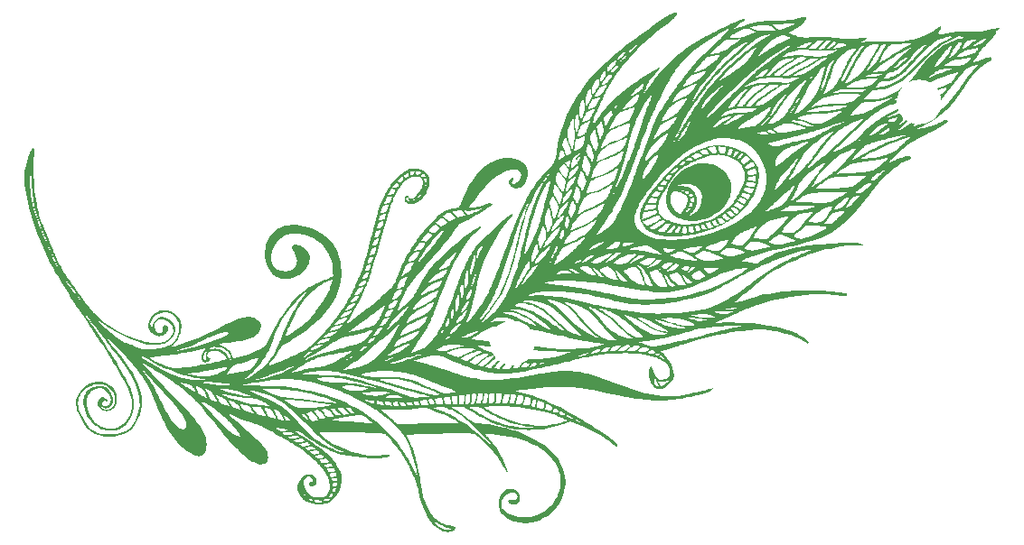
<source format=gbo>
%TF.GenerationSoftware,KiCad,Pcbnew,7.0.7-2.fc38*%
%TF.CreationDate,2023-10-05T15:22:52+05:30*%
%TF.ProjectId,bottom_plate,626f7474-6f6d-45f7-906c-6174652e6b69,rev?*%
%TF.SameCoordinates,Original*%
%TF.FileFunction,Legend,Bot*%
%TF.FilePolarity,Positive*%
%FSLAX46Y46*%
G04 Gerber Fmt 4.6, Leading zero omitted, Abs format (unit mm)*
G04 Created by KiCad (PCBNEW 7.0.7-2.fc38) date 2023-10-05 15:22:52*
%MOMM*%
%LPD*%
G01*
G04 APERTURE LIST*
%ADD10C,4.200000*%
%ADD11C,3.500000*%
G04 APERTURE END LIST*
%TO.C,L1*%
G36*
X120965570Y-70127532D02*
G01*
X121298905Y-70169626D01*
X121618048Y-70248901D01*
X121919778Y-70364286D01*
X122200878Y-70514708D01*
X122458127Y-70699096D01*
X122688308Y-70916376D01*
X122888201Y-71165477D01*
X123054588Y-71445326D01*
X123184250Y-71754851D01*
X123248518Y-72001299D01*
X123285033Y-72279715D01*
X123290962Y-72567828D01*
X123266025Y-72850817D01*
X123209941Y-73113857D01*
X123173894Y-73227833D01*
X123046322Y-73537398D01*
X122879981Y-73840656D01*
X122681743Y-74126015D01*
X122458479Y-74381878D01*
X122398831Y-74440806D01*
X122109729Y-74687439D01*
X121786844Y-74907025D01*
X121436855Y-75097317D01*
X121066441Y-75256065D01*
X120682282Y-75381024D01*
X120291056Y-75469945D01*
X119899444Y-75520581D01*
X119514123Y-75530683D01*
X119421501Y-75522554D01*
X119141775Y-75498004D01*
X119099653Y-75491356D01*
X119087265Y-75488578D01*
X118903416Y-75447356D01*
X118766214Y-75416593D01*
X118468475Y-75311853D01*
X118456303Y-75307571D01*
X118172879Y-75166868D01*
X117953154Y-75019963D01*
X118849101Y-75019963D01*
X118872507Y-75091323D01*
X118881745Y-75103874D01*
X118903416Y-75111935D01*
X118933543Y-75080487D01*
X118953522Y-75039571D01*
X118967881Y-74971356D01*
X118968543Y-74904806D01*
X118953493Y-74861998D01*
X118931814Y-74861198D01*
X118892081Y-74886276D01*
X118857738Y-74942332D01*
X118849101Y-75019963D01*
X117953154Y-75019963D01*
X117918901Y-74997062D01*
X117697326Y-74800729D01*
X117511115Y-74580446D01*
X117363225Y-74338791D01*
X117256616Y-74078340D01*
X117194246Y-73801671D01*
X117176645Y-73543683D01*
X117178211Y-73518822D01*
X117606108Y-73518822D01*
X117619687Y-73658342D01*
X117644975Y-73774530D01*
X117715424Y-73993332D01*
X117811235Y-74204935D01*
X117927149Y-74400955D01*
X118057909Y-74573006D01*
X118198256Y-74712706D01*
X118342933Y-74811669D01*
X118343650Y-74812043D01*
X118419752Y-74850023D01*
X118468475Y-74866522D01*
X118505163Y-74864093D01*
X118545162Y-74845284D01*
X118545775Y-74844937D01*
X118593952Y-74803765D01*
X118659980Y-74728584D01*
X118736591Y-74629496D01*
X119070297Y-74629496D01*
X119071025Y-74678117D01*
X119087265Y-74698286D01*
X119098208Y-74692317D01*
X119138938Y-74658566D01*
X119200358Y-74601685D01*
X119274024Y-74529315D01*
X119441701Y-74360343D01*
X119353235Y-74350015D01*
X119302256Y-74347883D01*
X119249511Y-74365243D01*
X119193988Y-74414586D01*
X119181943Y-74427668D01*
X119130562Y-74490326D01*
X119095695Y-74543141D01*
X119084110Y-74570255D01*
X119070297Y-74629496D01*
X118736591Y-74629496D01*
X118737706Y-74628054D01*
X118820975Y-74510831D01*
X118903634Y-74385572D01*
X118979530Y-74260935D01*
X119026566Y-74174779D01*
X119314192Y-74174779D01*
X119319406Y-74176995D01*
X119358922Y-74185255D01*
X119424595Y-74196025D01*
X119514203Y-74201114D01*
X119570638Y-74183358D01*
X119580993Y-74171143D01*
X119607740Y-74122683D01*
X119636865Y-74055780D01*
X119662383Y-73986081D01*
X119678311Y-73929235D01*
X119678664Y-73900888D01*
X119664843Y-73897024D01*
X119613319Y-73890292D01*
X119538549Y-73884055D01*
X119407078Y-73875365D01*
X119360816Y-74022754D01*
X119338841Y-74093184D01*
X119321123Y-74150891D01*
X119314192Y-74174779D01*
X119026566Y-74174779D01*
X119042508Y-74145578D01*
X119047803Y-74135033D01*
X119142794Y-73913111D01*
X119196679Y-73709266D01*
X119461219Y-73709266D01*
X119553337Y-73724492D01*
X119556530Y-73725013D01*
X119643789Y-73735499D01*
X119725291Y-73739989D01*
X119805126Y-73740259D01*
X119805126Y-73341896D01*
X119743697Y-73357314D01*
X119727599Y-73361050D01*
X119654929Y-73374915D01*
X119571744Y-73387881D01*
X119496958Y-73398131D01*
X119461219Y-73403030D01*
X119461219Y-73709266D01*
X119196679Y-73709266D01*
X119197824Y-73704934D01*
X119215571Y-73500513D01*
X119214820Y-73458269D01*
X119202939Y-73354194D01*
X119172288Y-73266901D01*
X119152549Y-73239242D01*
X119117317Y-73189875D01*
X119032474Y-73116602D01*
X118965567Y-73074303D01*
X119345954Y-73074303D01*
X119349157Y-73143361D01*
X119398691Y-73213233D01*
X119442891Y-73250342D01*
X119496958Y-73268779D01*
X119563024Y-73257013D01*
X119654544Y-73215144D01*
X119761891Y-73158981D01*
X119643462Y-73025877D01*
X119636764Y-73018406D01*
X119576234Y-72955911D01*
X119527034Y-72913425D01*
X119499267Y-72899783D01*
X119492833Y-72902618D01*
X119454860Y-72931807D01*
X119405948Y-72980006D01*
X119389299Y-72999020D01*
X119345954Y-73074303D01*
X118965567Y-73074303D01*
X118912209Y-73040570D01*
X118766896Y-72963688D01*
X118750971Y-72955262D01*
X118682652Y-72922811D01*
X118518894Y-72857653D01*
X118419603Y-72827245D01*
X118975153Y-72827245D01*
X118984087Y-72876636D01*
X119034648Y-72927838D01*
X119070603Y-72952207D01*
X119152549Y-72978999D01*
X119223915Y-72963441D01*
X119276352Y-72906276D01*
X119304464Y-72844216D01*
X119306182Y-72800531D01*
X119273603Y-72765912D01*
X119201033Y-72726792D01*
X119088235Y-72671991D01*
X119029079Y-72740764D01*
X119007474Y-72767266D01*
X118975153Y-72827245D01*
X118419603Y-72827245D01*
X118352432Y-72806674D01*
X118192483Y-72771654D01*
X118048261Y-72754371D01*
X117928982Y-72756605D01*
X117843861Y-72780135D01*
X117781838Y-72830983D01*
X117714661Y-72928997D01*
X117658099Y-73060958D01*
X117654832Y-73070945D01*
X117625077Y-73203398D01*
X117608370Y-73359932D01*
X117606108Y-73518822D01*
X117178211Y-73518822D01*
X117195918Y-73237674D01*
X117254317Y-72920961D01*
X117328431Y-72671124D01*
X118601451Y-72671124D01*
X118601460Y-72671328D01*
X118620405Y-72691883D01*
X118664767Y-72724326D01*
X118697329Y-72739992D01*
X118766896Y-72748421D01*
X118829279Y-72730720D01*
X118865563Y-72690114D01*
X118860994Y-72674442D01*
X118821329Y-72662940D01*
X118738605Y-72659408D01*
X118681140Y-72660493D01*
X118623693Y-72664748D01*
X118601451Y-72671124D01*
X117328431Y-72671124D01*
X117349535Y-72599983D01*
X117479271Y-72281182D01*
X117523653Y-72196176D01*
X118282109Y-72196176D01*
X118288138Y-72221535D01*
X118317618Y-72241806D01*
X118329675Y-72241914D01*
X118420712Y-72246224D01*
X118541323Y-72255774D01*
X118678412Y-72269116D01*
X118818881Y-72284806D01*
X118949632Y-72301395D01*
X119057569Y-72317439D01*
X119129594Y-72331489D01*
X119216046Y-72356678D01*
X119436842Y-72453709D01*
X119633846Y-72588743D01*
X119801505Y-72756587D01*
X119934265Y-72952051D01*
X120026572Y-73169943D01*
X120049212Y-73264107D01*
X120069927Y-73429898D01*
X120075178Y-73610304D01*
X120064673Y-73786132D01*
X120038126Y-73938191D01*
X120004690Y-74054135D01*
X119953463Y-74190630D01*
X119887746Y-74322339D01*
X119805126Y-74453845D01*
X119802067Y-74458714D01*
X119690954Y-74609208D01*
X119548936Y-74783272D01*
X119514203Y-74825008D01*
X119511932Y-74827737D01*
X119435073Y-74926681D01*
X119394169Y-74993300D01*
X119389539Y-75028777D01*
X119421501Y-75034296D01*
X119490372Y-75011038D01*
X119596470Y-74960187D01*
X119772201Y-74851233D01*
X119960984Y-74694274D01*
X120134660Y-74509338D01*
X120283023Y-74307414D01*
X120395865Y-74099494D01*
X120429703Y-74014566D01*
X120487943Y-73814059D01*
X120527199Y-73596427D01*
X120545883Y-73376472D01*
X120542403Y-73168998D01*
X120515170Y-72988810D01*
X120492016Y-72906972D01*
X120400595Y-72699609D01*
X120268184Y-72518445D01*
X120094139Y-72362715D01*
X119877815Y-72231654D01*
X119841889Y-72213999D01*
X119735308Y-72166637D01*
X119630720Y-72129921D01*
X119521801Y-72103433D01*
X119402232Y-72086758D01*
X119265689Y-72079480D01*
X119105852Y-72081185D01*
X118916399Y-72091456D01*
X118691007Y-72109878D01*
X118423356Y-72136034D01*
X118391371Y-72139583D01*
X118323565Y-72151540D01*
X118290697Y-72168892D01*
X118282109Y-72196176D01*
X117523653Y-72196176D01*
X117641218Y-71971001D01*
X117833074Y-71675879D01*
X118052534Y-71402259D01*
X118137792Y-71310227D01*
X118400150Y-71061778D01*
X118690455Y-70830806D01*
X118995368Y-70627360D01*
X119301548Y-70461488D01*
X119554671Y-70352420D01*
X119912591Y-70235064D01*
X120269194Y-70159179D01*
X120621259Y-70123693D01*
X120965570Y-70127532D01*
G37*
G36*
X122524157Y-68465614D02*
G01*
X122951804Y-68523489D01*
X123372384Y-68620332D01*
X123780502Y-68754534D01*
X124170769Y-68924487D01*
X124537790Y-69128585D01*
X124876175Y-69365218D01*
X125180530Y-69632780D01*
X125322819Y-69782229D01*
X125521913Y-70033109D01*
X125676753Y-70291602D01*
X125790378Y-70563115D01*
X125865826Y-70853060D01*
X125884800Y-70993056D01*
X125893299Y-71215175D01*
X125882793Y-71463244D01*
X125854511Y-71726636D01*
X125809679Y-71994727D01*
X125749525Y-72256890D01*
X125675277Y-72502499D01*
X125598299Y-72707937D01*
X125597243Y-72710755D01*
X125401378Y-73132805D01*
X125400802Y-73134046D01*
X125177312Y-73513788D01*
X125158891Y-73545088D01*
X124873328Y-73942152D01*
X124839753Y-73981261D01*
X124545932Y-74323508D01*
X124509178Y-74359913D01*
X124178521Y-74687427D01*
X124151957Y-74710005D01*
X123793932Y-75014311D01*
X123772912Y-75032177D01*
X123330924Y-75356030D01*
X123287264Y-75383627D01*
X122907652Y-75623580D01*
X122854376Y-75657256D01*
X122345084Y-75934124D01*
X122283933Y-75962512D01*
X121818861Y-76178409D01*
X121804868Y-76184905D01*
X121469921Y-76318725D01*
X121163981Y-76422482D01*
X120954077Y-76493669D01*
X120724447Y-76557420D01*
X120402633Y-76646764D01*
X120058410Y-76723570D01*
X119821246Y-76776488D01*
X119534345Y-76826146D01*
X119215571Y-76881320D01*
X119026646Y-76907898D01*
X118843057Y-76927709D01*
X118517713Y-76962818D01*
X118392651Y-76969928D01*
X118031946Y-76990434D01*
X117661962Y-76990807D01*
X117572391Y-76990897D01*
X117142092Y-76964358D01*
X116879792Y-76929173D01*
X116744095Y-76910970D01*
X116381445Y-76830884D01*
X116057186Y-76724250D01*
X115930231Y-76669104D01*
X115919801Y-76664574D01*
X115795345Y-76596198D01*
X117296277Y-76596198D01*
X117319813Y-76609691D01*
X117376434Y-76622483D01*
X117473993Y-76637792D01*
X117504133Y-76641940D01*
X117594467Y-76651045D01*
X117661962Y-76652856D01*
X117693831Y-76646846D01*
X117698742Y-76640338D01*
X117699755Y-76638739D01*
X117956832Y-76638739D01*
X117958973Y-76657220D01*
X117972225Y-76666477D01*
X117994222Y-76672748D01*
X118043582Y-76679969D01*
X118125514Y-76685378D01*
X118220697Y-76687492D01*
X118392651Y-76687621D01*
X118402144Y-76656219D01*
X118647488Y-76656219D01*
X118758638Y-76687339D01*
X118843057Y-76703196D01*
X118987409Y-76700823D01*
X119002012Y-76698643D01*
X119081743Y-76685454D01*
X119133112Y-76668311D01*
X119160413Y-76638275D01*
X119167942Y-76586408D01*
X119159990Y-76503774D01*
X119140854Y-76381433D01*
X119126586Y-76296001D01*
X119109493Y-76202719D01*
X119095591Y-76136891D01*
X119086968Y-76109077D01*
X119075869Y-76104171D01*
X119073479Y-76103641D01*
X119026796Y-76093279D01*
X118954831Y-76082776D01*
X118902278Y-76078824D01*
X118834422Y-76088381D01*
X118786022Y-76124713D01*
X118749216Y-76195216D01*
X118716146Y-76307280D01*
X118700592Y-76372430D01*
X118678591Y-76473926D01*
X118663395Y-76555444D01*
X118647488Y-76656219D01*
X118402144Y-76656219D01*
X118486899Y-76375855D01*
X118522857Y-76255600D01*
X118548019Y-76165443D01*
X118560853Y-76106236D01*
X118562230Y-76076925D01*
X119313830Y-76076925D01*
X119315942Y-76228950D01*
X119320556Y-76328509D01*
X119342703Y-76458356D01*
X119384509Y-76547146D01*
X119447786Y-76598075D01*
X119534345Y-76614340D01*
X119552044Y-76613688D01*
X119622828Y-76603759D01*
X119702743Y-76585160D01*
X119777402Y-76562147D01*
X119832420Y-76538979D01*
X119853411Y-76519913D01*
X119849699Y-76505475D01*
X119832627Y-76452099D01*
X119804917Y-76370196D01*
X119770129Y-76270433D01*
X119691453Y-76047715D01*
X119905311Y-76047715D01*
X119908615Y-76067432D01*
X119925127Y-76128073D01*
X119951210Y-76210285D01*
X119982093Y-76300354D01*
X120013006Y-76384562D01*
X120039178Y-76449194D01*
X120055840Y-76480533D01*
X120058410Y-76481938D01*
X120095607Y-76481440D01*
X120162141Y-76470521D01*
X120243292Y-76452673D01*
X120324335Y-76431385D01*
X120390550Y-76410151D01*
X120427214Y-76392461D01*
X120427592Y-76392001D01*
X120422809Y-76363878D01*
X120401607Y-76304482D01*
X120369244Y-76225698D01*
X120330978Y-76139407D01*
X120292068Y-76057493D01*
X120257771Y-75991839D01*
X120233346Y-75954329D01*
X120207473Y-75954125D01*
X120146662Y-75962352D01*
X120064248Y-75977259D01*
X120060175Y-75978073D01*
X119968724Y-76000180D01*
X119919345Y-76022399D01*
X119905311Y-76047715D01*
X119691453Y-76047715D01*
X119687692Y-76037068D01*
X119605162Y-76043476D01*
X119592811Y-76044487D01*
X119507555Y-76052903D01*
X119418231Y-76063405D01*
X119313830Y-76076925D01*
X118562230Y-76076925D01*
X118562567Y-76069763D01*
X118554372Y-76047809D01*
X118537475Y-76032155D01*
X118482437Y-76007342D01*
X118395167Y-76004862D01*
X118313428Y-76037558D01*
X118295614Y-76054435D01*
X118251274Y-76111341D01*
X118196590Y-76193490D01*
X118139528Y-76289347D01*
X118106666Y-76347772D01*
X118040718Y-76465549D01*
X117995339Y-76549143D01*
X117968166Y-76604793D01*
X117956832Y-76638739D01*
X117699755Y-76638739D01*
X117725030Y-76598842D01*
X117767502Y-76528159D01*
X117821011Y-76437226D01*
X117880408Y-76334977D01*
X117940548Y-76230348D01*
X117996284Y-76132274D01*
X118042467Y-76049691D01*
X118073952Y-75991534D01*
X118085591Y-75966739D01*
X118083791Y-75963519D01*
X118053245Y-75946590D01*
X117999571Y-75926242D01*
X117945721Y-75910268D01*
X120452465Y-75910268D01*
X120455911Y-75928585D01*
X120470705Y-75982189D01*
X120493593Y-76058068D01*
X120515493Y-76121070D01*
X120573283Y-76232488D01*
X120642442Y-76298050D01*
X120724447Y-76319426D01*
X120754862Y-76318173D01*
X120832510Y-76307262D01*
X120906713Y-76288654D01*
X120962333Y-76266652D01*
X120984237Y-76245559D01*
X120978634Y-76230545D01*
X120951203Y-76180139D01*
X120906098Y-76105236D01*
X120849123Y-76015711D01*
X120714009Y-75808428D01*
X120585051Y-75857360D01*
X120530839Y-75878170D01*
X120475400Y-75900150D01*
X120452465Y-75910268D01*
X117945721Y-75910268D01*
X117941929Y-75909143D01*
X117899477Y-75901961D01*
X117883645Y-75911549D01*
X117839006Y-75953042D01*
X117773281Y-76021651D01*
X117692382Y-76111142D01*
X117602224Y-76215282D01*
X117539098Y-76289763D01*
X117454068Y-76390374D01*
X117382677Y-76475183D01*
X117330990Y-76536980D01*
X117305067Y-76568560D01*
X117297970Y-76578785D01*
X117296277Y-76596198D01*
X115795345Y-76596198D01*
X115673666Y-76529348D01*
X115555872Y-76445882D01*
X116366707Y-76445882D01*
X116374518Y-76463204D01*
X116414932Y-76488220D01*
X116493088Y-76514952D01*
X116612688Y-76544592D01*
X116777430Y-76578334D01*
X116879792Y-76579820D01*
X116996941Y-76537109D01*
X117108773Y-76448145D01*
X117131409Y-76423706D01*
X117188463Y-76357633D01*
X117258344Y-76272912D01*
X117334754Y-76177621D01*
X117411393Y-76079840D01*
X117481965Y-75987646D01*
X117540172Y-75909119D01*
X117579714Y-75852336D01*
X117594295Y-75825376D01*
X117583033Y-75801827D01*
X117537970Y-75767996D01*
X117474666Y-75741382D01*
X117410734Y-75731037D01*
X117375297Y-75733528D01*
X117337443Y-75742350D01*
X117292773Y-75760756D01*
X117235834Y-75792008D01*
X117161171Y-75839371D01*
X117063333Y-75906108D01*
X116936866Y-75995484D01*
X116776317Y-76110762D01*
X116775853Y-76111096D01*
X116641503Y-76209852D01*
X116528629Y-76296623D01*
X116442014Y-76367494D01*
X116386446Y-76418552D01*
X116366707Y-76445882D01*
X115555872Y-76445882D01*
X115452502Y-76372637D01*
X115445871Y-76367938D01*
X115244115Y-76186825D01*
X115220738Y-76159787D01*
X115686103Y-76159787D01*
X115716139Y-76198183D01*
X115780921Y-76256237D01*
X115781542Y-76256767D01*
X115858661Y-76313220D01*
X115930231Y-76339591D01*
X116006873Y-76335303D01*
X116099208Y-76299775D01*
X116217857Y-76232430D01*
X116258341Y-76207106D01*
X116364580Y-76138202D01*
X116483261Y-76058578D01*
X116607724Y-75972990D01*
X116731310Y-75886191D01*
X116847359Y-75802938D01*
X116949212Y-75727983D01*
X117030209Y-75666083D01*
X117083691Y-75621991D01*
X117102999Y-75600463D01*
X117084807Y-75565710D01*
X117039750Y-75516759D01*
X116982167Y-75466210D01*
X116926398Y-75426649D01*
X116886782Y-75410665D01*
X116858565Y-75421982D01*
X116794695Y-75454967D01*
X116702348Y-75505618D01*
X116588383Y-75569916D01*
X116459655Y-75643845D01*
X116323023Y-75723387D01*
X116185343Y-75804525D01*
X116053473Y-75883241D01*
X115934269Y-75955517D01*
X115834589Y-76017337D01*
X115761290Y-76064683D01*
X115721229Y-76093537D01*
X115714617Y-76099323D01*
X115686899Y-76130388D01*
X115686103Y-76159787D01*
X115220738Y-76159787D01*
X115076094Y-75992492D01*
X114959720Y-75807644D01*
X114949506Y-75791420D01*
X114881031Y-75647826D01*
X114859678Y-75593326D01*
X115027130Y-75593326D01*
X115049896Y-75634775D01*
X115105321Y-75702072D01*
X115190233Y-75791142D01*
X115234063Y-75834579D01*
X115316489Y-75909779D01*
X115385532Y-75954712D01*
X115452502Y-75970737D01*
X115528708Y-75959215D01*
X115625458Y-75921507D01*
X115754063Y-75858973D01*
X115765350Y-75853255D01*
X115855479Y-75805321D01*
X115965704Y-75743735D01*
X116089049Y-75672720D01*
X116218540Y-75596495D01*
X116347201Y-75519281D01*
X116468057Y-75445298D01*
X116574133Y-75378766D01*
X116658454Y-75323907D01*
X116714045Y-75284940D01*
X116733931Y-75266086D01*
X116732818Y-75263022D01*
X116710149Y-75231267D01*
X116664308Y-75175530D01*
X116603267Y-75105605D01*
X116473200Y-74960215D01*
X116290662Y-75036359D01*
X116265114Y-75047044D01*
X116172995Y-75085771D01*
X116048923Y-75138114D01*
X115902398Y-75200060D01*
X115742917Y-75267594D01*
X115579981Y-75336702D01*
X115490662Y-75374805D01*
X115347579Y-75436671D01*
X115223196Y-75491483D01*
X115124166Y-75536257D01*
X115057142Y-75568012D01*
X115028779Y-75583765D01*
X115027130Y-75593326D01*
X114859678Y-75593326D01*
X114805791Y-75455788D01*
X114771113Y-75328145D01*
X114945102Y-75328145D01*
X114950148Y-75335969D01*
X114959720Y-75336799D01*
X114982225Y-75334663D01*
X115055667Y-75320046D01*
X115157423Y-75294496D01*
X115275465Y-75261452D01*
X115397765Y-75224352D01*
X115512296Y-75186636D01*
X115607028Y-75151742D01*
X115681263Y-75120354D01*
X115813115Y-75059035D01*
X115953223Y-74988656D01*
X116088202Y-74916245D01*
X116204668Y-74848833D01*
X116289236Y-74793448D01*
X116307788Y-74779017D01*
X116329098Y-74750921D01*
X116330572Y-74710319D01*
X116315129Y-74639918D01*
X116304288Y-74602914D01*
X116280444Y-74547959D01*
X116258738Y-74526343D01*
X116235189Y-74528891D01*
X116169641Y-74538716D01*
X116071734Y-74554595D01*
X115949548Y-74575108D01*
X115811163Y-74598834D01*
X115664661Y-74624354D01*
X115518123Y-74650248D01*
X115379629Y-74675096D01*
X115301281Y-74689426D01*
X115257261Y-74697478D01*
X115159100Y-74715974D01*
X115093227Y-74729163D01*
X115067721Y-74735627D01*
X115060043Y-74758839D01*
X115044603Y-74821169D01*
X115024010Y-74912482D01*
X115000592Y-75022816D01*
X114990176Y-75073274D01*
X114967119Y-75185890D01*
X114952588Y-75260787D01*
X114945582Y-75305645D01*
X114945102Y-75328145D01*
X114771113Y-75328145D01*
X114760163Y-75287841D01*
X114756320Y-75262671D01*
X114750622Y-75160918D01*
X114752681Y-75030038D01*
X114761451Y-74884358D01*
X114775885Y-74738203D01*
X114794938Y-74605898D01*
X114817563Y-74501768D01*
X114829898Y-74463692D01*
X115136277Y-74463692D01*
X115146590Y-74478371D01*
X115169581Y-74486562D01*
X115189011Y-74491059D01*
X115301281Y-74501461D01*
X115445856Y-74496914D01*
X115611397Y-74478933D01*
X115786562Y-74449032D01*
X115960013Y-74408727D01*
X116120407Y-74359533D01*
X116255513Y-74311703D01*
X116249283Y-74200972D01*
X116454108Y-74200972D01*
X116465560Y-74415791D01*
X116494237Y-74569158D01*
X116555396Y-74752877D01*
X116646451Y-74918431D01*
X116771216Y-75070262D01*
X116933503Y-75212812D01*
X117137127Y-75350523D01*
X117385900Y-75487838D01*
X117414430Y-75502221D01*
X117730662Y-75644169D01*
X118043298Y-75750024D01*
X118363723Y-75822412D01*
X118703322Y-75863961D01*
X119073479Y-75877298D01*
X119237145Y-75874441D01*
X119690835Y-75838740D01*
X120154930Y-75764356D01*
X120166913Y-75761507D01*
X120886891Y-75761507D01*
X120894217Y-75774806D01*
X120922398Y-75822606D01*
X120966749Y-75896628D01*
X121021942Y-75987938D01*
X121063853Y-76057502D01*
X121113214Y-76140894D01*
X121148333Y-76202033D01*
X121163495Y-76231101D01*
X121163981Y-76231866D01*
X121191746Y-76231750D01*
X121252094Y-76219251D01*
X121332497Y-76198076D01*
X121420427Y-76171932D01*
X121503355Y-76144524D01*
X121568753Y-76119560D01*
X121604093Y-76100747D01*
X121604780Y-76098905D01*
X121593594Y-76067999D01*
X121562396Y-76008707D01*
X121517479Y-75931325D01*
X121465140Y-75846147D01*
X121411672Y-75763470D01*
X121363372Y-75693588D01*
X121326533Y-75646797D01*
X121319827Y-75643829D01*
X121273979Y-75646221D01*
X121196020Y-75662462D01*
X121096316Y-75690579D01*
X121049986Y-75705163D01*
X120966055Y-75732415D01*
X120908207Y-75752376D01*
X120886891Y-75761507D01*
X120166913Y-75761507D01*
X120618969Y-75654033D01*
X120857775Y-75578461D01*
X121500097Y-75578461D01*
X121502462Y-75586025D01*
X121525465Y-75627788D01*
X121567007Y-75693989D01*
X121619730Y-75773805D01*
X121676280Y-75856414D01*
X121729299Y-75930994D01*
X121771432Y-75986723D01*
X121795321Y-76012779D01*
X121818861Y-76014557D01*
X121875025Y-76002128D01*
X121945681Y-75978470D01*
X122015335Y-75949537D01*
X122068491Y-75921284D01*
X122089652Y-75899667D01*
X122086594Y-75887175D01*
X122063043Y-75838308D01*
X122022083Y-75767502D01*
X121970735Y-75685490D01*
X121916024Y-75603002D01*
X121864972Y-75530772D01*
X121824602Y-75479531D01*
X121801938Y-75460010D01*
X121776210Y-75464797D01*
X121714486Y-75483189D01*
X121636125Y-75510689D01*
X121575824Y-75535011D01*
X121521168Y-75561583D01*
X121500097Y-75578461D01*
X120857775Y-75578461D01*
X121072492Y-75510512D01*
X121505037Y-75336534D01*
X121509710Y-75334184D01*
X121968696Y-75334184D01*
X121981882Y-75362567D01*
X122015794Y-75421033D01*
X122063796Y-75499028D01*
X122119282Y-75586303D01*
X122175645Y-75672610D01*
X122226278Y-75747699D01*
X122264577Y-75801321D01*
X122283933Y-75823228D01*
X122297128Y-75821603D01*
X122348398Y-75804369D01*
X122426821Y-75772574D01*
X122521642Y-75730416D01*
X122738213Y-75630360D01*
X122518845Y-75409971D01*
X122509097Y-75400199D01*
X122425329Y-75318046D01*
X122353938Y-75251118D01*
X122302221Y-75206076D01*
X122277472Y-75189582D01*
X122249598Y-75197402D01*
X122189092Y-75220806D01*
X122111148Y-75254349D01*
X122041348Y-75287685D01*
X121988298Y-75317230D01*
X121968696Y-75334184D01*
X121509710Y-75334184D01*
X121906145Y-75134842D01*
X122009783Y-75074969D01*
X122019750Y-75068381D01*
X122410366Y-75068381D01*
X122412192Y-75072892D01*
X122437564Y-75105983D01*
X122486626Y-75161916D01*
X122551502Y-75231586D01*
X122633569Y-75313036D01*
X122743268Y-75405787D01*
X122836247Y-75464012D01*
X122907652Y-75484268D01*
X122982000Y-75466803D01*
X123066793Y-75415406D01*
X123139492Y-75340773D01*
X123194457Y-75266093D01*
X122979821Y-75086293D01*
X122903709Y-75022692D01*
X122821833Y-74954649D01*
X122758531Y-74902463D01*
X122723322Y-74874011D01*
X122698701Y-74861032D01*
X122666951Y-74865044D01*
X122619832Y-74892534D01*
X122546598Y-74948002D01*
X122542693Y-74951090D01*
X122476369Y-75005325D01*
X122428911Y-75047381D01*
X122410366Y-75068381D01*
X122019750Y-75068381D01*
X122425721Y-74800047D01*
X122532035Y-74714275D01*
X122873392Y-74714275D01*
X122980985Y-74860430D01*
X123083887Y-74983908D01*
X123186487Y-75068369D01*
X123287264Y-75107707D01*
X123390301Y-75103470D01*
X123499683Y-75057208D01*
X123540353Y-75032405D01*
X123596235Y-74994445D01*
X123624077Y-74969915D01*
X123624055Y-74966181D01*
X123601412Y-74935653D01*
X123548689Y-74882664D01*
X123472413Y-74813488D01*
X123379111Y-74734401D01*
X123360662Y-74719234D01*
X123261929Y-74638834D01*
X123192598Y-74585308D01*
X123145479Y-74554658D01*
X123113385Y-74542885D01*
X123089127Y-74545992D01*
X123065516Y-74559980D01*
X123064126Y-74560962D01*
X123005688Y-74604992D01*
X122942112Y-74656392D01*
X122873392Y-74714275D01*
X122532035Y-74714275D01*
X122815276Y-74485763D01*
X122947680Y-74356923D01*
X123244198Y-74356923D01*
X123249525Y-74372130D01*
X123283988Y-74419609D01*
X123342953Y-74484915D01*
X123417631Y-74559440D01*
X123499230Y-74634580D01*
X123578960Y-74701728D01*
X123648030Y-74752278D01*
X123793932Y-74846768D01*
X123899819Y-74742848D01*
X123947310Y-74694251D01*
X123989468Y-74646133D01*
X124005707Y-74620332D01*
X123989139Y-74586510D01*
X123945276Y-74532594D01*
X123885233Y-74470507D01*
X123820132Y-74411735D01*
X123761098Y-74367762D01*
X123737081Y-74353541D01*
X123649469Y-74308636D01*
X123559269Y-74269792D01*
X123499765Y-74248288D01*
X123450352Y-74239061D01*
X123406021Y-74250048D01*
X123344327Y-74282585D01*
X123313177Y-74300993D01*
X123263709Y-74335277D01*
X123244198Y-74356923D01*
X122947680Y-74356923D01*
X123174927Y-74135792D01*
X123246150Y-74052396D01*
X123555326Y-74052396D01*
X123573533Y-74079427D01*
X123630392Y-74127674D01*
X123722316Y-74194339D01*
X123845714Y-74276625D01*
X124151957Y-74474578D01*
X124234446Y-74371490D01*
X124260021Y-74339269D01*
X124326594Y-74253729D01*
X124384213Y-74177735D01*
X124451492Y-74087067D01*
X124357564Y-74028832D01*
X124313443Y-74001518D01*
X124151443Y-73902225D01*
X124025897Y-73827306D01*
X123933051Y-73774702D01*
X123869153Y-73742355D01*
X123830448Y-73728205D01*
X123813183Y-73730193D01*
X123812723Y-73730747D01*
X123787532Y-73761248D01*
X123741223Y-73817460D01*
X123683467Y-73887648D01*
X123681241Y-73890356D01*
X123623941Y-73961166D01*
X123578976Y-74018693D01*
X123555908Y-74050713D01*
X123555326Y-74052396D01*
X123246150Y-74052396D01*
X123501151Y-73753810D01*
X123645665Y-73548828D01*
X123908057Y-73548828D01*
X123925690Y-73562638D01*
X123976581Y-73596941D01*
X124051733Y-73645873D01*
X124142101Y-73703714D01*
X124238636Y-73764748D01*
X124332293Y-73823257D01*
X124414025Y-73873522D01*
X124474784Y-73909826D01*
X124505526Y-73926452D01*
X124509178Y-73926892D01*
X124541648Y-73906833D01*
X124591056Y-73855473D01*
X124649200Y-73781114D01*
X124762217Y-73624011D01*
X124447080Y-73448770D01*
X124396613Y-73420785D01*
X124290820Y-73362674D01*
X124204382Y-73315954D01*
X124145132Y-73284836D01*
X124120906Y-73273528D01*
X124120746Y-73273540D01*
X124100956Y-73292480D01*
X124060755Y-73340550D01*
X124008658Y-73407580D01*
X124007145Y-73409585D01*
X123956950Y-73477201D01*
X123921383Y-73527179D01*
X123908057Y-73548828D01*
X123645665Y-73548828D01*
X123790430Y-73343491D01*
X123911999Y-73130958D01*
X124202225Y-73130958D01*
X124217450Y-73143156D01*
X124268053Y-73174508D01*
X124345720Y-73219424D01*
X124441732Y-73272741D01*
X124519066Y-73315125D01*
X124621141Y-73371638D01*
X124705938Y-73419226D01*
X124760496Y-73450653D01*
X124839753Y-73497903D01*
X124963155Y-73308869D01*
X124991204Y-73265440D01*
X125040137Y-73187064D01*
X125073942Y-73129263D01*
X125086558Y-73102188D01*
X125078906Y-73096097D01*
X125034565Y-73075107D01*
X124959055Y-73043812D01*
X124861979Y-73005770D01*
X124752941Y-72964534D01*
X124641543Y-72923660D01*
X124537391Y-72886702D01*
X124450087Y-72857216D01*
X124389235Y-72838757D01*
X124364438Y-72834879D01*
X124351488Y-72856294D01*
X124320892Y-72909424D01*
X124279932Y-72981741D01*
X124242431Y-73049775D01*
X124213357Y-73105457D01*
X124202225Y-73130958D01*
X123911999Y-73130958D01*
X124039240Y-72908510D01*
X124084712Y-72816879D01*
X124153050Y-72672615D01*
X124158825Y-72659955D01*
X124447873Y-72659955D01*
X124462893Y-72671742D01*
X124515801Y-72697421D01*
X124597865Y-72731722D01*
X124699662Y-72770508D01*
X124774429Y-72797933D01*
X124890806Y-72841007D01*
X124992749Y-72879171D01*
X125064382Y-72906505D01*
X125177312Y-72950511D01*
X125279324Y-72759056D01*
X125299373Y-72720989D01*
X125341330Y-72638025D01*
X125370440Y-72575656D01*
X125381335Y-72545134D01*
X125363381Y-72533231D01*
X125306047Y-72512964D01*
X125218652Y-72487578D01*
X125110810Y-72459324D01*
X124992133Y-72430455D01*
X124872234Y-72403223D01*
X124760728Y-72379879D01*
X124667228Y-72362676D01*
X124601348Y-72353866D01*
X124572700Y-72355701D01*
X124560177Y-72376676D01*
X124533139Y-72433619D01*
X124501130Y-72509154D01*
X124478507Y-72567096D01*
X124456417Y-72628688D01*
X124447873Y-72659955D01*
X124158825Y-72659955D01*
X124226352Y-72511920D01*
X124300895Y-72343479D01*
X124372956Y-72175979D01*
X124396370Y-72119849D01*
X124646754Y-72119849D01*
X124740580Y-72181940D01*
X124754261Y-72190016D01*
X124819356Y-72218932D01*
X124910934Y-72251689D01*
X125018575Y-72285451D01*
X125131860Y-72317387D01*
X125240368Y-72344664D01*
X125333681Y-72364449D01*
X125401378Y-72373908D01*
X125433041Y-72370209D01*
X125444389Y-72347662D01*
X125465207Y-72289869D01*
X125489959Y-72211521D01*
X125514770Y-72126057D01*
X125535770Y-72046918D01*
X125549086Y-71987543D01*
X125550844Y-71961371D01*
X125547751Y-71959662D01*
X125508107Y-71949774D01*
X125432722Y-71936127D01*
X125332065Y-71920157D01*
X125216606Y-71903301D01*
X125096813Y-71886998D01*
X124983155Y-71872684D01*
X124886101Y-71861796D01*
X124816119Y-71855772D01*
X124783679Y-71856049D01*
X124766613Y-71871209D01*
X124733490Y-71922273D01*
X124698980Y-71994179D01*
X124681239Y-72036869D01*
X124646754Y-72119849D01*
X124396370Y-72119849D01*
X124438812Y-72018105D01*
X124494740Y-71878543D01*
X124537016Y-71765979D01*
X124561919Y-71689099D01*
X124579707Y-71599808D01*
X124847067Y-71599808D01*
X124849083Y-71657892D01*
X124868541Y-71687426D01*
X124905174Y-71697083D01*
X124979911Y-71712957D01*
X125078710Y-71731923D01*
X125191241Y-71752219D01*
X125307172Y-71772082D01*
X125416175Y-71789749D01*
X125507917Y-71803457D01*
X125572069Y-71811445D01*
X125598299Y-71811947D01*
X125599205Y-71810591D01*
X125605067Y-71776112D01*
X125609332Y-71708370D01*
X125611878Y-71621088D01*
X125612583Y-71527988D01*
X125611323Y-71442794D01*
X125607975Y-71379228D01*
X125602418Y-71351014D01*
X125601013Y-71350362D01*
X125566265Y-71348199D01*
X125493645Y-71349137D01*
X125392754Y-71352934D01*
X125273191Y-71359346D01*
X125160152Y-71366957D01*
X125055700Y-71376867D01*
X125044037Y-71378801D01*
X124985158Y-71388563D01*
X124940059Y-71403545D01*
X124911933Y-71423311D01*
X124884672Y-71463074D01*
X124859821Y-71529445D01*
X124847067Y-71599808D01*
X124579707Y-71599808D01*
X124585587Y-71570289D01*
X124596813Y-71355124D01*
X124574297Y-71126397D01*
X124519505Y-70900285D01*
X124801836Y-70900285D01*
X124808991Y-70949916D01*
X124825772Y-71032292D01*
X124853555Y-71154814D01*
X124855896Y-71164015D01*
X124868762Y-71189083D01*
X124896884Y-71202939D01*
X124951548Y-71208858D01*
X125044037Y-71210116D01*
X125045696Y-71210115D01*
X125162768Y-71206168D01*
X125298671Y-71196018D01*
X125424324Y-71181829D01*
X125626983Y-71153510D01*
X125624112Y-71015985D01*
X125622090Y-70957619D01*
X125615130Y-70839053D01*
X125605688Y-70727390D01*
X125590136Y-70576320D01*
X125198846Y-70715108D01*
X125099144Y-70751219D01*
X124982219Y-70795730D01*
X124888616Y-70833894D01*
X124826058Y-70862531D01*
X124802268Y-70878460D01*
X124801836Y-70900285D01*
X124519505Y-70900285D01*
X124518752Y-70897178D01*
X124477929Y-70775068D01*
X124429605Y-70652066D01*
X124397384Y-70570052D01*
X124324791Y-70426819D01*
X124578593Y-70426819D01*
X124580371Y-70445542D01*
X124597638Y-70502744D01*
X124627722Y-70574822D01*
X124681239Y-70688786D01*
X125091184Y-70537443D01*
X125208572Y-70493711D01*
X125327789Y-70448383D01*
X125423931Y-70410817D01*
X125489300Y-70384028D01*
X125516201Y-70371029D01*
X125515732Y-70360137D01*
X125496269Y-70314735D01*
X125457684Y-70243821D01*
X125405022Y-70157101D01*
X125278771Y-69958245D01*
X125213370Y-69993824D01*
X125207760Y-69996953D01*
X125156356Y-70027665D01*
X125075551Y-70077728D01*
X124975278Y-70140938D01*
X124865474Y-70211091D01*
X124836825Y-70229678D01*
X124736768Y-70297292D01*
X124655200Y-70356580D01*
X124599887Y-70401702D01*
X124578593Y-70426819D01*
X124324791Y-70426819D01*
X124310058Y-70397749D01*
X124210106Y-70247356D01*
X124091683Y-70108073D01*
X124091402Y-70107774D01*
X124028331Y-70042334D01*
X123972612Y-69989785D01*
X123915612Y-69944492D01*
X123860348Y-69908421D01*
X123848696Y-69900816D01*
X123836009Y-69893736D01*
X124179200Y-69893736D01*
X124181849Y-69902074D01*
X124207264Y-69943437D01*
X124251819Y-70003901D01*
X124305923Y-70071686D01*
X124359984Y-70135016D01*
X124404408Y-70182112D01*
X124429605Y-70201197D01*
X124439835Y-70198312D01*
X124485390Y-70173960D01*
X124557247Y-70129665D01*
X124646952Y-70071239D01*
X124746050Y-70004495D01*
X124846089Y-69935247D01*
X124938613Y-69869308D01*
X125015168Y-69812491D01*
X125067301Y-69770608D01*
X125086558Y-69749474D01*
X125086429Y-69747505D01*
X125064611Y-69710104D01*
X125012654Y-69655447D01*
X124941084Y-69591920D01*
X124860426Y-69527910D01*
X124781203Y-69471804D01*
X124713942Y-69431990D01*
X124669166Y-69416855D01*
X124666546Y-69417444D01*
X124633807Y-69439440D01*
X124575099Y-69488487D01*
X124497858Y-69558139D01*
X124409521Y-69641947D01*
X124392416Y-69658629D01*
X124308550Y-69742811D01*
X124240671Y-69814853D01*
X124195361Y-69867559D01*
X124179200Y-69893736D01*
X123836009Y-69893736D01*
X123763233Y-69853122D01*
X123650588Y-69795771D01*
X123502128Y-69723128D01*
X123479892Y-69712477D01*
X123457014Y-69701518D01*
X123845384Y-69701518D01*
X123860348Y-69710322D01*
X123900252Y-69703054D01*
X123964457Y-69685296D01*
X124026802Y-69659598D01*
X124129252Y-69591395D01*
X124233942Y-69495750D01*
X124329075Y-69382463D01*
X124375525Y-69312286D01*
X124394478Y-69258136D01*
X124378866Y-69219280D01*
X124328666Y-69185360D01*
X124304317Y-69173283D01*
X124266593Y-69163607D01*
X124232705Y-69179968D01*
X124184428Y-69227717D01*
X124175968Y-69236918D01*
X124121863Y-69301376D01*
X124055119Y-69387145D01*
X123988232Y-69478267D01*
X123956551Y-69522846D01*
X123892845Y-69613361D01*
X123856003Y-69671058D01*
X123845384Y-69701518D01*
X123457014Y-69701518D01*
X123366839Y-69658323D01*
X123237791Y-69599703D01*
X123163879Y-69566128D01*
X123473352Y-69566128D01*
X123479892Y-69588808D01*
X123506598Y-69583717D01*
X123575276Y-69547012D01*
X123657794Y-69481399D01*
X123744994Y-69394629D01*
X123827719Y-69294452D01*
X123859176Y-69252099D01*
X123917987Y-69173025D01*
X123963262Y-69112290D01*
X123987135Y-69080453D01*
X123989950Y-69062971D01*
X123959599Y-69031052D01*
X123885575Y-68988335D01*
X123832987Y-68962686D01*
X123772040Y-68935935D01*
X123739237Y-68925559D01*
X123731545Y-68930376D01*
X123703995Y-68968633D01*
X123665840Y-69035736D01*
X123622677Y-69120442D01*
X123580105Y-69211505D01*
X123543721Y-69297681D01*
X123519122Y-69367725D01*
X123513300Y-69388057D01*
X123484555Y-69498836D01*
X123473352Y-69566128D01*
X123163879Y-69566128D01*
X123137011Y-69553923D01*
X122935829Y-69472109D01*
X122754836Y-69410502D01*
X122633134Y-69379026D01*
X122585574Y-69366726D01*
X122419589Y-69338402D01*
X122248423Y-69323151D01*
X122063621Y-69318596D01*
X121930770Y-69322295D01*
X121673869Y-69348309D01*
X121487815Y-69382724D01*
X121394879Y-69399914D01*
X121091067Y-69477935D01*
X120822152Y-69563359D01*
X120759700Y-69583197D01*
X120398047Y-69716524D01*
X120003375Y-69878742D01*
X119922131Y-69914970D01*
X119572952Y-70070676D01*
X119421493Y-70141751D01*
X119349879Y-70177532D01*
X119181508Y-70261655D01*
X118974702Y-70376781D01*
X118792129Y-70493009D01*
X118624843Y-70616217D01*
X118605477Y-70632590D01*
X118463898Y-70752287D01*
X118300346Y-70907097D01*
X118248733Y-70958437D01*
X118184408Y-71023913D01*
X118125903Y-71086496D01*
X118070027Y-71150637D01*
X118013588Y-71220789D01*
X117953394Y-71301402D01*
X117886253Y-71396929D01*
X117808974Y-71511822D01*
X117789413Y-71541767D01*
X117718365Y-71650532D01*
X117611234Y-71817512D01*
X117484389Y-72017214D01*
X117395473Y-72157862D01*
X117334639Y-72254089D01*
X117236450Y-72409694D01*
X117093436Y-72637120D01*
X116973184Y-72829856D01*
X116971594Y-72832440D01*
X116873364Y-72992071D01*
X116791643Y-73127933D01*
X116725689Y-73241608D01*
X116702565Y-73283724D01*
X116673169Y-73337264D01*
X116631751Y-73419069D01*
X116599103Y-73491190D01*
X116572893Y-73557796D01*
X116550789Y-73623053D01*
X116530458Y-73691130D01*
X116519948Y-73729506D01*
X116472765Y-73966312D01*
X116454108Y-74200972D01*
X116249283Y-74200972D01*
X116248076Y-74179511D01*
X116243887Y-74127355D01*
X116240647Y-74105380D01*
X116234378Y-74062860D01*
X116223511Y-74030857D01*
X116202833Y-74026125D01*
X116139608Y-74020354D01*
X116042412Y-74014979D01*
X115919558Y-74010443D01*
X115779363Y-74007189D01*
X115352342Y-73999984D01*
X115233856Y-74236005D01*
X115202415Y-74298831D01*
X115162089Y-74382111D01*
X115140744Y-74434335D01*
X115136277Y-74463692D01*
X114829898Y-74463692D01*
X114858481Y-74375465D01*
X114951737Y-74150391D01*
X115075363Y-73904498D01*
X115143414Y-73786761D01*
X115457157Y-73786761D01*
X115464920Y-73803928D01*
X115515428Y-73829204D01*
X115610805Y-73847757D01*
X115748575Y-73859184D01*
X115926262Y-73863083D01*
X116240647Y-73863083D01*
X116299533Y-73672706D01*
X116307688Y-73645654D01*
X116330714Y-73559125D01*
X116343268Y-73494494D01*
X116342789Y-73464108D01*
X116336742Y-73460476D01*
X116293237Y-73445768D01*
X116237742Y-73430580D01*
X116218344Y-73425271D01*
X116123340Y-73401575D01*
X116019502Y-73377274D01*
X115918107Y-73354959D01*
X115830431Y-73337222D01*
X115767752Y-73326657D01*
X115741347Y-73325855D01*
X115732098Y-73339079D01*
X115700687Y-73386605D01*
X115653044Y-73459828D01*
X115595109Y-73549657D01*
X115553206Y-73615940D01*
X115503614Y-73697733D01*
X115469714Y-73757913D01*
X115457157Y-73786761D01*
X115143414Y-73786761D01*
X115225362Y-73644981D01*
X115397737Y-73379036D01*
X115588492Y-73113857D01*
X115597842Y-73101574D01*
X115876591Y-73101574D01*
X115877551Y-73104755D01*
X115904139Y-73133410D01*
X115957120Y-73175055D01*
X116023049Y-73219784D01*
X116088481Y-73257692D01*
X116123241Y-73273529D01*
X116237742Y-73295570D01*
X116346815Y-73269023D01*
X116449851Y-73194135D01*
X116546240Y-73071156D01*
X116603228Y-72978481D01*
X116634875Y-72916647D01*
X116642313Y-72877545D01*
X116627235Y-72852176D01*
X116591335Y-72831543D01*
X116530305Y-72805360D01*
X116437903Y-72770607D01*
X116344521Y-72739504D01*
X116265609Y-72717124D01*
X116216613Y-72708538D01*
X116203600Y-72712768D01*
X116158539Y-72747874D01*
X116096314Y-72812395D01*
X116024413Y-72898915D01*
X115983563Y-72951730D01*
X115928197Y-73025313D01*
X115890374Y-73078231D01*
X115876591Y-73101574D01*
X115597842Y-73101574D01*
X115851321Y-72768585D01*
X116032788Y-72533526D01*
X116315757Y-72533526D01*
X116472232Y-72621032D01*
X116499257Y-72635826D01*
X116613374Y-72687793D01*
X116702565Y-72705676D01*
X116775080Y-72689924D01*
X116839169Y-72640984D01*
X116874154Y-72597605D01*
X116916296Y-72530195D01*
X116950993Y-72460563D01*
X116971348Y-72402875D01*
X116970464Y-72371296D01*
X116956844Y-72363769D01*
X116902950Y-72346579D01*
X116824363Y-72327469D01*
X116736462Y-72309710D01*
X116654627Y-72296571D01*
X116594236Y-72291320D01*
X116539541Y-72299247D01*
X116463149Y-72346207D01*
X116415598Y-72400635D01*
X116363348Y-72467502D01*
X116315757Y-72533526D01*
X116032788Y-72533526D01*
X116090613Y-72458623D01*
X116309161Y-72180681D01*
X116382926Y-72089016D01*
X116661246Y-72089016D01*
X116748271Y-72130312D01*
X116851757Y-72170230D01*
X116971594Y-72185686D01*
X117073676Y-72158290D01*
X117100256Y-72140651D01*
X117159576Y-72081647D01*
X117216070Y-72005517D01*
X117258331Y-71928726D01*
X117274952Y-71867740D01*
X117256342Y-71838388D01*
X117204706Y-71800810D01*
X117134922Y-71764381D01*
X117061961Y-71736845D01*
X117000796Y-71725946D01*
X116974995Y-71732391D01*
X116915216Y-71769605D01*
X116846999Y-71832105D01*
X116805741Y-71878083D01*
X116745500Y-71952813D01*
X116704027Y-72013640D01*
X116661246Y-72089016D01*
X116382926Y-72089016D01*
X116510486Y-71930503D01*
X116698113Y-71703833D01*
X116825805Y-71554577D01*
X117127563Y-71554577D01*
X117128931Y-71559929D01*
X117159232Y-71587259D01*
X117217170Y-71618123D01*
X117286611Y-71645856D01*
X117351423Y-71663791D01*
X117395473Y-71665265D01*
X117411285Y-71656265D01*
X117454576Y-71613861D01*
X117507844Y-71547538D01*
X117564304Y-71467674D01*
X117617173Y-71384642D01*
X117659668Y-71308820D01*
X117685003Y-71250582D01*
X117686396Y-71220304D01*
X117672952Y-71214636D01*
X117620626Y-71206552D01*
X117546302Y-71202572D01*
X117448686Y-71210839D01*
X117365282Y-71244683D01*
X117288536Y-71311166D01*
X117207399Y-71417289D01*
X117173519Y-71469097D01*
X117140381Y-71525065D01*
X117127563Y-71554577D01*
X116825805Y-71554577D01*
X116875564Y-71496415D01*
X117046361Y-71303995D01*
X117214029Y-71122314D01*
X117331186Y-71000184D01*
X117619062Y-71000184D01*
X117652580Y-71026120D01*
X117733503Y-71049029D01*
X117748501Y-71051883D01*
X117789413Y-71052670D01*
X117831761Y-71037078D01*
X117887071Y-70999428D01*
X117966869Y-70934039D01*
X118041270Y-70866772D01*
X118125004Y-70781783D01*
X118201598Y-70695322D01*
X118265443Y-70614543D01*
X118310933Y-70546600D01*
X118332461Y-70498647D01*
X118324421Y-70477838D01*
X118307048Y-70476841D01*
X118236226Y-70497257D01*
X118141859Y-70549635D01*
X118030333Y-70630039D01*
X117908033Y-70734532D01*
X117866111Y-70772602D01*
X117785700Y-70843501D01*
X117718437Y-70900150D01*
X117675663Y-70932868D01*
X117631227Y-70967761D01*
X117619062Y-71000184D01*
X117331186Y-71000184D01*
X117382090Y-70947119D01*
X117635334Y-70694730D01*
X118109880Y-70257829D01*
X118111825Y-70256229D01*
X118454062Y-70256229D01*
X118454119Y-70257877D01*
X118477776Y-70287730D01*
X118533506Y-70307433D01*
X118605477Y-70313669D01*
X118677857Y-70303121D01*
X118751136Y-70272364D01*
X118832757Y-70222117D01*
X118908479Y-70162148D01*
X118969010Y-70100797D01*
X119005058Y-70046406D01*
X119007332Y-70007318D01*
X118971650Y-69984568D01*
X118906517Y-69968388D01*
X118832728Y-69962612D01*
X118770693Y-69970424D01*
X118769605Y-69970783D01*
X118723215Y-69997206D01*
X118656786Y-70047618D01*
X118584321Y-70111426D01*
X118576754Y-70118619D01*
X118514653Y-70180689D01*
X118470725Y-70229928D01*
X118454062Y-70256229D01*
X118111825Y-70256229D01*
X118585225Y-69866857D01*
X118706771Y-69778756D01*
X119049902Y-69778756D01*
X119052520Y-69788647D01*
X119086302Y-69815753D01*
X119146765Y-69847225D01*
X119220073Y-69877094D01*
X119292390Y-69899392D01*
X119349879Y-69908151D01*
X119351511Y-69908142D01*
X119435759Y-69893094D01*
X119532216Y-69855739D01*
X119616363Y-69805522D01*
X119621816Y-69801254D01*
X119640083Y-69780583D01*
X119638199Y-69754879D01*
X119612261Y-69713353D01*
X119558365Y-69645216D01*
X119455766Y-69519089D01*
X119256885Y-69636770D01*
X119208912Y-69665728D01*
X119129682Y-69716432D01*
X119073386Y-69756366D01*
X119049902Y-69778756D01*
X118706771Y-69778756D01*
X119060656Y-69522246D01*
X119187278Y-69442823D01*
X119584277Y-69442823D01*
X119594464Y-69456133D01*
X119635640Y-69491658D01*
X119697700Y-69539580D01*
X119769012Y-69591492D01*
X119837942Y-69638983D01*
X119892860Y-69673645D01*
X119922131Y-69687068D01*
X119939002Y-69682684D01*
X119994636Y-69662659D01*
X120077797Y-69630311D01*
X120178090Y-69589935D01*
X120285119Y-69545831D01*
X120388490Y-69502297D01*
X120477806Y-69463629D01*
X120542673Y-69434128D01*
X120572695Y-69418089D01*
X120562651Y-69399112D01*
X120521400Y-69359696D01*
X120458372Y-69307203D01*
X120383163Y-69248860D01*
X120305370Y-69191896D01*
X120234590Y-69143539D01*
X120180418Y-69111017D01*
X120152451Y-69101558D01*
X120150884Y-69102241D01*
X120117486Y-69120172D01*
X120051674Y-69157340D01*
X119962186Y-69208764D01*
X119857761Y-69269466D01*
X119840534Y-69279559D01*
X119740457Y-69339332D01*
X119659070Y-69389837D01*
X119604351Y-69426020D01*
X119584277Y-69442823D01*
X119187278Y-69442823D01*
X119535460Y-69224427D01*
X119986373Y-68985768D01*
X120394681Y-68985768D01*
X120395204Y-68988995D01*
X120417620Y-69023998D01*
X120465615Y-69078683D01*
X120528832Y-69142899D01*
X120596917Y-69206494D01*
X120659514Y-69259317D01*
X120706268Y-69291216D01*
X120719907Y-69297509D01*
X120822152Y-69317084D01*
X120945102Y-69303569D01*
X121042941Y-69269656D01*
X122900146Y-69269656D01*
X122906105Y-69274922D01*
X122945438Y-69294915D01*
X123009737Y-69323164D01*
X123085062Y-69354036D01*
X123157473Y-69381900D01*
X123213030Y-69401123D01*
X123237791Y-69406073D01*
X123237811Y-69406055D01*
X123248688Y-69382280D01*
X123273728Y-69321904D01*
X123309221Y-69234009D01*
X123351461Y-69127675D01*
X123459257Y-68854340D01*
X123310110Y-68803973D01*
X123236962Y-68780752D01*
X123165090Y-68761205D01*
X123122745Y-68753748D01*
X123113270Y-68756892D01*
X123082607Y-68794827D01*
X123042571Y-68877129D01*
X122992264Y-69005538D01*
X122961207Y-69091001D01*
X122929557Y-69180025D01*
X122908046Y-69242895D01*
X122900146Y-69269656D01*
X121042941Y-69269656D01*
X121076355Y-69258074D01*
X121132149Y-69230649D01*
X121184933Y-69200762D01*
X121205320Y-69183399D01*
X121204944Y-69179821D01*
X121189050Y-69138661D01*
X121155970Y-69074825D01*
X121114278Y-69003928D01*
X121072549Y-68941588D01*
X121046665Y-68909727D01*
X120949178Y-68834599D01*
X120832846Y-68804654D01*
X120698137Y-68819946D01*
X120545521Y-68880529D01*
X120543095Y-68881783D01*
X120468237Y-68924289D01*
X120414969Y-68961600D01*
X120394681Y-68985768D01*
X119986373Y-68985768D01*
X120008922Y-68973833D01*
X120480329Y-68770894D01*
X120799891Y-68665301D01*
X121108610Y-68665301D01*
X121119660Y-68693089D01*
X121152762Y-68743845D01*
X121211056Y-68822486D01*
X121297685Y-68933933D01*
X121487815Y-69175672D01*
X121707757Y-69161070D01*
X121753976Y-69157624D01*
X121846549Y-69148215D01*
X121914407Y-69137822D01*
X121945370Y-69128131D01*
X121954561Y-69097390D01*
X121948509Y-69029401D01*
X121927370Y-68938596D01*
X121895209Y-68836422D01*
X121856090Y-68734328D01*
X121814078Y-68643762D01*
X121773236Y-68576172D01*
X121737631Y-68543005D01*
X121703975Y-68543217D01*
X121632529Y-68552723D01*
X121534205Y-68569963D01*
X121419627Y-68593259D01*
X121307174Y-68617355D01*
X121213111Y-68637103D01*
X121147358Y-68650446D01*
X121119760Y-68655346D01*
X121116471Y-68655562D01*
X121108610Y-68665301D01*
X120799891Y-68665301D01*
X120948966Y-68616042D01*
X121269383Y-68542795D01*
X122089652Y-68542795D01*
X122091363Y-68654341D01*
X122097934Y-68746893D01*
X122132267Y-68895649D01*
X122191952Y-69020823D01*
X122272660Y-69114424D01*
X122370058Y-69168465D01*
X122374063Y-69169650D01*
X122433930Y-69183776D01*
X122507350Y-69196954D01*
X122578894Y-69206992D01*
X122633134Y-69211699D01*
X122654643Y-69208884D01*
X122661266Y-69184701D01*
X122679587Y-69122864D01*
X122706779Y-69032831D01*
X122740018Y-68924031D01*
X122772588Y-68816154D01*
X122798618Y-68726446D01*
X122815251Y-68664968D01*
X122819854Y-68641051D01*
X122813601Y-68639531D01*
X122768603Y-68632361D01*
X122687576Y-68620821D01*
X122579158Y-68606120D01*
X122451983Y-68589471D01*
X122089652Y-68542795D01*
X121269383Y-68542795D01*
X121414121Y-68509708D01*
X121669226Y-68473197D01*
X122094834Y-68448314D01*
X122524157Y-68465614D01*
G37*
G36*
X118201875Y-55996879D02*
G01*
X118208415Y-56024297D01*
X118201336Y-56060307D01*
X118165275Y-56138955D01*
X118103900Y-56238108D01*
X118023095Y-56349295D01*
X117928747Y-56464041D01*
X117826738Y-56573873D01*
X117810629Y-56589949D01*
X117703269Y-56691015D01*
X117576297Y-56800552D01*
X117425280Y-56922040D01*
X117245788Y-57058958D01*
X117033391Y-57214785D01*
X116783656Y-57393001D01*
X116683125Y-57465668D01*
X116452383Y-57642490D01*
X116198101Y-57848994D01*
X115925942Y-58079993D01*
X115641566Y-58330300D01*
X115350636Y-58594727D01*
X115058814Y-58868088D01*
X114771760Y-59145195D01*
X114495136Y-59420862D01*
X114234605Y-59689901D01*
X113995827Y-59947126D01*
X113801581Y-60164623D01*
X113694097Y-60291789D01*
X113563109Y-60446763D01*
X113292167Y-60767319D01*
X112877116Y-61303611D01*
X112823925Y-61372340D01*
X112391429Y-61986912D01*
X111989250Y-62618262D01*
X111963988Y-62660474D01*
X111862177Y-62838662D01*
X111749002Y-63047611D01*
X111626912Y-63282021D01*
X111498356Y-63536590D01*
X111365781Y-63806017D01*
X111231637Y-64085000D01*
X111098371Y-64368238D01*
X110968432Y-64650429D01*
X110844269Y-64926272D01*
X110728329Y-65190464D01*
X110623061Y-65437706D01*
X110530913Y-65662695D01*
X110454334Y-65860129D01*
X110395773Y-66024708D01*
X110357677Y-66151129D01*
X110348109Y-66188704D01*
X110332485Y-66258081D01*
X110330625Y-66299080D01*
X110343530Y-66325506D01*
X110372203Y-66351162D01*
X110381600Y-66359102D01*
X110399163Y-66373758D01*
X110415052Y-66380090D01*
X110433586Y-66373578D01*
X110459082Y-66349698D01*
X110495861Y-66303929D01*
X110548241Y-66231748D01*
X110620540Y-66128635D01*
X110717079Y-65990066D01*
X110737054Y-65961586D01*
X111360202Y-65961586D01*
X111361769Y-66023326D01*
X111372204Y-66102233D01*
X111392328Y-66208518D01*
X111422960Y-66352396D01*
X111442863Y-66439279D01*
X111472280Y-66548821D01*
X111497316Y-66617344D01*
X111516733Y-66641033D01*
X111530866Y-66633921D01*
X111553232Y-66608954D01*
X111585510Y-66562467D01*
X111629880Y-66490811D01*
X111688523Y-66390339D01*
X111763622Y-66257399D01*
X111857356Y-66088344D01*
X111971907Y-65879524D01*
X112153192Y-65547899D01*
X112152278Y-65339099D01*
X112152098Y-65301300D01*
X112150223Y-65201181D01*
X112143121Y-65131819D01*
X112126591Y-65093800D01*
X112096433Y-65087708D01*
X112048446Y-65114126D01*
X111978429Y-65173641D01*
X111882183Y-65266834D01*
X111755506Y-65394292D01*
X111666312Y-65485100D01*
X111561173Y-65595264D01*
X111484590Y-65680806D01*
X111432150Y-65747023D01*
X111399441Y-65799214D01*
X111382050Y-65842677D01*
X111380396Y-65848751D01*
X111366684Y-65906798D01*
X111360202Y-65961586D01*
X110737054Y-65961586D01*
X110774087Y-65908786D01*
X110988900Y-65610129D01*
X111198094Y-65331009D01*
X111395686Y-65079283D01*
X111500645Y-64953058D01*
X112337804Y-64953058D01*
X112340208Y-65023647D01*
X112350364Y-65075927D01*
X112370691Y-65087699D01*
X112403574Y-65057840D01*
X112424616Y-65025889D01*
X113098937Y-65025889D01*
X113099389Y-65031444D01*
X113107078Y-65040420D01*
X113130480Y-65041382D01*
X113177522Y-65033126D01*
X113256135Y-65014452D01*
X113374245Y-64984157D01*
X113419199Y-64972184D01*
X113696590Y-64882457D01*
X113932509Y-64774927D01*
X114131764Y-64646576D01*
X114299162Y-64494386D01*
X114439511Y-64315338D01*
X114452732Y-64294698D01*
X114505116Y-64199998D01*
X114555866Y-64090396D01*
X114602239Y-63974377D01*
X114641492Y-63860427D01*
X114670880Y-63757029D01*
X114687661Y-63672668D01*
X114689091Y-63615830D01*
X114672426Y-63594998D01*
X114665326Y-63595559D01*
X114608413Y-63614419D01*
X114523958Y-63655926D01*
X114421862Y-63714469D01*
X114312026Y-63784438D01*
X114204353Y-63860222D01*
X114202662Y-63861481D01*
X114078580Y-63961119D01*
X113934516Y-64088267D01*
X113780230Y-64233269D01*
X113700128Y-64312567D01*
X113625480Y-64386466D01*
X113480025Y-64538202D01*
X113353622Y-64678821D01*
X113256031Y-64798665D01*
X113205736Y-64866485D01*
X113150522Y-64943702D01*
X113112863Y-64999815D01*
X113098937Y-65025889D01*
X112424616Y-65025889D01*
X112451395Y-64985225D01*
X112516538Y-64868730D01*
X112568004Y-64771195D01*
X112610107Y-64687871D01*
X112637167Y-64630104D01*
X112644893Y-64606654D01*
X112634272Y-64604118D01*
X112592346Y-64620068D01*
X112533447Y-64657212D01*
X112470084Y-64707137D01*
X112414769Y-64761426D01*
X112381916Y-64802167D01*
X112346962Y-64871386D01*
X112337804Y-64953058D01*
X111500645Y-64953058D01*
X111575691Y-64862807D01*
X111720784Y-64700613D01*
X111933930Y-64477330D01*
X112172696Y-64240597D01*
X112428633Y-63998211D01*
X112485365Y-63946714D01*
X113697724Y-63946714D01*
X113700128Y-63963470D01*
X113704922Y-63962131D01*
X113744434Y-63940864D01*
X113815742Y-63897070D01*
X113912422Y-63835094D01*
X114028048Y-63759282D01*
X114156198Y-63673978D01*
X114290445Y-63583529D01*
X114424367Y-63492279D01*
X114551538Y-63404573D01*
X114665536Y-63324757D01*
X114759934Y-63257175D01*
X114828309Y-63206174D01*
X114864237Y-63176098D01*
X114891519Y-63144914D01*
X114952976Y-63058514D01*
X115003175Y-62968596D01*
X115019557Y-62931995D01*
X115057511Y-62836615D01*
X115088915Y-62743816D01*
X115110683Y-62664292D01*
X115119732Y-62608736D01*
X115112978Y-62587841D01*
X115091677Y-62594768D01*
X115033327Y-62630154D01*
X114949254Y-62691097D01*
X114845468Y-62772593D01*
X114727979Y-62869643D01*
X114602798Y-62977244D01*
X114475934Y-63090395D01*
X114353398Y-63204093D01*
X114241200Y-63313338D01*
X114154024Y-63402445D01*
X114044015Y-63519452D01*
X113941702Y-63633016D01*
X113851500Y-63737830D01*
X113777826Y-63828588D01*
X113725095Y-63899985D01*
X113697724Y-63946714D01*
X112485365Y-63946714D01*
X112693293Y-63757971D01*
X112958228Y-63527674D01*
X113214988Y-63315119D01*
X113455126Y-63128103D01*
X113500769Y-63094210D01*
X113637095Y-62995639D01*
X113797610Y-62882647D01*
X113978499Y-62757703D01*
X114175948Y-62623279D01*
X114386142Y-62481844D01*
X114605264Y-62335868D01*
X114829502Y-62187822D01*
X115055038Y-62040175D01*
X115278060Y-61895397D01*
X115494751Y-61755958D01*
X115701297Y-61624329D01*
X115893883Y-61502979D01*
X116068694Y-61394379D01*
X116221915Y-61300998D01*
X116349730Y-61225307D01*
X116448326Y-61169776D01*
X116513887Y-61136874D01*
X116542598Y-61129072D01*
X116542818Y-61129213D01*
X116556778Y-61160551D01*
X116562573Y-61217796D01*
X116560543Y-61240238D01*
X116547498Y-61277276D01*
X116518189Y-61323409D01*
X116467821Y-61384867D01*
X116391595Y-61467880D01*
X116284715Y-61578677D01*
X116140754Y-61729470D01*
X115922115Y-61975659D01*
X115746655Y-62198492D01*
X115614385Y-62397954D01*
X115602769Y-62418269D01*
X115557487Y-62504326D01*
X115501223Y-62618711D01*
X115437183Y-62754154D01*
X115368574Y-62903385D01*
X115298603Y-63059132D01*
X115230478Y-63214127D01*
X115167404Y-63361099D01*
X115112589Y-63492777D01*
X115069240Y-63601892D01*
X115040563Y-63681173D01*
X115029765Y-63723349D01*
X115029613Y-63744285D01*
X115039488Y-63786325D01*
X115064810Y-63782800D01*
X115104735Y-63734248D01*
X115158418Y-63641210D01*
X115193947Y-63576962D01*
X115267513Y-63453947D01*
X115361837Y-63303940D01*
X115471917Y-63134427D01*
X115592755Y-62952892D01*
X115719350Y-62766819D01*
X115846702Y-62583692D01*
X115969812Y-62410997D01*
X116083678Y-62256217D01*
X116431835Y-61808837D01*
X116832359Y-61334559D01*
X117245985Y-60888172D01*
X117677211Y-60465904D01*
X118130534Y-60063983D01*
X118610450Y-59678636D01*
X119121456Y-59306091D01*
X119668048Y-58942576D01*
X120254723Y-58584318D01*
X120885977Y-58227545D01*
X120952721Y-58191530D01*
X121130259Y-58098214D01*
X121343214Y-57988960D01*
X121585216Y-57866893D01*
X121849893Y-57735141D01*
X122130876Y-57596831D01*
X122421794Y-57455089D01*
X122716276Y-57313042D01*
X123007951Y-57173818D01*
X123290449Y-57040543D01*
X123557399Y-56916343D01*
X123756996Y-56824500D01*
X123937289Y-56742361D01*
X124081939Y-56677741D01*
X124195524Y-56628806D01*
X124282621Y-56593718D01*
X124347809Y-56570640D01*
X124395664Y-56557735D01*
X124430764Y-56553168D01*
X124457687Y-56555100D01*
X124462498Y-56556008D01*
X124515280Y-56567786D01*
X124550186Y-56582203D01*
X124564517Y-56602588D01*
X124555575Y-56632269D01*
X124520662Y-56674575D01*
X124457079Y-56732832D01*
X124362129Y-56810371D01*
X124233114Y-56910518D01*
X124067334Y-57036602D01*
X124065005Y-57038366D01*
X123925506Y-57145185D01*
X123799944Y-57243498D01*
X123693414Y-57329140D01*
X123611012Y-57397948D01*
X123557834Y-57445756D01*
X123538975Y-57468401D01*
X123540065Y-57482604D01*
X123552805Y-57503859D01*
X123584991Y-57509188D01*
X123643010Y-57497636D01*
X123733245Y-57468249D01*
X123862082Y-57420072D01*
X123960870Y-57382775D01*
X123988515Y-57372839D01*
X125025146Y-57372839D01*
X125175015Y-57448672D01*
X125179520Y-57450947D01*
X125327223Y-57520405D01*
X125471473Y-57576405D01*
X125619748Y-57620189D01*
X125779528Y-57653003D01*
X125958291Y-57676088D01*
X126163516Y-57690688D01*
X126402683Y-57698046D01*
X126683269Y-57699407D01*
X126819483Y-57698468D01*
X126987153Y-57696221D01*
X127137137Y-57693010D01*
X127261575Y-57689049D01*
X127352606Y-57684555D01*
X127402368Y-57679741D01*
X127495064Y-57662600D01*
X127416137Y-57567004D01*
X127364260Y-57508289D01*
X127186404Y-57354996D01*
X126980430Y-57240156D01*
X126749591Y-57164943D01*
X126497141Y-57130529D01*
X126226333Y-57138088D01*
X126132684Y-57150603D01*
X126002719Y-57171921D01*
X125848719Y-57199839D01*
X125682640Y-57232189D01*
X125516442Y-57266803D01*
X125025146Y-57372839D01*
X123988515Y-57372839D01*
X124175389Y-57305673D01*
X124408571Y-57226072D01*
X124647558Y-57148117D01*
X124809903Y-57097609D01*
X127118698Y-57097609D01*
X127324726Y-57258389D01*
X127345686Y-57274717D01*
X127496118Y-57389642D01*
X127615075Y-57475609D01*
X127707345Y-57535763D01*
X127777712Y-57573251D01*
X127830962Y-57591219D01*
X127859107Y-57593398D01*
X127946412Y-57580413D01*
X128059346Y-57544786D01*
X128069756Y-57540789D01*
X128139709Y-57512631D01*
X128238728Y-57471439D01*
X128359380Y-57420432D01*
X128494237Y-57362830D01*
X128635868Y-57301852D01*
X128776842Y-57240718D01*
X128909730Y-57182648D01*
X129027100Y-57130862D01*
X129121524Y-57088579D01*
X129185569Y-57059019D01*
X129211806Y-57045401D01*
X129217495Y-57038234D01*
X129212825Y-57025784D01*
X129182751Y-57016932D01*
X129123902Y-57011651D01*
X129032905Y-57009913D01*
X128906387Y-57011690D01*
X128740975Y-57016956D01*
X128533298Y-57025684D01*
X128279981Y-57037845D01*
X128087936Y-57047471D01*
X127885870Y-57057640D01*
X127700096Y-57067031D01*
X127537171Y-57075311D01*
X127403648Y-57082147D01*
X127306083Y-57087205D01*
X127251032Y-57090153D01*
X127118698Y-57097609D01*
X124809903Y-57097609D01*
X124879495Y-57075958D01*
X125091526Y-57013741D01*
X125270794Y-56965614D01*
X125433840Y-56925905D01*
X125594456Y-56889858D01*
X125748720Y-56859379D01*
X125902796Y-56833846D01*
X126062849Y-56812636D01*
X126235044Y-56795129D01*
X126425546Y-56780702D01*
X126640518Y-56768734D01*
X126886126Y-56758602D01*
X127168535Y-56749685D01*
X127493908Y-56741361D01*
X127665333Y-56737071D01*
X127984003Y-56727306D01*
X128262354Y-56715674D01*
X128506308Y-56701460D01*
X128721788Y-56683952D01*
X128914716Y-56662435D01*
X129091015Y-56636197D01*
X129256605Y-56604524D01*
X129417411Y-56566701D01*
X129579353Y-56522017D01*
X129748355Y-56469757D01*
X129875348Y-56431927D01*
X130027781Y-56396075D01*
X130154683Y-56377770D01*
X130249615Y-56377848D01*
X130306138Y-56397148D01*
X130330607Y-56427386D01*
X130343804Y-56500217D01*
X130321511Y-56593714D01*
X130266181Y-56702306D01*
X130180263Y-56820421D01*
X130066209Y-56942489D01*
X129911102Y-57079338D01*
X129711943Y-57233188D01*
X129490048Y-57386819D01*
X129257640Y-57531798D01*
X129026942Y-57659690D01*
X129018739Y-57663948D01*
X128927863Y-57713975D01*
X128848395Y-57762340D01*
X128796715Y-57799119D01*
X128736177Y-57850959D01*
X128796715Y-57897934D01*
X128829079Y-57919469D01*
X128901415Y-57961531D01*
X128996704Y-58013216D01*
X129102902Y-58067841D01*
X129262150Y-58140246D01*
X129570632Y-58244526D01*
X129890317Y-58309810D01*
X130210584Y-58334239D01*
X130520810Y-58315954D01*
X130641736Y-58300900D01*
X130910383Y-58275432D01*
X131187601Y-58260607D01*
X131479935Y-58256516D01*
X131793930Y-58263249D01*
X132136130Y-58280896D01*
X132513080Y-58309548D01*
X132931325Y-58349296D01*
X133274575Y-58382803D01*
X133646912Y-58413948D01*
X133982493Y-58435282D01*
X134287518Y-58446827D01*
X134568191Y-58448603D01*
X134830713Y-58440634D01*
X135081286Y-58422939D01*
X135326110Y-58395542D01*
X135571388Y-58358462D01*
X135665784Y-58342729D01*
X135772763Y-58326435D01*
X135846871Y-58318446D01*
X135897355Y-58318327D01*
X135933458Y-58325643D01*
X135964425Y-58339958D01*
X136010715Y-58375235D01*
X136030175Y-58408746D01*
X136028606Y-58412716D01*
X135996892Y-58438637D01*
X135930585Y-58478433D01*
X135837886Y-58527444D01*
X135726993Y-58581012D01*
X135685189Y-58600578D01*
X135559746Y-58662872D01*
X135476537Y-58710806D01*
X135436505Y-58743665D01*
X135440594Y-58760731D01*
X135489749Y-58761285D01*
X135520658Y-58757913D01*
X135594147Y-58749948D01*
X135694411Y-58739108D01*
X135809092Y-58726733D01*
X135859338Y-58722406D01*
X135979970Y-58715832D01*
X136146040Y-58709951D01*
X136355257Y-58704807D01*
X136605328Y-58700445D01*
X136893963Y-58696910D01*
X137218870Y-58694245D01*
X137577757Y-58692494D01*
X137581253Y-58692482D01*
X137912197Y-58690858D01*
X138218673Y-58688378D01*
X138497158Y-58685109D01*
X138744130Y-58681118D01*
X138956065Y-58676471D01*
X139129441Y-58671233D01*
X139260734Y-58665471D01*
X139346422Y-58659252D01*
X139740680Y-58608687D01*
X140208888Y-58523138D01*
X140657920Y-58412995D01*
X141083160Y-58279905D01*
X141479991Y-58125513D01*
X141843797Y-57951466D01*
X142169962Y-57759410D01*
X142453869Y-57550991D01*
X142458665Y-57547065D01*
X142530658Y-57493820D01*
X142619664Y-57435298D01*
X142714217Y-57378168D01*
X142802851Y-57329102D01*
X142874101Y-57294771D01*
X142916499Y-57281845D01*
X142939357Y-57293319D01*
X142947183Y-57339341D01*
X142932033Y-57414020D01*
X142896147Y-57510307D01*
X142841762Y-57621151D01*
X142771120Y-57739505D01*
X142664958Y-57902447D01*
X142735252Y-57958497D01*
X142740199Y-57962365D01*
X142803595Y-58002612D01*
X142859578Y-58024876D01*
X142886971Y-58024823D01*
X142958674Y-58017596D01*
X143063270Y-58003620D01*
X143192102Y-57984331D01*
X143336511Y-57961165D01*
X143487839Y-57935559D01*
X143637428Y-57908950D01*
X143776618Y-57882773D01*
X143896751Y-57858467D01*
X143989169Y-57837466D01*
X144087553Y-57814478D01*
X144227237Y-57788169D01*
X144371206Y-57769719D01*
X144528379Y-57758566D01*
X144707671Y-57754149D01*
X144917999Y-57755908D01*
X145168279Y-57763281D01*
X145369751Y-57770133D01*
X145716517Y-57779023D01*
X146017622Y-57782586D01*
X146272431Y-57780829D01*
X146480307Y-57773760D01*
X146640611Y-57761387D01*
X146752709Y-57743718D01*
X146754575Y-57743286D01*
X147089980Y-57666515D01*
X147380647Y-57601901D01*
X147629307Y-57548993D01*
X147838692Y-57507342D01*
X148011535Y-57476497D01*
X148150566Y-57456010D01*
X148258518Y-57445430D01*
X148338121Y-57444308D01*
X148392109Y-57452193D01*
X148423212Y-57468635D01*
X148427794Y-57476982D01*
X148414591Y-57503495D01*
X148365027Y-57543260D01*
X148274974Y-57599932D01*
X148234978Y-57623918D01*
X148163969Y-57669646D01*
X148125364Y-57703027D01*
X148111494Y-57731917D01*
X148114692Y-57764173D01*
X148119729Y-57810560D01*
X148107843Y-57872239D01*
X148073734Y-57944960D01*
X148014465Y-58033000D01*
X147927100Y-58140636D01*
X147808700Y-58272146D01*
X147656331Y-58431807D01*
X147481753Y-58612713D01*
X147289818Y-58816290D01*
X147123702Y-58999231D01*
X146977591Y-59168521D01*
X146845673Y-59331145D01*
X146722132Y-59494087D01*
X146601157Y-59664332D01*
X146476934Y-59848866D01*
X146402958Y-59957438D01*
X146304271Y-60095823D01*
X146199496Y-60237592D01*
X146101737Y-60364727D01*
X146091956Y-60377138D01*
X146003316Y-60493010D01*
X145946734Y-60574675D01*
X145921089Y-60623900D01*
X145925256Y-60642452D01*
X145930450Y-60643033D01*
X145983851Y-60636284D01*
X146077623Y-60614121D01*
X146206999Y-60577983D01*
X146367210Y-60529310D01*
X146553489Y-60469542D01*
X146761066Y-60400117D01*
X146985173Y-60322476D01*
X147027782Y-60307552D01*
X147174704Y-60257328D01*
X147306906Y-60213975D01*
X147416520Y-60179957D01*
X147495676Y-60157739D01*
X147536508Y-60149785D01*
X147579244Y-60160600D01*
X147641218Y-60203911D01*
X147690587Y-60264839D01*
X147710736Y-60326528D01*
X147709200Y-60344159D01*
X147676681Y-60409560D01*
X147600169Y-60477844D01*
X147477370Y-60551221D01*
X147474771Y-60552582D01*
X147350877Y-60622515D01*
X147201597Y-60714373D01*
X147039667Y-60819682D01*
X146877821Y-60929967D01*
X146728794Y-61036753D01*
X146605320Y-61131566D01*
X146590462Y-61143679D01*
X146461843Y-61255766D01*
X146321178Y-61388943D01*
X146178514Y-61532813D01*
X146043901Y-61676977D01*
X145927387Y-61811036D01*
X145839018Y-61924592D01*
X145812021Y-61963555D01*
X145748450Y-62059061D01*
X145671034Y-62178663D01*
X145587165Y-62310888D01*
X145504235Y-62444262D01*
X145119433Y-63044094D01*
X144699992Y-63640374D01*
X144273257Y-64188388D01*
X143839052Y-64688330D01*
X143397199Y-65140389D01*
X142947522Y-65544758D01*
X142489843Y-65901628D01*
X142023985Y-66211191D01*
X141867937Y-66302388D01*
X141667424Y-66412643D01*
X141448478Y-66527446D01*
X141225216Y-66639562D01*
X141011758Y-66741761D01*
X140822223Y-66826809D01*
X140760910Y-66854001D01*
X140686055Y-66890570D01*
X140640408Y-66917516D01*
X140632121Y-66930398D01*
X140651020Y-66930802D01*
X140713946Y-66922893D01*
X140811257Y-66906221D01*
X140934927Y-66882409D01*
X141076932Y-66853081D01*
X141229244Y-66819860D01*
X141383838Y-66784369D01*
X141532689Y-66748231D01*
X141580624Y-66736010D01*
X141874112Y-66653149D01*
X142177445Y-66555074D01*
X142478925Y-66446195D01*
X142766852Y-66330924D01*
X143029527Y-66213670D01*
X143255249Y-66098845D01*
X143279262Y-66085727D01*
X143360542Y-66043254D01*
X143422979Y-66013537D01*
X143454644Y-66002348D01*
X143465736Y-66007407D01*
X143500901Y-66042471D01*
X143543632Y-66099920D01*
X143608202Y-66197492D01*
X143479343Y-66280408D01*
X143419857Y-66318799D01*
X143322683Y-66381722D01*
X143210433Y-66454560D01*
X143097299Y-66528113D01*
X142957744Y-66618292D01*
X142813848Y-66709291D01*
X142676343Y-66793498D01*
X142538020Y-66874986D01*
X142391669Y-66957827D01*
X142230083Y-67046092D01*
X142046052Y-67143853D01*
X141832366Y-67255183D01*
X141581819Y-67384153D01*
X141374415Y-67490794D01*
X141097071Y-67634735D01*
X140855464Y-67762237D01*
X140644509Y-67876288D01*
X140459119Y-67979876D01*
X140294210Y-68075987D01*
X140252948Y-68101272D01*
X140144695Y-68167610D01*
X140005490Y-68257730D01*
X139871508Y-68349336D01*
X139737664Y-68445415D01*
X139598873Y-68548955D01*
X139517911Y-68612257D01*
X139342231Y-68759945D01*
X139155544Y-68928224D01*
X138970604Y-69105076D01*
X138800167Y-69278482D01*
X138656988Y-69436424D01*
X138637034Y-69459118D01*
X138539060Y-69559817D01*
X138430726Y-69658257D01*
X138332045Y-69735988D01*
X138310067Y-69751868D01*
X138225593Y-69820997D01*
X138151564Y-69893207D01*
X138095117Y-69960258D01*
X138063393Y-70013909D01*
X138063530Y-70045922D01*
X138087366Y-70041208D01*
X138149330Y-70019803D01*
X138241983Y-69984353D01*
X138358004Y-69937662D01*
X138490074Y-69882535D01*
X138599223Y-69836656D01*
X138854366Y-69733804D01*
X139079379Y-69650561D01*
X139283474Y-69583834D01*
X139475865Y-69530526D01*
X139665765Y-69487542D01*
X139734232Y-69473781D01*
X139831707Y-69455596D01*
X139898292Y-69447026D01*
X139945187Y-69447683D01*
X139983587Y-69457181D01*
X140024692Y-69475132D01*
X140042858Y-69484395D01*
X140118202Y-69543592D01*
X140150417Y-69612934D01*
X140136511Y-69686755D01*
X140123130Y-69704854D01*
X140084113Y-69733724D01*
X140016917Y-69766899D01*
X139915171Y-69807378D01*
X139772502Y-69858163D01*
X139768613Y-69859504D01*
X139650923Y-69901080D01*
X139553129Y-69938986D01*
X139465185Y-69978499D01*
X139377044Y-70024895D01*
X139278663Y-70083450D01*
X139159994Y-70159441D01*
X139010993Y-70258144D01*
X138610616Y-70537172D01*
X138238434Y-70823021D01*
X137893544Y-71117835D01*
X137565249Y-71430286D01*
X137561708Y-71433835D01*
X137481816Y-71514766D01*
X137405013Y-71594656D01*
X137328553Y-71676843D01*
X137249690Y-71764665D01*
X137165681Y-71861462D01*
X137073779Y-71970571D01*
X136971240Y-72095331D01*
X136855319Y-72239080D01*
X136723270Y-72405156D01*
X136572348Y-72596898D01*
X136450770Y-72752445D01*
X136399809Y-72817645D01*
X136202907Y-73070734D01*
X135978898Y-73359505D01*
X135781750Y-73612949D01*
X135599938Y-73844147D01*
X135437821Y-74046862D01*
X135290552Y-74226734D01*
X135153286Y-74389402D01*
X135021180Y-74540506D01*
X134889387Y-74685685D01*
X134753064Y-74830578D01*
X134607364Y-74980825D01*
X134447443Y-75142064D01*
X134274446Y-75313517D01*
X134129800Y-75453041D01*
X134088161Y-75493206D01*
X133915126Y-75653211D01*
X133744736Y-75802800D01*
X133566386Y-75951241D01*
X133369471Y-76107802D01*
X133143387Y-76281751D01*
X133042570Y-76357951D01*
X132858311Y-76493673D01*
X132688428Y-76612357D01*
X132526726Y-76716931D01*
X132370020Y-76808563D01*
X132367009Y-76810324D01*
X132203082Y-76895466D01*
X132028748Y-76975284D01*
X131837814Y-77052708D01*
X131624083Y-77130666D01*
X131381361Y-77212088D01*
X131103451Y-77299901D01*
X130784158Y-77397035D01*
X130446348Y-77497453D01*
X129912167Y-77651141D01*
X129852561Y-77667460D01*
X129407657Y-77789268D01*
X128923168Y-77914292D01*
X128449048Y-78028672D01*
X127975645Y-78134866D01*
X127654869Y-78201680D01*
X127493308Y-78235332D01*
X127287047Y-78277296D01*
X126931050Y-78352914D01*
X126612031Y-78425583D01*
X126322292Y-78497343D01*
X126054136Y-78570233D01*
X125799865Y-78646294D01*
X125551783Y-78727566D01*
X125302191Y-78816089D01*
X125273059Y-78826860D01*
X125252431Y-78834487D01*
X125063256Y-78906796D01*
X124881247Y-78979856D01*
X124711970Y-79051145D01*
X124560990Y-79118137D01*
X124433873Y-79178308D01*
X124336184Y-79229135D01*
X124273490Y-79268094D01*
X124251355Y-79292659D01*
X124274124Y-79303144D01*
X124336134Y-79318038D01*
X124427914Y-79335357D01*
X124539991Y-79353116D01*
X124625472Y-79366163D01*
X124783761Y-79392599D01*
X124941369Y-79421258D01*
X125074275Y-79447880D01*
X125118025Y-79456696D01*
X125258421Y-79479211D01*
X125399561Y-79494831D01*
X125517336Y-79500683D01*
X125714749Y-79500704D01*
X126106891Y-79264368D01*
X126508559Y-79032513D01*
X126924286Y-78816614D01*
X127338190Y-78628444D01*
X127760323Y-78464110D01*
X128200735Y-78319719D01*
X128669476Y-78191377D01*
X129176596Y-78075191D01*
X129370709Y-78034673D01*
X129657851Y-77976415D01*
X129911263Y-77927820D01*
X130139667Y-77887677D01*
X130351786Y-77854776D01*
X130556343Y-77827907D01*
X130762061Y-77805861D01*
X130977662Y-77787425D01*
X131211869Y-77771392D01*
X131473405Y-77756550D01*
X131568108Y-77751331D01*
X131788036Y-77737990D01*
X132038295Y-77721509D01*
X132306487Y-77702767D01*
X132580214Y-77682641D01*
X132847078Y-77662010D01*
X133094681Y-77641752D01*
X133469697Y-77611706D01*
X133811029Y-77588336D01*
X134112727Y-77572606D01*
X134379312Y-77564595D01*
X134615300Y-77564378D01*
X134825213Y-77572035D01*
X135013569Y-77587642D01*
X135184887Y-77611278D01*
X135343686Y-77643019D01*
X135494485Y-77682944D01*
X135569538Y-77709269D01*
X135635830Y-77745055D01*
X135662655Y-77779219D01*
X135645591Y-77808099D01*
X135637317Y-77810258D01*
X135586056Y-77814989D01*
X135494658Y-77819410D01*
X135369348Y-77823345D01*
X135216349Y-77826620D01*
X135041886Y-77829057D01*
X134852184Y-77830482D01*
X134696808Y-77831291D01*
X134503419Y-77833186D01*
X134337257Y-77836789D01*
X134189957Y-77843035D01*
X134053150Y-77852859D01*
X133918471Y-77867197D01*
X133777552Y-77886984D01*
X133622027Y-77913157D01*
X133443528Y-77946649D01*
X133233688Y-77988397D01*
X132984140Y-78039337D01*
X132903336Y-78055967D01*
X132524502Y-78135676D01*
X132184752Y-78210834D01*
X131876184Y-78283861D01*
X131590896Y-78357181D01*
X131320986Y-78433213D01*
X131058550Y-78514382D01*
X130795687Y-78603107D01*
X130524495Y-78701811D01*
X130237070Y-78812917D01*
X129925511Y-78938845D01*
X129581915Y-79082017D01*
X129428086Y-79146836D01*
X129184472Y-79249720D01*
X128977326Y-79337843D01*
X128800986Y-79413953D01*
X128649790Y-79480796D01*
X128518074Y-79541122D01*
X128400176Y-79597676D01*
X128290434Y-79653206D01*
X128183184Y-79710460D01*
X128072765Y-79772186D01*
X127953513Y-79841130D01*
X127819766Y-79920041D01*
X127665861Y-80011665D01*
X127599435Y-80051404D01*
X127307319Y-80230071D01*
X127039812Y-80401280D01*
X126787025Y-80572065D01*
X126539065Y-80749459D01*
X126286042Y-80940496D01*
X126018065Y-81152209D01*
X125725242Y-81391631D01*
X125720678Y-81395412D01*
X125589143Y-81503824D01*
X125427323Y-81636367D01*
X125242979Y-81786732D01*
X125043871Y-81948608D01*
X124837761Y-82115687D01*
X124632409Y-82281657D01*
X124435576Y-82440208D01*
X124344498Y-82513517D01*
X124175989Y-82649625D01*
X124020776Y-82775602D01*
X123883035Y-82888022D01*
X123766946Y-82983456D01*
X123676685Y-83058478D01*
X123616430Y-83109661D01*
X123590360Y-83133577D01*
X123580790Y-83145633D01*
X123565738Y-83170483D01*
X123565144Y-83187903D01*
X123581944Y-83197200D01*
X123619077Y-83197682D01*
X123679479Y-83188656D01*
X123766088Y-83169431D01*
X123881842Y-83139312D01*
X124029677Y-83097609D01*
X124212531Y-83043628D01*
X124433341Y-82976677D01*
X124695046Y-82896063D01*
X125000581Y-82801093D01*
X125267759Y-82720093D01*
X125634164Y-82617284D01*
X125997407Y-82525897D01*
X126366201Y-82444166D01*
X126749262Y-82370324D01*
X127155302Y-82302604D01*
X127593037Y-82239238D01*
X128071180Y-82178459D01*
X128084318Y-82176889D01*
X128316828Y-82150525D01*
X128539481Y-82128424D01*
X128758826Y-82110332D01*
X128981413Y-82095995D01*
X129213792Y-82085160D01*
X129462512Y-82077572D01*
X129734123Y-82072978D01*
X130035175Y-82071124D01*
X130372217Y-82071757D01*
X130751799Y-82074623D01*
X130773950Y-82074840D01*
X131116836Y-82078860D01*
X131414356Y-82083756D01*
X131670051Y-82089640D01*
X131887465Y-82096623D01*
X132070142Y-82104820D01*
X132221624Y-82114343D01*
X132345455Y-82125303D01*
X132412321Y-82132337D01*
X132565773Y-82148425D01*
X132748923Y-82167573D01*
X132949376Y-82188489D01*
X133154738Y-82209878D01*
X133352612Y-82230446D01*
X133506946Y-82246895D01*
X133669833Y-82265232D01*
X133812556Y-82282332D01*
X133927932Y-82297301D01*
X134008780Y-82309240D01*
X134047917Y-82317253D01*
X134059510Y-82321788D01*
X134088025Y-82342706D01*
X134098726Y-82381891D01*
X134097047Y-82454526D01*
X134089556Y-82571304D01*
X133856190Y-82566964D01*
X133758409Y-82562456D01*
X133623107Y-82552311D01*
X133463813Y-82537691D01*
X133292951Y-82519737D01*
X133122946Y-82499592D01*
X133018623Y-82486588D01*
X132732872Y-82453039D01*
X132481016Y-82427378D01*
X132252211Y-82408963D01*
X132035611Y-82397155D01*
X131820369Y-82391314D01*
X131595641Y-82390800D01*
X131350581Y-82394972D01*
X130889031Y-82413890D01*
X130218120Y-82465928D01*
X129525424Y-82546195D01*
X128820323Y-82652908D01*
X128112195Y-82784279D01*
X127410420Y-82938525D01*
X126724375Y-83113859D01*
X126063440Y-83308498D01*
X125436993Y-83520654D01*
X125353585Y-83551185D01*
X125209924Y-83604884D01*
X125064050Y-83661019D01*
X124911235Y-83721567D01*
X124746750Y-83788504D01*
X124565866Y-83863808D01*
X124363853Y-83949456D01*
X124135985Y-84047424D01*
X123877530Y-84159690D01*
X123583762Y-84288231D01*
X123249950Y-84435023D01*
X123096492Y-84502482D01*
X122884166Y-84595331D01*
X122683749Y-84682424D01*
X122582516Y-84726111D01*
X122500742Y-84761401D01*
X122340644Y-84829900D01*
X122208955Y-84885560D01*
X122111175Y-84926020D01*
X122052805Y-84948920D01*
X122041995Y-84952832D01*
X121931094Y-84993078D01*
X121859047Y-85020191D01*
X121819120Y-85037659D01*
X121804577Y-85048973D01*
X121808685Y-85057620D01*
X121824708Y-85067091D01*
X121851579Y-85071194D01*
X121922275Y-85074023D01*
X122029021Y-85074907D01*
X122164878Y-85073857D01*
X122322908Y-85070885D01*
X122496172Y-85066001D01*
X122747833Y-85059606D01*
X123350519Y-85057512D01*
X123978909Y-85072387D01*
X124619035Y-85103624D01*
X125256928Y-85150618D01*
X125878618Y-85212762D01*
X126285306Y-85263013D01*
X126836691Y-85345397D01*
X127349304Y-85440514D01*
X127828617Y-85549780D01*
X128280105Y-85674614D01*
X128709242Y-85816434D01*
X129121502Y-85976657D01*
X129522358Y-86156703D01*
X129553766Y-86171827D01*
X129753809Y-86271880D01*
X129921035Y-86363806D01*
X130067259Y-86454899D01*
X130204300Y-86552452D01*
X130343976Y-86663758D01*
X130411130Y-86721754D01*
X130485625Y-86797432D01*
X130523910Y-86858957D01*
X130529631Y-86913130D01*
X130506436Y-86966751D01*
X130465961Y-87028525D01*
X130263445Y-86898825D01*
X130075287Y-86783346D01*
X129797661Y-86630867D01*
X129504477Y-86491122D01*
X129190140Y-86362026D01*
X128849054Y-86241497D01*
X128475625Y-86127450D01*
X128064258Y-86017801D01*
X127609356Y-85910469D01*
X127517932Y-85890302D01*
X127246437Y-85834140D01*
X126994983Y-85789107D01*
X126755961Y-85754879D01*
X126521763Y-85731132D01*
X126284780Y-85717543D01*
X126037403Y-85713788D01*
X125772023Y-85719544D01*
X125481032Y-85734486D01*
X125156820Y-85758292D01*
X124791780Y-85790637D01*
X124404404Y-85832276D01*
X123859634Y-85905917D01*
X123278831Y-86000193D01*
X122666424Y-86114220D01*
X122026845Y-86247112D01*
X121364521Y-86397983D01*
X120683884Y-86565950D01*
X119989362Y-86750126D01*
X119775778Y-86809355D01*
X119507892Y-86885399D01*
X119247293Y-86961222D01*
X118999725Y-87035059D01*
X118770932Y-87105146D01*
X118566656Y-87169718D01*
X118392644Y-87227011D01*
X118254636Y-87275259D01*
X118158379Y-87312697D01*
X118109319Y-87333173D01*
X117887691Y-87416027D01*
X117637347Y-87496781D01*
X117374480Y-87570477D01*
X117115281Y-87632157D01*
X117050381Y-87646222D01*
X116912643Y-87677770D01*
X116815427Y-87703481D01*
X116753039Y-87725210D01*
X116719782Y-87744811D01*
X116709962Y-87764139D01*
X116724477Y-87785544D01*
X116769472Y-87827425D01*
X116834332Y-87878435D01*
X116911116Y-87945531D01*
X117012380Y-88053785D01*
X117136414Y-88202248D01*
X117283849Y-88391678D01*
X117455321Y-88622835D01*
X117535095Y-88739522D01*
X117696614Y-89034863D01*
X117815584Y-89348554D01*
X117889818Y-89674049D01*
X117917127Y-90004800D01*
X117916505Y-90082187D01*
X117908457Y-90183905D01*
X117888270Y-90274775D01*
X117851890Y-90362095D01*
X117795266Y-90453162D01*
X117714344Y-90555272D01*
X117605071Y-90675724D01*
X117463397Y-90821814D01*
X117374150Y-90911315D01*
X117242792Y-91037117D01*
X117131784Y-91132208D01*
X117033755Y-91200713D01*
X116941333Y-91246754D01*
X116847146Y-91274456D01*
X116791539Y-91281714D01*
X116743820Y-91287942D01*
X116623985Y-91291335D01*
X116585443Y-91291116D01*
X116483110Y-91287529D01*
X116407830Y-91276994D01*
X116382874Y-91269020D01*
X116342677Y-91256176D01*
X116270726Y-91221741D01*
X116208498Y-91186280D01*
X116034253Y-91049973D01*
X115886742Y-90873982D01*
X115767069Y-90660156D01*
X115760136Y-90641067D01*
X116054664Y-90641067D01*
X116097214Y-90775000D01*
X116151253Y-90875374D01*
X116225836Y-90982177D01*
X116301233Y-91047779D01*
X116382874Y-91076440D01*
X116476187Y-91072421D01*
X116506294Y-91066048D01*
X116552808Y-91046336D01*
X116553535Y-91016753D01*
X116510898Y-90970160D01*
X116474717Y-90931864D01*
X116404682Y-90828624D01*
X116344102Y-90703383D01*
X116313977Y-90609978D01*
X116439749Y-90609978D01*
X116439768Y-90611048D01*
X116457017Y-90658836D01*
X116499959Y-90727292D01*
X116558880Y-90803772D01*
X116624064Y-90875632D01*
X116685799Y-90930229D01*
X116791539Y-91007991D01*
X116941128Y-90928821D01*
X116955805Y-90920559D01*
X117022133Y-90876078D01*
X117103020Y-90814119D01*
X117190853Y-90741498D01*
X117278023Y-90665033D01*
X117356918Y-90591540D01*
X117419927Y-90527837D01*
X117459438Y-90480740D01*
X117467841Y-90457067D01*
X117460434Y-90456690D01*
X117416922Y-90468935D01*
X117344429Y-90495734D01*
X117253685Y-90533270D01*
X117145061Y-90576389D01*
X117030735Y-90608837D01*
X116915040Y-90623810D01*
X116782551Y-90623137D01*
X116617844Y-90608646D01*
X116606418Y-90607410D01*
X116521559Y-90601201D01*
X116462135Y-90602086D01*
X116439749Y-90609978D01*
X116313977Y-90609978D01*
X116302369Y-90573986D01*
X116300595Y-90566633D01*
X116270147Y-90478321D01*
X116228518Y-90399612D01*
X116183650Y-90343130D01*
X116143489Y-90321497D01*
X116139947Y-90322708D01*
X116116183Y-90350999D01*
X116086359Y-90405045D01*
X116055263Y-90504909D01*
X116054664Y-90641067D01*
X115760136Y-90641067D01*
X115676341Y-90410343D01*
X115615663Y-90126393D01*
X115603570Y-90038674D01*
X115584185Y-89814965D01*
X115584970Y-89621087D01*
X115606033Y-89464475D01*
X115622128Y-89406686D01*
X115652350Y-89321966D01*
X115687960Y-89237859D01*
X115723625Y-89165830D01*
X115754011Y-89117343D01*
X115773786Y-89103862D01*
X115778023Y-89109562D01*
X115800457Y-89151969D01*
X115838114Y-89229878D01*
X115887888Y-89336673D01*
X115946679Y-89465736D01*
X116011382Y-89610451D01*
X116017863Y-89625055D01*
X116115015Y-89837182D01*
X116200750Y-90007865D01*
X116279115Y-90141916D01*
X116354160Y-90244141D01*
X116429931Y-90319350D01*
X116510477Y-90372350D01*
X116599845Y-90407951D01*
X116702083Y-90430960D01*
X116752502Y-90435904D01*
X116892532Y-90424349D01*
X117044938Y-90383714D01*
X117195518Y-90319583D01*
X117330070Y-90237537D01*
X117434392Y-90143156D01*
X117450145Y-90123781D01*
X117526633Y-89986346D01*
X117565933Y-89825044D01*
X117567840Y-89647206D01*
X117532151Y-89460162D01*
X117458662Y-89271244D01*
X117376908Y-89132203D01*
X117239097Y-88956267D01*
X117072234Y-88788930D01*
X117054623Y-88774832D01*
X116886928Y-88640588D01*
X116693787Y-88521638D01*
X116602798Y-88476940D01*
X116386412Y-88385648D01*
X116307892Y-88357764D01*
X116139578Y-88297993D01*
X115874791Y-88218229D01*
X115853449Y-88212889D01*
X115820499Y-88204645D01*
X116552105Y-88204645D01*
X116564764Y-88223876D01*
X116576006Y-88232150D01*
X116629613Y-88267092D01*
X116706184Y-88313624D01*
X116794893Y-88365563D01*
X116884917Y-88416723D01*
X116965430Y-88460922D01*
X117025607Y-88491976D01*
X117054623Y-88503702D01*
X117065916Y-88502651D01*
X117077023Y-88487354D01*
X117055499Y-88451523D01*
X116999106Y-88392195D01*
X116905605Y-88306408D01*
X116882873Y-88286273D01*
X116808813Y-88222243D01*
X116757669Y-88184382D01*
X116718411Y-88167400D01*
X116680012Y-88166006D01*
X116631442Y-88174913D01*
X116576145Y-88189080D01*
X116552105Y-88204645D01*
X115820499Y-88204645D01*
X115604546Y-88150615D01*
X115505639Y-88129509D01*
X115143882Y-88066630D01*
X115056237Y-88055698D01*
X114846122Y-88029489D01*
X116166035Y-88029489D01*
X116169398Y-88063281D01*
X116215708Y-88096853D01*
X116307892Y-88129129D01*
X116412327Y-88126233D01*
X116503208Y-88078289D01*
X116569406Y-88021347D01*
X116501265Y-87967747D01*
X116475929Y-87948800D01*
X116417820Y-87919852D01*
X116358611Y-87921761D01*
X116278779Y-87953257D01*
X116207327Y-87991590D01*
X116166035Y-88029489D01*
X114846122Y-88029489D01*
X114742985Y-88016624D01*
X114309397Y-87979749D01*
X113968592Y-87962342D01*
X113849566Y-87956263D01*
X113369942Y-87946425D01*
X112902510Y-87950280D01*
X112876973Y-87950491D01*
X112377107Y-87968722D01*
X112094632Y-87987157D01*
X111876793Y-88001374D01*
X111813024Y-88006564D01*
X111521283Y-88032598D01*
X111295136Y-88056299D01*
X111242679Y-88061797D01*
X110971193Y-88095259D01*
X110700808Y-88134084D01*
X110425504Y-88179369D01*
X110139263Y-88232215D01*
X110065184Y-88247242D01*
X109836068Y-88293718D01*
X109509898Y-88364980D01*
X109154737Y-88447097D01*
X108852057Y-88520075D01*
X108764566Y-88541169D01*
X108333366Y-88648295D01*
X108305569Y-88655272D01*
X108041820Y-88720782D01*
X107760241Y-88789622D01*
X107471733Y-88859193D01*
X107187198Y-88926902D01*
X106917536Y-88990150D01*
X106673651Y-89046344D01*
X106466442Y-89092885D01*
X106235989Y-89143829D01*
X105968579Y-89203165D01*
X105687829Y-89265649D01*
X105409071Y-89327863D01*
X105337999Y-89343774D01*
X105147636Y-89386390D01*
X104918859Y-89437812D01*
X104791469Y-89466375D01*
X104446314Y-89541822D01*
X104372324Y-89557144D01*
X104137726Y-89605727D01*
X103857676Y-89659311D01*
X103832161Y-89663685D01*
X103598138Y-89703799D01*
X103351084Y-89740411D01*
X103108489Y-89770371D01*
X102896856Y-89791461D01*
X102862323Y-89794902D01*
X102604561Y-89815225D01*
X102327176Y-89832565D01*
X102227923Y-89835246D01*
X101812849Y-89846458D01*
X101571671Y-89838102D01*
X101272502Y-89827736D01*
X100755126Y-89776194D01*
X100731183Y-89773809D01*
X100184424Y-89683790D01*
X99993618Y-89640260D01*
X99627758Y-89556794D01*
X99346072Y-89475471D01*
X99056717Y-89391934D01*
X98926477Y-89346979D01*
X101037621Y-89346979D01*
X101038049Y-89347815D01*
X101066111Y-89355727D01*
X101129388Y-89365168D01*
X101215716Y-89374272D01*
X101314470Y-89383674D01*
X101412220Y-89394144D01*
X101482741Y-89402951D01*
X101571671Y-89415841D01*
X101628019Y-89347127D01*
X101848260Y-89347127D01*
X101848408Y-89348936D01*
X101874365Y-89371209D01*
X101936913Y-89390629D01*
X102024435Y-89405667D01*
X102125311Y-89414797D01*
X102227923Y-89416490D01*
X102320653Y-89409221D01*
X102416709Y-89388773D01*
X102515378Y-89347886D01*
X102830852Y-89347886D01*
X102845008Y-89350943D01*
X102896856Y-89351762D01*
X102974627Y-89349741D01*
X103065433Y-89345504D01*
X103156383Y-89339677D01*
X103234590Y-89332885D01*
X103287165Y-89325752D01*
X103292454Y-89323724D01*
X103329132Y-89293050D01*
X103377453Y-89240378D01*
X103616925Y-89240378D01*
X103623298Y-89249747D01*
X103666384Y-89262942D01*
X103739991Y-89269983D01*
X103832161Y-89270931D01*
X103930934Y-89265850D01*
X104024353Y-89254801D01*
X104063425Y-89246097D01*
X104372324Y-89246097D01*
X104504344Y-89229249D01*
X104636423Y-89208691D01*
X104800421Y-89167390D01*
X104926749Y-89111795D01*
X105021618Y-89039628D01*
X105057892Y-89001566D01*
X105064598Y-88993518D01*
X105315474Y-88993518D01*
X105337999Y-89003871D01*
X105404014Y-88991820D01*
X105437918Y-88982761D01*
X105540549Y-88952207D01*
X105639217Y-88918926D01*
X105723098Y-88886953D01*
X105781364Y-88860322D01*
X105803192Y-88843066D01*
X105786673Y-88831146D01*
X105734751Y-88824337D01*
X105661632Y-88824845D01*
X105581980Y-88832473D01*
X105510460Y-88847023D01*
X105435031Y-88879541D01*
X105369375Y-88924999D01*
X105335624Y-88959189D01*
X105315474Y-88993518D01*
X105064598Y-88993518D01*
X105099269Y-88951906D01*
X105115378Y-88923045D01*
X105105097Y-88910632D01*
X105058137Y-88891479D01*
X104986082Y-88873953D01*
X104903280Y-88860713D01*
X104824076Y-88854415D01*
X104762819Y-88857720D01*
X104746460Y-88861922D01*
X104674867Y-88895728D01*
X104609765Y-88943985D01*
X104606564Y-88946358D01*
X104577763Y-88975405D01*
X104511075Y-89052318D01*
X104449979Y-89133228D01*
X104372324Y-89246097D01*
X104063425Y-89246097D01*
X104100459Y-89237847D01*
X104116011Y-89231946D01*
X104178612Y-89193313D01*
X104244537Y-89135279D01*
X104305439Y-89067852D01*
X104352970Y-89001037D01*
X104378785Y-88944841D01*
X104374536Y-88909271D01*
X104373745Y-88908742D01*
X104342472Y-88900996D01*
X104276802Y-88889489D01*
X104189633Y-88876506D01*
X104045842Y-88864222D01*
X103915957Y-88876003D01*
X103814595Y-88918395D01*
X103734220Y-88994741D01*
X103667295Y-89108389D01*
X103651495Y-89143260D01*
X103626700Y-89204925D01*
X103616925Y-89240378D01*
X103377453Y-89240378D01*
X103382759Y-89234594D01*
X103445100Y-89159017D01*
X103507922Y-89076982D01*
X103562990Y-88999152D01*
X103602069Y-88936188D01*
X103616925Y-88898755D01*
X103599474Y-88882454D01*
X103546431Y-88861962D01*
X103472032Y-88842794D01*
X103390839Y-88828627D01*
X103317411Y-88823136D01*
X103288574Y-88824716D01*
X103183820Y-88858308D01*
X103082383Y-88936676D01*
X102982733Y-89061267D01*
X102883343Y-89233526D01*
X102866772Y-89266736D01*
X102841006Y-89321432D01*
X102830852Y-89347886D01*
X102515378Y-89347886D01*
X102517934Y-89346827D01*
X102613636Y-89279630D01*
X102712628Y-89180781D01*
X102823726Y-89043879D01*
X102892053Y-88952695D01*
X102948836Y-88874504D01*
X102987389Y-88818636D01*
X103001820Y-88793379D01*
X102997682Y-88787674D01*
X102959134Y-88768421D01*
X102889797Y-88743427D01*
X102801598Y-88716240D01*
X102706461Y-88690404D01*
X102616310Y-88669466D01*
X102543070Y-88656970D01*
X102502247Y-88653170D01*
X102459315Y-88656601D01*
X102419511Y-88675984D01*
X102370622Y-88717978D01*
X102300434Y-88789240D01*
X102271584Y-88819847D01*
X102184664Y-88917042D01*
X102090449Y-89027797D01*
X102004802Y-89133634D01*
X101957016Y-89195345D01*
X101900857Y-89269881D01*
X101862474Y-89323380D01*
X101848260Y-89347127D01*
X101628019Y-89347127D01*
X101894201Y-89022526D01*
X101921557Y-88989114D01*
X102015506Y-88873501D01*
X102096616Y-88772372D01*
X102160269Y-88691572D01*
X102201846Y-88636945D01*
X102216732Y-88614333D01*
X102203189Y-88597180D01*
X102153862Y-88572339D01*
X102082432Y-88548736D01*
X102003798Y-88531102D01*
X101932865Y-88524173D01*
X101916481Y-88524586D01*
X101830267Y-88536767D01*
X101758881Y-88560576D01*
X101751943Y-88564552D01*
X101699198Y-88604957D01*
X101623445Y-88673038D01*
X101532372Y-88760900D01*
X101433667Y-88860644D01*
X101335021Y-88964373D01*
X101244122Y-89064192D01*
X101168660Y-89152202D01*
X101116322Y-89220507D01*
X101083335Y-89269761D01*
X101050380Y-89322081D01*
X101037621Y-89346979D01*
X98926477Y-89346979D01*
X98523326Y-89207823D01*
X98466834Y-89188324D01*
X98179672Y-89074410D01*
X99578101Y-89074410D01*
X99583864Y-89077206D01*
X99628666Y-89093799D01*
X99703957Y-89118809D01*
X99797099Y-89147989D01*
X99993618Y-89207936D01*
X100002584Y-89200195D01*
X100227359Y-89200195D01*
X100237150Y-89222542D01*
X100282563Y-89252530D01*
X100368556Y-89278758D01*
X100499401Y-89302840D01*
X100556684Y-89311458D01*
X100651253Y-89325201D01*
X100721426Y-89334761D01*
X100755126Y-89338455D01*
X100774140Y-89323343D01*
X100821140Y-89277387D01*
X100890302Y-89206473D01*
X100976097Y-89116567D01*
X101072995Y-89013635D01*
X101175467Y-88903641D01*
X101277983Y-88792552D01*
X101375013Y-88686333D01*
X101461028Y-88590949D01*
X101530498Y-88512367D01*
X101577894Y-88456551D01*
X101597686Y-88429467D01*
X101593201Y-88420158D01*
X101556072Y-88395744D01*
X101492783Y-88367562D01*
X101466814Y-88357862D01*
X101402030Y-88339271D01*
X101350606Y-88340505D01*
X101288675Y-88360770D01*
X101257341Y-88378036D01*
X101188478Y-88424780D01*
X101093228Y-88494763D01*
X100977865Y-88583244D01*
X100848665Y-88685477D01*
X100711904Y-88796721D01*
X100596520Y-88891980D01*
X100476918Y-88990987D01*
X100375183Y-89075489D01*
X100296334Y-89141310D01*
X100245386Y-89184272D01*
X100227359Y-89200195D01*
X100002584Y-89200195D01*
X100195177Y-89033914D01*
X100249004Y-88987484D01*
X100355409Y-88895839D01*
X100480325Y-88788367D01*
X100612370Y-88674861D01*
X100740158Y-88565114D01*
X100775628Y-88534656D01*
X100887027Y-88438457D01*
X100966464Y-88367915D01*
X101018226Y-88318118D01*
X101046601Y-88284154D01*
X101055878Y-88261109D01*
X101050342Y-88244073D01*
X101034283Y-88228132D01*
X100978364Y-88189395D01*
X100909750Y-88168837D01*
X100828315Y-88174999D01*
X100725187Y-88208738D01*
X100591490Y-88270912D01*
X100546860Y-88293983D01*
X100416810Y-88365724D01*
X100286309Y-88443028D01*
X100177854Y-88512744D01*
X100137357Y-88541614D01*
X100049280Y-88609992D01*
X99953289Y-88690135D01*
X99855936Y-88775908D01*
X99763774Y-88861172D01*
X99683356Y-88939792D01*
X99621236Y-89005629D01*
X99583967Y-89052548D01*
X99578101Y-89074410D01*
X98179672Y-89074410D01*
X97853641Y-88945077D01*
X97729534Y-88893105D01*
X97685572Y-88874795D01*
X97561025Y-88822920D01*
X97368364Y-88742971D01*
X97354097Y-88737068D01*
X98778922Y-88737068D01*
X98783564Y-88749970D01*
X98822874Y-88786084D01*
X98893514Y-88829854D01*
X98984896Y-88876464D01*
X99086432Y-88921099D01*
X99187532Y-88958944D01*
X99277608Y-88985182D01*
X99346072Y-88994998D01*
X99368468Y-88986790D01*
X99423613Y-88951144D01*
X99497764Y-88893747D01*
X99581276Y-88821704D01*
X99623767Y-88784666D01*
X99728866Y-88699419D01*
X99856297Y-88601825D01*
X99993703Y-88501245D01*
X100128724Y-88407040D01*
X100218374Y-88345830D01*
X100361136Y-88245468D01*
X100465141Y-88167508D01*
X100532646Y-88110110D01*
X100565908Y-88071434D01*
X100567184Y-88049642D01*
X100540105Y-88038281D01*
X100478547Y-88019028D01*
X100396187Y-87996240D01*
X100236782Y-87954431D01*
X100016940Y-88022725D01*
X99947342Y-88045330D01*
X99696011Y-88144007D01*
X99441066Y-88271824D01*
X99174915Y-88432882D01*
X98889967Y-88631280D01*
X98845099Y-88666378D01*
X98797615Y-88710063D01*
X98778922Y-88737068D01*
X97354097Y-88737068D01*
X97162657Y-88657858D01*
X96955010Y-88572183D01*
X96756531Y-88490547D01*
X96656742Y-88449426D01*
X96609926Y-88430008D01*
X97960313Y-88430008D01*
X97980510Y-88447958D01*
X98036874Y-88479853D01*
X98118453Y-88519880D01*
X98214353Y-88563286D01*
X98313683Y-88605319D01*
X98405550Y-88641227D01*
X98479062Y-88666256D01*
X98523326Y-88675656D01*
X98538766Y-88668309D01*
X98591353Y-88638771D01*
X98675130Y-88590007D01*
X98784059Y-88525662D01*
X98912101Y-88449381D01*
X99053217Y-88364812D01*
X99201369Y-88275600D01*
X99350519Y-88185392D01*
X99494627Y-88097833D01*
X99627655Y-88016569D01*
X99743564Y-87945247D01*
X99836317Y-87887513D01*
X99899873Y-87847013D01*
X99928196Y-87827393D01*
X99927825Y-87816700D01*
X99897451Y-87792298D01*
X99843089Y-87764415D01*
X99778689Y-87739830D01*
X99718200Y-87725323D01*
X99684805Y-87724902D01*
X99594313Y-87738411D01*
X99468879Y-87768440D01*
X99314962Y-87813061D01*
X99139024Y-87870347D01*
X98947524Y-87938369D01*
X98746923Y-88015199D01*
X98661703Y-88049956D01*
X98512634Y-88114805D01*
X98368671Y-88182033D01*
X98236525Y-88248101D01*
X98122906Y-88309472D01*
X98034524Y-88362605D01*
X97978090Y-88403964D01*
X97960313Y-88430008D01*
X96609926Y-88430008D01*
X96436380Y-88358025D01*
X96252597Y-88282760D01*
X96251221Y-88282196D01*
X96094325Y-88221477D01*
X95958749Y-88175403D01*
X95837550Y-88143509D01*
X95723787Y-88125332D01*
X95610518Y-88120407D01*
X95490800Y-88128270D01*
X95357692Y-88148457D01*
X95204252Y-88180503D01*
X95023537Y-88223944D01*
X94808605Y-88278316D01*
X94552515Y-88343154D01*
X94491602Y-88358471D01*
X94286365Y-88410841D01*
X94096953Y-88460323D01*
X93928682Y-88505450D01*
X93786867Y-88544758D01*
X93676826Y-88576780D01*
X93603873Y-88600051D01*
X93573325Y-88613106D01*
X93560715Y-88624789D01*
X93553440Y-88634341D01*
X93556858Y-88643433D01*
X93576258Y-88653806D01*
X93616927Y-88667199D01*
X93684155Y-88685354D01*
X93783228Y-88710009D01*
X93919436Y-88742906D01*
X94098066Y-88785784D01*
X94219803Y-88815614D01*
X94404539Y-88862590D01*
X94589602Y-88911358D01*
X94758920Y-88957664D01*
X94896422Y-88997248D01*
X95192465Y-89086652D01*
X95558101Y-89199065D01*
X95916894Y-89311475D01*
X96260735Y-89421288D01*
X96581516Y-89525909D01*
X96871128Y-89622744D01*
X97121463Y-89709198D01*
X97247966Y-89753455D01*
X97613715Y-89876637D01*
X97956621Y-89983775D01*
X98288669Y-90077964D01*
X98621843Y-90162297D01*
X98968128Y-90239867D01*
X99339509Y-90313767D01*
X99747970Y-90387090D01*
X99854677Y-90405321D01*
X100014909Y-90431695D01*
X100146487Y-90450974D01*
X100262039Y-90464244D01*
X100374192Y-90472591D01*
X100495575Y-90477098D01*
X100638815Y-90478853D01*
X100816538Y-90478940D01*
X100842085Y-90478875D01*
X101064861Y-90476385D01*
X101259319Y-90469691D01*
X101444236Y-90457596D01*
X101638385Y-90438904D01*
X101860542Y-90412418D01*
X102008273Y-90393994D01*
X102225488Y-90367760D01*
X102451965Y-90341201D01*
X102668382Y-90316575D01*
X102855416Y-90296142D01*
X102866624Y-90294953D01*
X103049971Y-90275118D01*
X103212969Y-90256436D01*
X103363229Y-90237699D01*
X103508363Y-90217696D01*
X103655983Y-90195218D01*
X103813700Y-90169055D01*
X103989126Y-90137997D01*
X104189873Y-90100835D01*
X104423553Y-90056360D01*
X104697776Y-90003361D01*
X104960970Y-89952640D01*
X105324732Y-89884200D01*
X105649920Y-89825540D01*
X105942154Y-89775964D01*
X106207059Y-89734775D01*
X106450254Y-89701276D01*
X106677363Y-89674769D01*
X106894007Y-89654558D01*
X107105808Y-89639947D01*
X107318389Y-89630238D01*
X107537371Y-89624734D01*
X107768376Y-89622739D01*
X107974058Y-89623038D01*
X108204074Y-89626078D01*
X108403733Y-89632954D01*
X108583585Y-89644580D01*
X108754183Y-89661873D01*
X108926077Y-89685745D01*
X109109818Y-89717112D01*
X109315958Y-89756888D01*
X109436402Y-89781799D01*
X109658491Y-89831831D01*
X109887430Y-89888977D01*
X110127476Y-89954595D01*
X110382885Y-90030045D01*
X110657915Y-90116683D01*
X110956823Y-90215869D01*
X111283866Y-90328961D01*
X111643301Y-90457317D01*
X112039384Y-90602295D01*
X112476375Y-90765253D01*
X112767657Y-90874183D01*
X113180747Y-91026509D01*
X113555753Y-91161771D01*
X113896969Y-91281341D01*
X114208687Y-91386588D01*
X114495201Y-91478882D01*
X114760803Y-91559594D01*
X115009786Y-91630093D01*
X115246443Y-91691750D01*
X115475067Y-91745934D01*
X115699951Y-91794015D01*
X115873562Y-91827960D01*
X116374158Y-91910367D01*
X116854429Y-91964143D01*
X117322791Y-91989034D01*
X117787661Y-91984788D01*
X118257457Y-91951150D01*
X118740594Y-91887869D01*
X119245490Y-91794691D01*
X119780562Y-91671364D01*
X119924460Y-91635728D01*
X120103266Y-91592361D01*
X120277386Y-91551003D01*
X120432515Y-91515046D01*
X120554353Y-91487881D01*
X120563480Y-91485912D01*
X120798927Y-91433376D01*
X121012224Y-91382449D01*
X121196805Y-91334822D01*
X121346107Y-91292187D01*
X121453562Y-91256233D01*
X121500672Y-91239936D01*
X121553315Y-91227168D01*
X121573792Y-91230478D01*
X121557967Y-91254527D01*
X121514374Y-91301034D01*
X121452750Y-91359234D01*
X121405828Y-91398629D01*
X121241327Y-91507240D01*
X121032131Y-91609226D01*
X120777194Y-91704996D01*
X120475472Y-91794960D01*
X120125919Y-91879528D01*
X120009575Y-91905042D01*
X119735258Y-91965085D01*
X119502195Y-92015879D01*
X119305530Y-92058439D01*
X119140406Y-92093781D01*
X119001966Y-92122920D01*
X118885353Y-92146872D01*
X118785711Y-92166652D01*
X118698182Y-92183276D01*
X118617911Y-92197760D01*
X118540039Y-92211118D01*
X118483651Y-92220441D01*
X117716526Y-92320588D01*
X116941848Y-92372410D01*
X116160879Y-92375899D01*
X115374878Y-92331046D01*
X114585107Y-92237842D01*
X114438357Y-92215169D01*
X114270612Y-92187194D01*
X114086106Y-92154312D01*
X113879646Y-92115526D01*
X113646044Y-92069839D01*
X113380106Y-92016253D01*
X113076644Y-91953769D01*
X112730465Y-91881392D01*
X112678845Y-91870540D01*
X112194323Y-91769217D01*
X111753311Y-91678102D01*
X111351830Y-91596503D01*
X110985903Y-91523728D01*
X110651553Y-91459084D01*
X110344802Y-91401879D01*
X110061673Y-91351421D01*
X109798187Y-91307019D01*
X109550368Y-91267979D01*
X109314239Y-91233609D01*
X109085821Y-91203218D01*
X108861136Y-91176113D01*
X108636209Y-91151602D01*
X108407061Y-91128993D01*
X108274489Y-91118978D01*
X108072754Y-91109408D01*
X107838116Y-91102957D01*
X107579503Y-91099581D01*
X107305842Y-91099232D01*
X107026061Y-91101865D01*
X106749086Y-91107433D01*
X106483845Y-91115890D01*
X106239266Y-91127191D01*
X106024275Y-91141289D01*
X105945498Y-91147644D01*
X105748985Y-91164667D01*
X105532210Y-91184815D01*
X105300114Y-91207523D01*
X105057635Y-91232226D01*
X104809714Y-91258357D01*
X104561291Y-91285353D01*
X104317306Y-91312647D01*
X104082697Y-91339674D01*
X103862406Y-91365869D01*
X103661371Y-91390666D01*
X103484533Y-91413500D01*
X103336831Y-91433807D01*
X103223206Y-91451019D01*
X103148596Y-91464573D01*
X103117943Y-91473903D01*
X103114617Y-91480441D01*
X103125173Y-91494467D01*
X103160554Y-91512131D01*
X103224614Y-91534612D01*
X103321206Y-91563089D01*
X103454184Y-91598742D01*
X103627402Y-91642749D01*
X103844714Y-91696290D01*
X103876998Y-91704249D01*
X104234783Y-91802188D01*
X104625056Y-91925123D01*
X105040720Y-92070181D01*
X105474673Y-92234490D01*
X105919814Y-92415175D01*
X106369045Y-92609364D01*
X106815265Y-92814184D01*
X107251373Y-93026763D01*
X107670270Y-93244226D01*
X107801546Y-93315301D01*
X108078454Y-93468659D01*
X108373257Y-93636003D01*
X108682166Y-93814946D01*
X109001389Y-94003099D01*
X109327137Y-94198076D01*
X109655619Y-94397489D01*
X109983045Y-94598952D01*
X110305624Y-94800077D01*
X110619566Y-94998478D01*
X110921080Y-95191766D01*
X111206376Y-95377555D01*
X111471664Y-95553458D01*
X111713154Y-95717088D01*
X111927054Y-95866056D01*
X112109575Y-95997977D01*
X112256925Y-96110463D01*
X112365316Y-96201127D01*
X112423371Y-96254208D01*
X112529206Y-96358045D01*
X112599902Y-96441431D01*
X112638961Y-96509825D01*
X112649884Y-96568687D01*
X112636171Y-96623474D01*
X112631696Y-96632664D01*
X112596333Y-96672574D01*
X112546039Y-96677627D01*
X112475290Y-96646878D01*
X112378559Y-96579379D01*
X112281405Y-96504357D01*
X112080205Y-96349489D01*
X111908911Y-96218980D01*
X111761333Y-96108746D01*
X111631279Y-96014705D01*
X111512560Y-95932775D01*
X111398984Y-95858872D01*
X111284361Y-95788916D01*
X111162501Y-95718822D01*
X111027212Y-95644509D01*
X110872304Y-95561895D01*
X110691587Y-95466897D01*
X110513115Y-95373814D01*
X110139554Y-95182435D01*
X109799926Y-95013803D01*
X109488965Y-94865502D01*
X109315958Y-94787055D01*
X109201410Y-94735115D01*
X108931996Y-94620228D01*
X108675460Y-94518424D01*
X108469859Y-94443148D01*
X108426538Y-94427287D01*
X108212650Y-94352249D01*
X108053180Y-94424556D01*
X107995164Y-94450027D01*
X107778356Y-94534665D01*
X107523392Y-94621122D01*
X107238497Y-94707327D01*
X106931891Y-94791206D01*
X106611799Y-94870688D01*
X106286444Y-94943698D01*
X105964048Y-95008164D01*
X105652834Y-95062014D01*
X105562429Y-95074766D01*
X105361026Y-95103174D01*
X105199640Y-95118682D01*
X105001614Y-95130940D01*
X104778548Y-95139746D01*
X104541014Y-95145029D01*
X104412216Y-95145928D01*
X104299586Y-95146715D01*
X104064836Y-95144731D01*
X103847337Y-95139004D01*
X103657662Y-95129459D01*
X103506384Y-95116025D01*
X103165640Y-95069253D01*
X102655518Y-94977551D01*
X102160906Y-94863005D01*
X101697232Y-94728914D01*
X101666095Y-94718836D01*
X101441369Y-94643089D01*
X101223418Y-94563667D01*
X101007466Y-94478227D01*
X100788740Y-94384426D01*
X100562464Y-94279921D01*
X100323863Y-94162368D01*
X100068161Y-94029425D01*
X99790584Y-93878748D01*
X99486358Y-93707995D01*
X99150705Y-93514823D01*
X98778852Y-93296887D01*
X98676607Y-93237085D01*
X98589895Y-93188031D01*
X98490293Y-93131686D01*
X98339829Y-93051993D01*
X98280426Y-93024048D01*
X98814246Y-93024048D01*
X98818228Y-93033039D01*
X98855357Y-93066073D01*
X98925921Y-93118187D01*
X99024284Y-93185701D01*
X99144810Y-93264937D01*
X99281864Y-93352219D01*
X99429811Y-93443867D01*
X99583015Y-93536203D01*
X99735841Y-93625551D01*
X99804615Y-93664803D01*
X100389276Y-93976409D01*
X100964451Y-94242435D01*
X101534046Y-94464276D01*
X102101973Y-94643325D01*
X102672139Y-94780977D01*
X103248453Y-94878626D01*
X103287493Y-94883570D01*
X103443361Y-94899167D01*
X103626342Y-94912573D01*
X103825577Y-94923425D01*
X104030207Y-94931359D01*
X104229373Y-94936012D01*
X104412216Y-94937022D01*
X104567876Y-94934026D01*
X104685494Y-94926660D01*
X104882012Y-94906649D01*
X104574952Y-94876970D01*
X104483462Y-94867893D01*
X104378252Y-94856398D01*
X104280123Y-94843841D01*
X104181218Y-94828825D01*
X104073680Y-94809951D01*
X103949651Y-94785823D01*
X103801276Y-94755042D01*
X103620698Y-94716211D01*
X103400058Y-94667931D01*
X103204832Y-94624130D01*
X103003961Y-94576155D01*
X102820630Y-94528035D01*
X102648068Y-94477233D01*
X102479500Y-94421211D01*
X102308153Y-94357430D01*
X102127253Y-94283353D01*
X101930027Y-94196442D01*
X101709701Y-94094158D01*
X101459501Y-93973963D01*
X101172655Y-93833320D01*
X101056248Y-93775428D01*
X100778635Y-93633252D01*
X100535247Y-93502333D01*
X100329962Y-93384792D01*
X100166659Y-93282752D01*
X100163773Y-93280908D01*
X100000175Y-93176397D01*
X99851466Y-93092896D01*
X99719141Y-93034444D01*
X99635031Y-93009668D01*
X100183987Y-93009668D01*
X100199526Y-93032301D01*
X100252666Y-93074086D01*
X100338012Y-93131791D01*
X100450172Y-93202186D01*
X100583753Y-93282040D01*
X100733363Y-93368122D01*
X100893610Y-93457201D01*
X101059099Y-93546046D01*
X101224439Y-93631427D01*
X101312562Y-93675673D01*
X101760385Y-93891133D01*
X102181995Y-94076263D01*
X102585843Y-94233437D01*
X102980383Y-94365029D01*
X103374064Y-94473410D01*
X103775341Y-94560956D01*
X104192663Y-94630039D01*
X104634484Y-94683032D01*
X105109254Y-94722309D01*
X105176235Y-94726454D01*
X105562429Y-94736821D01*
X105941065Y-94724732D01*
X106299755Y-94690891D01*
X106626113Y-94636003D01*
X106754730Y-94607661D01*
X106936561Y-94564946D01*
X107121976Y-94518809D01*
X107302380Y-94471572D01*
X107469178Y-94425559D01*
X107613772Y-94383095D01*
X107727568Y-94346503D01*
X107801969Y-94318108D01*
X107924560Y-94262480D01*
X107778915Y-94165757D01*
X107765867Y-94157214D01*
X107755243Y-94151084D01*
X108677273Y-94151084D01*
X108689427Y-94186313D01*
X108734588Y-94241242D01*
X108800638Y-94295009D01*
X108874248Y-94335158D01*
X108899950Y-94344989D01*
X108977911Y-94371761D01*
X109068151Y-94399866D01*
X109158872Y-94425989D01*
X109238278Y-94446813D01*
X109294572Y-94459024D01*
X109315958Y-94459306D01*
X109314532Y-94457680D01*
X109284434Y-94439097D01*
X109222502Y-94404774D01*
X109138341Y-94359717D01*
X109041556Y-94308934D01*
X108941750Y-94257435D01*
X108848530Y-94210225D01*
X108771499Y-94172314D01*
X108720262Y-94148709D01*
X108695561Y-94142057D01*
X108677273Y-94151084D01*
X107755243Y-94151084D01*
X107719164Y-94130266D01*
X107617444Y-94071573D01*
X107429163Y-93979547D01*
X107208488Y-93884374D01*
X106973225Y-93793296D01*
X106962882Y-93789292D01*
X106699807Y-93697538D01*
X106492472Y-93631564D01*
X106490702Y-93631057D01*
X107162687Y-93631057D01*
X107418237Y-93721853D01*
X107504826Y-93752674D01*
X107600603Y-93786912D01*
X107672299Y-93812710D01*
X107708800Y-93826084D01*
X107719164Y-93828635D01*
X107738283Y-93812797D01*
X107738813Y-93807384D01*
X107915765Y-93807384D01*
X107916234Y-93826925D01*
X107924453Y-93887935D01*
X107939672Y-93919833D01*
X107965585Y-93931552D01*
X108029382Y-93957190D01*
X108119929Y-93992117D01*
X108226946Y-94032310D01*
X108332070Y-94070478D01*
X108415648Y-94097746D01*
X108469859Y-94109860D01*
X108503254Y-94108648D01*
X108524383Y-94095940D01*
X108526662Y-94093514D01*
X108532962Y-94075797D01*
X108518393Y-94053501D01*
X108477245Y-94022161D01*
X108403811Y-93977312D01*
X108292380Y-93914487D01*
X108185140Y-93855236D01*
X108088472Y-93802103D01*
X108013575Y-93761226D01*
X107971035Y-93738408D01*
X107956989Y-93731314D01*
X107928851Y-93723892D01*
X107917728Y-93745982D01*
X107915765Y-93807384D01*
X107738813Y-93807384D01*
X107743811Y-93756380D01*
X107742950Y-93731550D01*
X107726780Y-93660145D01*
X107685722Y-93598160D01*
X107614008Y-93540577D01*
X107505871Y-93482377D01*
X107355541Y-93418540D01*
X107235056Y-93371050D01*
X107198871Y-93501054D01*
X107162687Y-93631057D01*
X106490702Y-93631057D01*
X106346799Y-93589839D01*
X106078584Y-93513014D01*
X105640942Y-93403079D01*
X106540136Y-93403079D01*
X106556378Y-93413905D01*
X106607502Y-93437186D01*
X106681384Y-93466702D01*
X106747917Y-93489596D01*
X106873165Y-93517906D01*
X106973225Y-93519221D01*
X107040540Y-93492990D01*
X107050929Y-93482199D01*
X107075701Y-93420845D01*
X107077540Y-93342193D01*
X107055072Y-93267544D01*
X107037132Y-93247844D01*
X106983168Y-93207636D01*
X106909471Y-93161464D01*
X106830849Y-93117887D01*
X106762110Y-93085464D01*
X106718062Y-93072754D01*
X106716702Y-93073049D01*
X106694941Y-93097899D01*
X106660118Y-93154886D01*
X106619103Y-93232891D01*
X106614331Y-93242585D01*
X106576770Y-93320315D01*
X106550209Y-93377755D01*
X106540136Y-93403079D01*
X105640942Y-93403079D01*
X105639656Y-93402756D01*
X105634689Y-93401658D01*
X105181169Y-93301432D01*
X104906599Y-93248126D01*
X104708604Y-93209686D01*
X104266839Y-93134836D01*
X104227444Y-93128161D01*
X103743169Y-93057498D01*
X103428983Y-93018930D01*
X103261264Y-92998342D01*
X102787207Y-92951336D01*
X102777972Y-92950650D01*
X102326483Y-92917121D01*
X102102939Y-92906609D01*
X101884572Y-92896341D01*
X101466956Y-92889639D01*
X101275816Y-92893591D01*
X101079118Y-92897658D01*
X100726538Y-92921040D01*
X100676841Y-92927317D01*
X100414698Y-92960429D01*
X100368320Y-92968287D01*
X100278063Y-92985088D01*
X100212978Y-92999319D01*
X100184758Y-93008532D01*
X100183987Y-93009668D01*
X99635031Y-93009668D01*
X99592739Y-92997210D01*
X99578221Y-92995009D01*
X99461796Y-92977359D01*
X99315852Y-92971060D01*
X99299392Y-92971029D01*
X99178345Y-92973299D01*
X99059167Y-92979121D01*
X99028519Y-92981827D01*
X98965479Y-92987393D01*
X98905919Y-92996483D01*
X98843289Y-93010758D01*
X98814246Y-93024048D01*
X98280426Y-93024048D01*
X98226715Y-92998781D01*
X98185470Y-92984366D01*
X98152450Y-92972825D01*
X98102804Y-92965254D01*
X98008348Y-92958038D01*
X97888882Y-92953700D01*
X97753669Y-92952080D01*
X97611975Y-92953019D01*
X97594602Y-92953436D01*
X97473062Y-92956356D01*
X97346196Y-92961930D01*
X97240641Y-92969583D01*
X97165661Y-92979154D01*
X97130520Y-92990483D01*
X97127616Y-93008646D01*
X97154521Y-93036245D01*
X97216950Y-93076018D01*
X97319719Y-93131555D01*
X97367150Y-93157666D01*
X97482021Y-93227719D01*
X97624213Y-93320748D01*
X97786555Y-93431661D01*
X97961877Y-93555363D01*
X98143009Y-93686762D01*
X98322780Y-93820764D01*
X98494021Y-93952276D01*
X98649562Y-94076205D01*
X98763617Y-94167792D01*
X98914874Y-94281573D01*
X99048911Y-94368314D01*
X99176635Y-94432322D01*
X99308955Y-94477902D01*
X99456778Y-94509360D01*
X99631011Y-94531002D01*
X99842561Y-94547132D01*
X100058307Y-94563083D01*
X100343367Y-94591975D01*
X100629503Y-94630744D01*
X100925670Y-94680946D01*
X101240822Y-94744137D01*
X101583912Y-94821873D01*
X101963896Y-94915708D01*
X102176251Y-94971006D01*
X102568790Y-95080550D01*
X102929848Y-95192605D01*
X103271085Y-95311345D01*
X103604160Y-95440945D01*
X103940731Y-95585579D01*
X104292457Y-95749422D01*
X104527835Y-95865019D01*
X104977192Y-96100691D01*
X105382145Y-96335284D01*
X105745748Y-96570971D01*
X106071053Y-96809925D01*
X106361113Y-97054317D01*
X106618982Y-97306322D01*
X106847711Y-97568112D01*
X106853254Y-97575016D01*
X107104190Y-97923672D01*
X107317489Y-98294183D01*
X107491396Y-98681297D01*
X107624155Y-99079761D01*
X107714010Y-99484326D01*
X107759205Y-99889738D01*
X107757985Y-100290746D01*
X107736805Y-100513184D01*
X107661842Y-100915672D01*
X107542736Y-101306268D01*
X107382404Y-101681724D01*
X107183763Y-102038793D01*
X106949730Y-102374228D01*
X106683224Y-102684783D01*
X106387160Y-102967211D01*
X106064457Y-103218265D01*
X105718031Y-103434698D01*
X105350801Y-103613262D01*
X104965682Y-103750712D01*
X104565593Y-103843801D01*
X104444439Y-103860144D01*
X104250414Y-103874581D01*
X104037617Y-103880108D01*
X103822823Y-103876730D01*
X103622803Y-103864457D01*
X103454331Y-103843296D01*
X103335777Y-103819255D01*
X103129874Y-103765272D01*
X102918333Y-103697207D01*
X102719354Y-103621108D01*
X102551136Y-103543028D01*
X102395593Y-103452614D01*
X102200767Y-103319458D01*
X102013636Y-103172084D01*
X101853461Y-103024799D01*
X101801577Y-102970098D01*
X101736545Y-102888150D01*
X101688647Y-102800980D01*
X101644589Y-102687095D01*
X101594252Y-102530578D01*
X101534628Y-102283853D01*
X101508455Y-102058028D01*
X101514970Y-101844299D01*
X101553412Y-101633860D01*
X101587144Y-101521343D01*
X101679616Y-101308610D01*
X101801066Y-101116509D01*
X101946098Y-100950733D01*
X102109319Y-100816973D01*
X102285333Y-100720920D01*
X102468745Y-100668264D01*
X102491609Y-100665041D01*
X102677021Y-100660616D01*
X102868266Y-100689028D01*
X103041688Y-100747025D01*
X103190931Y-100837961D01*
X103317895Y-100962019D01*
X103415818Y-101109336D01*
X103482378Y-101272065D01*
X103515255Y-101442357D01*
X103512129Y-101612365D01*
X103470678Y-101774242D01*
X103388583Y-101920140D01*
X103353778Y-101961863D01*
X103235007Y-102062846D01*
X103100093Y-102128908D01*
X102957376Y-102159942D01*
X102815198Y-102155843D01*
X102681901Y-102116506D01*
X102565826Y-102041824D01*
X102475315Y-101931694D01*
X102428956Y-101837051D01*
X102415391Y-101759921D01*
X102436325Y-101696567D01*
X102437370Y-101694945D01*
X102458333Y-101676742D01*
X102493408Y-101679956D01*
X102557084Y-101705678D01*
X102568311Y-101710510D01*
X102688328Y-101740494D01*
X102820906Y-101742380D01*
X102954039Y-101719259D01*
X103075718Y-101674223D01*
X103173938Y-101610361D01*
X103236690Y-101530763D01*
X103257495Y-101472250D01*
X103268473Y-101359343D01*
X103247712Y-101250750D01*
X103197165Y-101164557D01*
X103196765Y-101164133D01*
X103113790Y-101105822D01*
X102996300Y-101062997D01*
X102857318Y-101039059D01*
X102709869Y-101037404D01*
X102606830Y-101051572D01*
X102455660Y-101099089D01*
X102299281Y-101181854D01*
X102128794Y-101303948D01*
X102070435Y-101352658D01*
X101924031Y-101507255D01*
X101822459Y-101675874D01*
X101762783Y-101864400D01*
X101742064Y-102078720D01*
X101741954Y-102091878D01*
X101743921Y-102196718D01*
X101754532Y-102275689D01*
X101778292Y-102349746D01*
X101819706Y-102439845D01*
X101867837Y-102523826D01*
X101993966Y-102680439D01*
X102160068Y-102829060D01*
X102360167Y-102965843D01*
X102588285Y-103086942D01*
X102838444Y-103188510D01*
X103104668Y-103266702D01*
X103403670Y-103323352D01*
X103796161Y-103356253D01*
X104192519Y-103345126D01*
X104582378Y-103289809D01*
X104684383Y-103267301D01*
X105048060Y-103155808D01*
X105397447Y-103000349D01*
X105728932Y-102804218D01*
X106038902Y-102570709D01*
X106323747Y-102303115D01*
X106579853Y-102004730D01*
X106803610Y-101678847D01*
X106991405Y-101328762D01*
X107139626Y-100957767D01*
X107171985Y-100855148D01*
X107258377Y-100481833D01*
X107299479Y-100101739D01*
X107295257Y-99721235D01*
X107245675Y-99346691D01*
X107150696Y-98984477D01*
X107087896Y-98813654D01*
X106937115Y-98488184D01*
X106749407Y-98166592D01*
X106531573Y-97859984D01*
X106290414Y-97579467D01*
X106166051Y-97454194D01*
X105834473Y-97164799D01*
X105461331Y-96895241D01*
X105049504Y-96646672D01*
X104601868Y-96420244D01*
X104121300Y-96217109D01*
X103610679Y-96038419D01*
X103072880Y-95885327D01*
X102510783Y-95758985D01*
X101927263Y-95660544D01*
X101325198Y-95591158D01*
X101272783Y-95586503D01*
X101047054Y-95566999D01*
X100842814Y-95550234D01*
X100664631Y-95536532D01*
X100517075Y-95526218D01*
X100404716Y-95519614D01*
X100332124Y-95517043D01*
X100303869Y-95518831D01*
X100297587Y-95529219D01*
X100307492Y-95577408D01*
X100355037Y-95655658D01*
X100439813Y-95763365D01*
X100561416Y-95899928D01*
X100571186Y-95910479D01*
X100780893Y-96146736D01*
X100973521Y-96384884D01*
X101155341Y-96633948D01*
X101332621Y-96902952D01*
X101511631Y-97200921D01*
X101698640Y-97536877D01*
X101777446Y-97684467D01*
X101918279Y-97956857D01*
X102041241Y-98206695D01*
X102144946Y-98430811D01*
X102228014Y-98626032D01*
X102289059Y-98789187D01*
X102326701Y-98917106D01*
X102339556Y-99006617D01*
X102337378Y-99051480D01*
X102328361Y-99081686D01*
X102310380Y-99087100D01*
X102281348Y-99065105D01*
X102239178Y-99013085D01*
X102181782Y-98928425D01*
X102107072Y-98808509D01*
X102012962Y-98650721D01*
X101897365Y-98452445D01*
X101814655Y-98310468D01*
X101684765Y-98092271D01*
X101568740Y-97904894D01*
X101461154Y-97740132D01*
X101356580Y-97589779D01*
X101249589Y-97445629D01*
X101134753Y-97299476D01*
X101040391Y-97186801D01*
X101006548Y-97148867D01*
X100910883Y-97041639D01*
X100762811Y-96883306D01*
X100600895Y-96716278D01*
X100429857Y-96545029D01*
X100254417Y-96374036D01*
X100079299Y-96207772D01*
X99909222Y-96050714D01*
X99748909Y-95907336D01*
X99603081Y-95782115D01*
X99476460Y-95679524D01*
X99373767Y-95604040D01*
X99299722Y-95560137D01*
X99264184Y-95544562D01*
X99212371Y-95525766D01*
X99154816Y-95511439D01*
X99082848Y-95500351D01*
X98987795Y-95491273D01*
X98860986Y-95482974D01*
X98693747Y-95474226D01*
X98683058Y-95473717D01*
X98551245Y-95469363D01*
X98382275Y-95466567D01*
X98179900Y-95465238D01*
X97947870Y-95465285D01*
X97689939Y-95466617D01*
X97409856Y-95469143D01*
X97111374Y-95472773D01*
X96798244Y-95477416D01*
X96474217Y-95482981D01*
X96143045Y-95489378D01*
X95808479Y-95496515D01*
X95474272Y-95504303D01*
X95144173Y-95512649D01*
X94821935Y-95521464D01*
X94511309Y-95530657D01*
X94216047Y-95540137D01*
X93939900Y-95549813D01*
X93686619Y-95559594D01*
X93459956Y-95569390D01*
X93263663Y-95579110D01*
X93101491Y-95588663D01*
X92977191Y-95597959D01*
X92894514Y-95606907D01*
X92857214Y-95615415D01*
X92855160Y-95616891D01*
X92852818Y-95649486D01*
X92888704Y-95709539D01*
X92893089Y-95715443D01*
X92972600Y-95837556D01*
X93061724Y-95999035D01*
X93157071Y-96192376D01*
X93255246Y-96410073D01*
X93352858Y-96644622D01*
X93446512Y-96888518D01*
X93532817Y-97134256D01*
X93579801Y-97277636D01*
X93645122Y-97487613D01*
X93706548Y-97699850D01*
X93765233Y-97919508D01*
X93822333Y-98151745D01*
X93879002Y-98401721D01*
X93936396Y-98674597D01*
X93995669Y-98975532D01*
X94057977Y-99309685D01*
X94124474Y-99682217D01*
X94196316Y-100098286D01*
X94216344Y-100215611D01*
X94262032Y-100480802D01*
X94301592Y-100705483D01*
X94336244Y-100895382D01*
X94367205Y-101056225D01*
X94395693Y-101193740D01*
X94422924Y-101313654D01*
X94450118Y-101421694D01*
X94478492Y-101523588D01*
X94509264Y-101625062D01*
X94543651Y-101731845D01*
X94560373Y-101781940D01*
X94723181Y-102203367D01*
X94912911Y-102587400D01*
X95128702Y-102932929D01*
X95369690Y-103238844D01*
X95635012Y-103504034D01*
X95923804Y-103727389D01*
X96235204Y-103907799D01*
X96312314Y-103944660D01*
X96422948Y-103991636D01*
X96531986Y-104028222D01*
X96656230Y-104059768D01*
X96812476Y-104091622D01*
X96931618Y-104115331D01*
X97095812Y-104151831D01*
X97237759Y-104187997D01*
X97350893Y-104221974D01*
X97428645Y-104251904D01*
X97464451Y-104275932D01*
X97465628Y-104316662D01*
X97441964Y-104381369D01*
X97400681Y-104455897D01*
X97349343Y-104526631D01*
X97295517Y-104579956D01*
X97291727Y-104582820D01*
X97153673Y-104659255D01*
X96982832Y-104705131D01*
X96780064Y-104721071D01*
X96775629Y-104721420D01*
X96518512Y-104700520D01*
X96254980Y-104631921D01*
X95995598Y-104516896D01*
X95743403Y-104356800D01*
X95501429Y-104152985D01*
X95485205Y-104137356D01*
X95260000Y-103891767D01*
X95054339Y-103617465D01*
X95415918Y-103617465D01*
X95423045Y-103638720D01*
X95452354Y-103688562D01*
X95506497Y-103773056D01*
X95538144Y-103818938D01*
X95659328Y-103964370D01*
X95805581Y-104106851D01*
X95961709Y-104232483D01*
X96112520Y-104327369D01*
X96113648Y-104327959D01*
X96292270Y-104411898D01*
X96452447Y-104464396D01*
X96609828Y-104489274D01*
X96780064Y-104490354D01*
X96864124Y-104484956D01*
X96955020Y-104474187D01*
X97000902Y-104458961D01*
X97001255Y-104437733D01*
X96955562Y-104408958D01*
X96863306Y-104371091D01*
X96723971Y-104322588D01*
X96462937Y-104227722D01*
X96211371Y-104115779D01*
X95973565Y-103985087D01*
X95731156Y-103826468D01*
X95719643Y-103818408D01*
X95620586Y-103749271D01*
X95535565Y-103690275D01*
X95473302Y-103647454D01*
X95442520Y-103626840D01*
X95428317Y-103618730D01*
X95415918Y-103617465D01*
X95054339Y-103617465D01*
X95043954Y-103603614D01*
X94839908Y-103278674D01*
X94650708Y-102922721D01*
X94479194Y-102541530D01*
X94328210Y-102140878D01*
X94200599Y-101726539D01*
X94099203Y-101304289D01*
X94085262Y-101237086D01*
X94021633Y-100945617D01*
X93957846Y-100683082D01*
X93890496Y-100439223D01*
X93864179Y-100355849D01*
X93816179Y-100203783D01*
X93731489Y-99966504D01*
X93633020Y-99717126D01*
X93517369Y-99445393D01*
X93381129Y-99141045D01*
X93262693Y-98885758D01*
X93127564Y-98605186D01*
X92995465Y-98341790D01*
X92870076Y-98102730D01*
X92755074Y-97895165D01*
X92654139Y-97726254D01*
X92620823Y-97673838D01*
X92495967Y-97484503D01*
X92357262Y-97283520D01*
X92208182Y-97075232D01*
X92052201Y-96863984D01*
X91892793Y-96654120D01*
X91733431Y-96449985D01*
X91577590Y-96255922D01*
X91428742Y-96076276D01*
X91290363Y-95915390D01*
X91165925Y-95777611D01*
X91058903Y-95667281D01*
X90972771Y-95588744D01*
X90911002Y-95546346D01*
X90884694Y-95535758D01*
X90817312Y-95517243D01*
X90723711Y-95499891D01*
X90601984Y-95483597D01*
X90450220Y-95468257D01*
X90266510Y-95453767D01*
X90048946Y-95440022D01*
X89795617Y-95426919D01*
X89512881Y-95414711D01*
X89504614Y-95414354D01*
X89174028Y-95402223D01*
X88801950Y-95390421D01*
X88386471Y-95378844D01*
X87925681Y-95367389D01*
X87417670Y-95355951D01*
X87263068Y-95352872D01*
X86949738Y-95348122D01*
X86641415Y-95345338D01*
X86342108Y-95344443D01*
X86055829Y-95345359D01*
X85786587Y-95348007D01*
X85605060Y-95351153D01*
X85538392Y-95352309D01*
X85315254Y-95358188D01*
X85121183Y-95365566D01*
X84960189Y-95374365D01*
X84836282Y-95384506D01*
X84817941Y-95387032D01*
X84753472Y-95395911D01*
X84715769Y-95408503D01*
X84718487Y-95425361D01*
X84751081Y-95470918D01*
X84811153Y-95538142D01*
X84892988Y-95621440D01*
X84990875Y-95715222D01*
X85099101Y-95813897D01*
X85211954Y-95911873D01*
X85323721Y-96003559D01*
X85409493Y-96070480D01*
X85596670Y-96207176D01*
X85782090Y-96327409D01*
X85982029Y-96441354D01*
X86212767Y-96559182D01*
X86624506Y-96752777D01*
X87180554Y-96986910D01*
X87724157Y-97182670D01*
X88262313Y-97342514D01*
X88802017Y-97468900D01*
X88957202Y-97499306D01*
X89206074Y-97541367D01*
X89435341Y-97569372D01*
X89656179Y-97583543D01*
X89879765Y-97584103D01*
X90117275Y-97571276D01*
X90379887Y-97545284D01*
X90678777Y-97506350D01*
X90746183Y-97496888D01*
X90888279Y-97477785D01*
X90992932Y-97465711D01*
X91068121Y-97460251D01*
X91121823Y-97460991D01*
X91162018Y-97467515D01*
X91196684Y-97479409D01*
X91260981Y-97511066D01*
X91291376Y-97545245D01*
X91274807Y-97583307D01*
X91211975Y-97632260D01*
X91192036Y-97644090D01*
X91115697Y-97675645D01*
X91006856Y-97705124D01*
X90862187Y-97733113D01*
X90678368Y-97760198D01*
X90452074Y-97786965D01*
X90179981Y-97813997D01*
X90176699Y-97814300D01*
X90076758Y-97823031D01*
X89989411Y-97828862D01*
X89906992Y-97831361D01*
X89821839Y-97830090D01*
X89726289Y-97824618D01*
X89612678Y-97814507D01*
X89473343Y-97799325D01*
X89300621Y-97778636D01*
X89086848Y-97752007D01*
X88961531Y-97736604D01*
X88753944Y-97712069D01*
X88530820Y-97686611D01*
X88311803Y-97662460D01*
X88116538Y-97641846D01*
X87895522Y-97618325D01*
X87574111Y-97579613D01*
X87287773Y-97537915D01*
X87065404Y-97497768D01*
X87027839Y-97490986D01*
X86785640Y-97436581D01*
X86552505Y-97372454D01*
X86319767Y-97296361D01*
X86078756Y-97206055D01*
X85820801Y-97099293D01*
X85537235Y-96973827D01*
X85424567Y-96922286D01*
X84965205Y-96700119D01*
X84546111Y-96475955D01*
X84160186Y-96245361D01*
X83800332Y-96003904D01*
X83459449Y-95747149D01*
X83130439Y-95470663D01*
X83081850Y-95429417D01*
X82918753Y-95317858D01*
X82763185Y-95254537D01*
X82614751Y-95239277D01*
X82569636Y-95243621D01*
X82510400Y-95255947D01*
X82484736Y-95271304D01*
X82484911Y-95275294D01*
X82490234Y-95283983D01*
X82504056Y-95297510D01*
X82529097Y-95317712D01*
X82568077Y-95346424D01*
X82623715Y-95385481D01*
X82698729Y-95436720D01*
X82795841Y-95501976D01*
X82917768Y-95583085D01*
X83067230Y-95681883D01*
X83246948Y-95800205D01*
X83459639Y-95939886D01*
X83708024Y-96102764D01*
X83994822Y-96290673D01*
X84223730Y-96441317D01*
X84460949Y-96599686D01*
X84666064Y-96739906D01*
X84844396Y-96866038D01*
X85001264Y-96982146D01*
X85141989Y-97092292D01*
X85271889Y-97200538D01*
X85396286Y-97310947D01*
X85520499Y-97427582D01*
X85649847Y-97554505D01*
X85777007Y-97684286D01*
X85963785Y-97889960D01*
X86125382Y-98091708D01*
X86271119Y-98302416D01*
X86410315Y-98534969D01*
X86552290Y-98802254D01*
X86594202Y-98886145D01*
X86671340Y-99052613D01*
X86726180Y-99197185D01*
X86761754Y-99333296D01*
X86781096Y-99474382D01*
X86787237Y-99633878D01*
X86783211Y-99825220D01*
X86781902Y-99857424D01*
X86763822Y-100120125D01*
X86732306Y-100348008D01*
X86684667Y-100552930D01*
X86618218Y-100746749D01*
X86530272Y-100941321D01*
X86526392Y-100949019D01*
X86393151Y-101171618D01*
X86225196Y-101388610D01*
X86031464Y-101591496D01*
X86012441Y-101607782D01*
X85820892Y-101771776D01*
X85792957Y-101790850D01*
X85602420Y-101920950D01*
X85384984Y-102030518D01*
X85331350Y-102049750D01*
X85254035Y-102077473D01*
X84973516Y-102141110D01*
X84899487Y-102146445D01*
X84681281Y-102162172D01*
X84383822Y-102141773D01*
X84087629Y-102081026D01*
X84041945Y-102065191D01*
X83799194Y-101981047D01*
X83525006Y-101842947D01*
X83424271Y-101773350D01*
X83271558Y-101667842D01*
X83179115Y-101589224D01*
X83147193Y-101556275D01*
X83738064Y-101556275D01*
X83741359Y-101590443D01*
X83765032Y-101645927D01*
X83797446Y-101694848D01*
X83893329Y-101777239D01*
X84020358Y-101827641D01*
X84041945Y-101832027D01*
X84078600Y-101829203D01*
X84087912Y-101799191D01*
X84071817Y-101740778D01*
X84235300Y-101740778D01*
X84237861Y-101751004D01*
X84267428Y-101792649D01*
X84318971Y-101843636D01*
X84378448Y-101891027D01*
X84431819Y-101921881D01*
X84448767Y-101927135D01*
X84516760Y-101940165D01*
X84612338Y-101952550D01*
X84720455Y-101962190D01*
X84736523Y-101963298D01*
X84837271Y-101969546D01*
X84899487Y-101970367D01*
X84932443Y-101964249D01*
X84945416Y-101949682D01*
X84947680Y-101925152D01*
X84935570Y-101874696D01*
X84901443Y-101815294D01*
X84875131Y-101789121D01*
X84832195Y-101767188D01*
X84765329Y-101752332D01*
X84661936Y-101740626D01*
X84657668Y-101740240D01*
X84545494Y-101731318D01*
X84518958Y-101729674D01*
X85070503Y-101729674D01*
X85076273Y-101741821D01*
X85116624Y-101768738D01*
X85182659Y-101794671D01*
X85259102Y-101814202D01*
X85330676Y-101821916D01*
X85331350Y-101821916D01*
X85426302Y-101812379D01*
X85519692Y-101779863D01*
X85629353Y-101718173D01*
X85651380Y-101703713D01*
X85679454Y-101675804D01*
X85667379Y-101650040D01*
X85613280Y-101614318D01*
X85556657Y-101588018D01*
X85467097Y-101575003D01*
X85361461Y-101593509D01*
X85229635Y-101644328D01*
X85222177Y-101647724D01*
X85145478Y-101684496D01*
X85091138Y-101713841D01*
X85070503Y-101729674D01*
X84518958Y-101729674D01*
X84435880Y-101724527D01*
X84351983Y-101721311D01*
X84313336Y-101721935D01*
X84257318Y-101728742D01*
X84235300Y-101740778D01*
X84071817Y-101740778D01*
X84069394Y-101731984D01*
X84003411Y-101661456D01*
X83890645Y-101598759D01*
X83838162Y-101577670D01*
X83775719Y-101557173D01*
X83742043Y-101552357D01*
X83738064Y-101556275D01*
X83147193Y-101556275D01*
X83069698Y-101476288D01*
X83032295Y-101437682D01*
X82906651Y-101265571D01*
X82835871Y-101138999D01*
X83240610Y-101138999D01*
X83246650Y-101201050D01*
X83283284Y-101278344D01*
X83343853Y-101356359D01*
X83382293Y-101390992D01*
X83424271Y-101409504D01*
X83447611Y-101394994D01*
X83452082Y-101355004D01*
X83437451Y-101297074D01*
X83403488Y-101228744D01*
X83349960Y-101157554D01*
X83305129Y-101110885D01*
X83267262Y-101078316D01*
X83252709Y-101075710D01*
X83252111Y-101085967D01*
X83241962Y-101134140D01*
X83240610Y-101138999D01*
X82835871Y-101138999D01*
X82790923Y-101058621D01*
X82758886Y-100994211D01*
X82718345Y-100907556D01*
X82693667Y-100838970D01*
X82680914Y-100772059D01*
X82676149Y-100690428D01*
X82675436Y-100577680D01*
X82675436Y-100513049D01*
X82961318Y-100513049D01*
X82966362Y-100632965D01*
X82979032Y-100740230D01*
X82998671Y-100816806D01*
X83014330Y-100852019D01*
X83045145Y-100899564D01*
X83069698Y-100899860D01*
X83089837Y-100853654D01*
X83097456Y-100819160D01*
X83103546Y-100717189D01*
X83088348Y-100592125D01*
X83050924Y-100433852D01*
X83046564Y-100418021D01*
X83020716Y-100329849D01*
X83002759Y-100283588D01*
X82989982Y-100273985D01*
X82979678Y-100295791D01*
X82976742Y-100307399D01*
X82964559Y-100398515D01*
X82961318Y-100513049D01*
X82675436Y-100513049D01*
X82675436Y-100327797D01*
X82833534Y-100013505D01*
X82847664Y-99985614D01*
X82957895Y-99784353D01*
X83063499Y-99626076D01*
X83170115Y-99506409D01*
X83283380Y-99420982D01*
X83408931Y-99365421D01*
X83552405Y-99335354D01*
X83719440Y-99326409D01*
X83842896Y-99329558D01*
X83960753Y-99342621D01*
X84043440Y-99366670D01*
X84131148Y-99417175D01*
X84240946Y-99507168D01*
X84337807Y-99612970D01*
X84405075Y-99718385D01*
X84415466Y-99742896D01*
X84443783Y-99848436D01*
X84456136Y-99964801D01*
X84451505Y-100073282D01*
X84428871Y-100155172D01*
X84421948Y-100168129D01*
X84343330Y-100272408D01*
X84241475Y-100353998D01*
X84127499Y-100407494D01*
X84012518Y-100427493D01*
X83907648Y-100408589D01*
X83832512Y-100364083D01*
X83783568Y-100292402D01*
X83768569Y-100189685D01*
X83768581Y-100187079D01*
X83787631Y-100097601D01*
X83840729Y-100041841D01*
X83924553Y-100021672D01*
X84035780Y-100038968D01*
X84143319Y-100070803D01*
X84128357Y-99961642D01*
X84116353Y-99898687D01*
X84064356Y-99762960D01*
X83985094Y-99652131D01*
X83885463Y-99570938D01*
X83772358Y-99524122D01*
X83652675Y-99516423D01*
X83533308Y-99552582D01*
X83412911Y-99636605D01*
X83324034Y-99753869D01*
X83271191Y-99903178D01*
X83253611Y-100086004D01*
X83256022Y-100171379D01*
X83293409Y-100423412D01*
X83372931Y-100657772D01*
X83490582Y-100870755D01*
X83642358Y-101058652D01*
X83824254Y-101217759D01*
X84032267Y-101344369D01*
X84262390Y-101434775D01*
X84510620Y-101485272D01*
X84772953Y-101492153D01*
X84883562Y-101481858D01*
X85077888Y-101440098D01*
X85196296Y-101388168D01*
X85635494Y-101388168D01*
X85649067Y-101401689D01*
X85692994Y-101422867D01*
X85747778Y-101441404D01*
X85792957Y-101449350D01*
X85832955Y-101432923D01*
X85888977Y-101369269D01*
X85952903Y-101258130D01*
X85983054Y-101189857D01*
X85989523Y-101138195D01*
X85961219Y-101112439D01*
X85895452Y-101105443D01*
X85857387Y-101108241D01*
X85817398Y-101125225D01*
X85793804Y-101149212D01*
X85777249Y-101166043D01*
X85724949Y-101240171D01*
X85681008Y-101308072D01*
X85648081Y-101362444D01*
X85635494Y-101388168D01*
X85196296Y-101388168D01*
X85243767Y-101367349D01*
X85390016Y-101260296D01*
X85474714Y-101174426D01*
X85562476Y-101047055D01*
X85622640Y-100897655D01*
X85624146Y-100890501D01*
X85932159Y-100890501D01*
X85934673Y-100931294D01*
X85956435Y-100953413D01*
X86012441Y-100958054D01*
X86032262Y-100957423D01*
X86090881Y-100942995D01*
X86137200Y-100903593D01*
X86178006Y-100831387D01*
X86220089Y-100718547D01*
X86270957Y-100565017D01*
X86192732Y-100565379D01*
X86087568Y-100582037D01*
X86032436Y-100619710D01*
X86010658Y-100634592D01*
X85963544Y-100725076D01*
X85959242Y-100739998D01*
X85940675Y-100822045D01*
X85932159Y-100890501D01*
X85624146Y-100890501D01*
X85661321Y-100713908D01*
X85664096Y-100694204D01*
X85679634Y-100448486D01*
X85669532Y-100333079D01*
X85983693Y-100333079D01*
X85989238Y-100397399D01*
X86000307Y-100427650D01*
X86032436Y-100435940D01*
X86102278Y-100432467D01*
X86184598Y-100415391D01*
X86260788Y-100388914D01*
X86312239Y-100357236D01*
X86337455Y-100319886D01*
X86364938Y-100253649D01*
X86385373Y-100180016D01*
X86394132Y-100116266D01*
X86386586Y-100079682D01*
X86383844Y-100078414D01*
X86345865Y-100076660D01*
X86274742Y-100080418D01*
X86183112Y-100089102D01*
X86006885Y-100108864D01*
X85991683Y-100110569D01*
X85984426Y-100261959D01*
X85983693Y-100333079D01*
X85669532Y-100333079D01*
X85657967Y-100200957D01*
X85635902Y-100104202D01*
X85597972Y-99937880D01*
X85575234Y-99861316D01*
X85525452Y-99714958D01*
X85867980Y-99714958D01*
X85876356Y-99751704D01*
X85895773Y-99811757D01*
X85920207Y-99878400D01*
X85943635Y-99934918D01*
X85960033Y-99964593D01*
X85964500Y-99966716D01*
X86006885Y-99968822D01*
X86081279Y-99963331D01*
X86174975Y-99951044D01*
X86372438Y-99920327D01*
X86372438Y-99775941D01*
X86372510Y-99752165D01*
X86371379Y-99692580D01*
X86361961Y-99655185D01*
X86336197Y-99637001D01*
X86286026Y-99635047D01*
X86203389Y-99646346D01*
X86080227Y-99667916D01*
X86042702Y-99674615D01*
X85955401Y-99691034D01*
X85893533Y-99703897D01*
X85868600Y-99710871D01*
X85867980Y-99714958D01*
X85525452Y-99714958D01*
X85488011Y-99604880D01*
X85387405Y-99367903D01*
X85315925Y-99232377D01*
X85661770Y-99232377D01*
X85662671Y-99236742D01*
X85675593Y-99276358D01*
X85699434Y-99342059D01*
X85728666Y-99419387D01*
X85757759Y-99493888D01*
X85781186Y-99551105D01*
X85793416Y-99576583D01*
X85793804Y-99576817D01*
X85822295Y-99574936D01*
X85885144Y-99564917D01*
X85969598Y-99548773D01*
X86060149Y-99530638D01*
X86158365Y-99511576D01*
X86231190Y-99498098D01*
X86277277Y-99488871D01*
X86309510Y-99471601D01*
X86321523Y-99434512D01*
X86323308Y-99362951D01*
X86313774Y-99267445D01*
X86279411Y-99189750D01*
X86235514Y-99135540D01*
X85971607Y-99174747D01*
X85883676Y-99187613D01*
X85786980Y-99201239D01*
X85716686Y-99210523D01*
X85683880Y-99213953D01*
X85678620Y-99214417D01*
X85661770Y-99232377D01*
X85315925Y-99232377D01*
X85268692Y-99142823D01*
X85127143Y-98922078D01*
X85062577Y-98836565D01*
X85030735Y-98794393D01*
X85415648Y-98794393D01*
X85423173Y-98812381D01*
X85449916Y-98862854D01*
X85489130Y-98931458D01*
X85520151Y-98985072D01*
X85553196Y-99044670D01*
X85569108Y-99076844D01*
X85581517Y-99082420D01*
X85635902Y-99084895D01*
X85726454Y-99080202D01*
X85845674Y-99068563D01*
X85913355Y-99060937D01*
X86038987Y-99046730D01*
X86124349Y-99034146D01*
X86175230Y-99019017D01*
X86197418Y-98997178D01*
X86196702Y-98964462D01*
X86178871Y-98916703D01*
X86149714Y-98849735D01*
X86145883Y-98840770D01*
X86107868Y-98762359D01*
X86073002Y-98706867D01*
X86048402Y-98685810D01*
X86047782Y-98685818D01*
X86010292Y-98689769D01*
X85935334Y-98699945D01*
X85833487Y-98714848D01*
X85715329Y-98732981D01*
X85704446Y-98734696D01*
X85591520Y-98753677D01*
X85533994Y-98764651D01*
X85499613Y-98771210D01*
X85437923Y-98785410D01*
X85415648Y-98794393D01*
X85030735Y-98794393D01*
X84958034Y-98698105D01*
X84756638Y-98463341D01*
X84736262Y-98441708D01*
X85168866Y-98441708D01*
X85170787Y-98452372D01*
X85201057Y-98497535D01*
X85257305Y-98549073D01*
X85325521Y-98595453D01*
X85391695Y-98625143D01*
X85419637Y-98631339D01*
X85533994Y-98632870D01*
X85677465Y-98606651D01*
X85842184Y-98553926D01*
X85957970Y-98509974D01*
X85868138Y-98401374D01*
X85829641Y-98355099D01*
X85784345Y-98301432D01*
X85758845Y-98272253D01*
X85758686Y-98272096D01*
X85728069Y-98270824D01*
X85660541Y-98281986D01*
X85565958Y-98303595D01*
X85454178Y-98333665D01*
X85450956Y-98334592D01*
X85341329Y-98368224D01*
X85251658Y-98399602D01*
X85191114Y-98425254D01*
X85168866Y-98441708D01*
X84736262Y-98441708D01*
X84719666Y-98424088D01*
X84518229Y-98210226D01*
X84479070Y-98170328D01*
X84273999Y-97968544D01*
X84253783Y-97949838D01*
X84759026Y-97949838D01*
X84760193Y-97968585D01*
X84783794Y-98021189D01*
X84826542Y-98088582D01*
X84879036Y-98157765D01*
X84931879Y-98215735D01*
X84975669Y-98249493D01*
X85010924Y-98262195D01*
X85062577Y-98267382D01*
X85136605Y-98261461D01*
X85245689Y-98244181D01*
X85265566Y-98240624D01*
X85377373Y-98218839D01*
X85481110Y-98196061D01*
X85556558Y-98176682D01*
X85661857Y-98145385D01*
X85494407Y-97979452D01*
X85326957Y-97813518D01*
X85046986Y-97869695D01*
X84942124Y-97892354D01*
X84849211Y-97915771D01*
X84784889Y-97935848D01*
X84759026Y-97949838D01*
X84253783Y-97949838D01*
X84182670Y-97884038D01*
X84061504Y-97771923D01*
X83838699Y-97578540D01*
X83829087Y-97570717D01*
X84308995Y-97570717D01*
X84309170Y-97572522D01*
X84331078Y-97604162D01*
X84380807Y-97650846D01*
X84445713Y-97702456D01*
X84513155Y-97748875D01*
X84570491Y-97779986D01*
X84571430Y-97780376D01*
X84648224Y-97803991D01*
X84719666Y-97813838D01*
X84737463Y-97813063D01*
X84808731Y-97802046D01*
X84895571Y-97781128D01*
X84985261Y-97754346D01*
X85065077Y-97725734D01*
X85122297Y-97699330D01*
X85144198Y-97679168D01*
X85132808Y-97644377D01*
X85091561Y-97586915D01*
X85033454Y-97528248D01*
X84972600Y-97482201D01*
X84923115Y-97462600D01*
X84885678Y-97464471D01*
X84806602Y-97473404D01*
X84702285Y-97488076D01*
X84585349Y-97506834D01*
X84484088Y-97525240D01*
X84393233Y-97544288D01*
X84331659Y-97560189D01*
X84308995Y-97570717D01*
X83829087Y-97570717D01*
X83694016Y-97460787D01*
X83602699Y-97386467D01*
X83350620Y-97193778D01*
X83324922Y-97175268D01*
X83842264Y-97175268D01*
X83849643Y-97189873D01*
X83887592Y-97230267D01*
X83947752Y-97283580D01*
X84018731Y-97340774D01*
X84089137Y-97392813D01*
X84147581Y-97430663D01*
X84182670Y-97445288D01*
X84227805Y-97440014D01*
X84306541Y-97425660D01*
X84404736Y-97405266D01*
X84508845Y-97381880D01*
X84605325Y-97358545D01*
X84680631Y-97338306D01*
X84721217Y-97324210D01*
X84725490Y-97320438D01*
X84724103Y-97286754D01*
X84697454Y-97232726D01*
X84653338Y-97169822D01*
X84599549Y-97109515D01*
X84543883Y-97063272D01*
X84519320Y-97049136D01*
X84489083Y-97040196D01*
X84447414Y-97039371D01*
X84385195Y-97047364D01*
X84293310Y-97064876D01*
X84162641Y-97092609D01*
X84133026Y-97099065D01*
X84019055Y-97125065D01*
X83926721Y-97147950D01*
X83864849Y-97165444D01*
X83842264Y-97175268D01*
X83324922Y-97175268D01*
X83208495Y-97091406D01*
X83079577Y-96998546D01*
X82799485Y-96807572D01*
X83367595Y-96807572D01*
X83369386Y-96826383D01*
X83401424Y-96864815D01*
X83455573Y-96912681D01*
X83521035Y-96961374D01*
X83587008Y-97002286D01*
X83642692Y-97026811D01*
X83694016Y-97034285D01*
X83783800Y-97027599D01*
X83909100Y-97001792D01*
X83916799Y-96999922D01*
X84026018Y-96974913D01*
X84131262Y-96953154D01*
X84210736Y-96939171D01*
X84242326Y-96934267D01*
X84306221Y-96922070D01*
X84340444Y-96912106D01*
X84334629Y-96898744D01*
X84300372Y-96862694D01*
X84246283Y-96813218D01*
X84182871Y-96759220D01*
X84120645Y-96709601D01*
X84070116Y-96673265D01*
X84041792Y-96659114D01*
X84039469Y-96659326D01*
X84002041Y-96665849D01*
X83927906Y-96680132D01*
X83826475Y-96700334D01*
X83707157Y-96724611D01*
X83682338Y-96729749D01*
X83565043Y-96755150D01*
X83467067Y-96778156D01*
X83398041Y-96796414D01*
X83367595Y-96807572D01*
X82799485Y-96807572D01*
X82786686Y-96798845D01*
X82697576Y-96741024D01*
X82469061Y-96592747D01*
X82300310Y-96487940D01*
X82855336Y-96487940D01*
X82867186Y-96508656D01*
X82899207Y-96534535D01*
X82946897Y-96568850D01*
X82992230Y-96601074D01*
X83063134Y-96643710D01*
X83131913Y-96669630D01*
X83208495Y-96679677D01*
X83302807Y-96674695D01*
X83424778Y-96655528D01*
X83584333Y-96623019D01*
X83605266Y-96618541D01*
X83704906Y-96597346D01*
X83789383Y-96579556D01*
X83842264Y-96568635D01*
X83875466Y-96560326D01*
X83883369Y-96547145D01*
X83861169Y-96520123D01*
X83805416Y-96470023D01*
X83773596Y-96442425D01*
X83695938Y-96377129D01*
X83629624Y-96323787D01*
X83552091Y-96263859D01*
X83248870Y-96349404D01*
X83099666Y-96391299D01*
X82985821Y-96424069D01*
X82910152Y-96448918D01*
X82868157Y-96469118D01*
X82855336Y-96487940D01*
X82300310Y-96487940D01*
X82123818Y-96378325D01*
X82093794Y-96360373D01*
X81748072Y-96153655D01*
X81694873Y-96122858D01*
X82294681Y-96122858D01*
X82297396Y-96130238D01*
X82331194Y-96160497D01*
X82393410Y-96198952D01*
X82471067Y-96238754D01*
X82551190Y-96273053D01*
X82620803Y-96295001D01*
X82628566Y-96296666D01*
X82697576Y-96304857D01*
X82781081Y-96302410D01*
X82887170Y-96288285D01*
X83023933Y-96261449D01*
X83199459Y-96220863D01*
X83379575Y-96177288D01*
X83279914Y-96087250D01*
X83231558Y-96045003D01*
X83182566Y-96009710D01*
X83131948Y-95987041D01*
X83071955Y-95976555D01*
X82994841Y-95977812D01*
X82892862Y-95990372D01*
X82758269Y-96013793D01*
X82583318Y-96047636D01*
X82581473Y-96047999D01*
X82470043Y-96071413D01*
X82378861Y-96093320D01*
X82317287Y-96111282D01*
X82294681Y-96122858D01*
X81694873Y-96122858D01*
X81534826Y-96030206D01*
X81338939Y-95916807D01*
X81139090Y-95804208D01*
X81132798Y-95800663D01*
X81758305Y-95800663D01*
X81790300Y-95837058D01*
X81867393Y-95888243D01*
X81908478Y-95910662D01*
X81997305Y-95945848D01*
X82093794Y-95962980D01*
X82207569Y-95962364D01*
X82348252Y-95944304D01*
X82525467Y-95909105D01*
X82546032Y-95904550D01*
X82659043Y-95878157D01*
X82750874Y-95854455D01*
X82812553Y-95835883D01*
X82835107Y-95824883D01*
X82835107Y-95824854D01*
X82819951Y-95797184D01*
X82783618Y-95753444D01*
X82761125Y-95730522D01*
X82718405Y-95697013D01*
X82669097Y-95676556D01*
X82604898Y-95668529D01*
X82517502Y-95672312D01*
X82398605Y-95687286D01*
X82239900Y-95712829D01*
X82179415Y-95722908D01*
X82050953Y-95743424D01*
X81940322Y-95759913D01*
X81857708Y-95770893D01*
X81813301Y-95774882D01*
X81771777Y-95779831D01*
X81758305Y-95800663D01*
X81132798Y-95800663D01*
X80893534Y-95665857D01*
X80443179Y-95417724D01*
X81251844Y-95417724D01*
X81276693Y-95458807D01*
X81327062Y-95508880D01*
X81391550Y-95558577D01*
X81458756Y-95598533D01*
X81517278Y-95619383D01*
X81534826Y-95621014D01*
X81601434Y-95620555D01*
X81696432Y-95615051D01*
X81810148Y-95605589D01*
X81932907Y-95593255D01*
X82055038Y-95579135D01*
X82166867Y-95564317D01*
X82258720Y-95549887D01*
X82320926Y-95536932D01*
X82343811Y-95526537D01*
X82337771Y-95514292D01*
X82299067Y-95480136D01*
X82235883Y-95438027D01*
X82161520Y-95395824D01*
X82089282Y-95361386D01*
X82032470Y-95342574D01*
X82030334Y-95342193D01*
X81962683Y-95338483D01*
X81867538Y-95342847D01*
X81833373Y-95346690D01*
X81764785Y-95354406D01*
X81659593Y-95367294D01*
X81532027Y-95377810D01*
X81423077Y-95381845D01*
X81346523Y-95384354D01*
X81282495Y-95391785D01*
X81253145Y-95402418D01*
X81251844Y-95417724D01*
X80443179Y-95417724D01*
X80408972Y-95398877D01*
X79882368Y-95113940D01*
X79712739Y-95023666D01*
X79686943Y-95009938D01*
X79552204Y-94940256D01*
X80648840Y-94940256D01*
X80648885Y-94941274D01*
X80669569Y-94975073D01*
X80720457Y-95025800D01*
X80790590Y-95084764D01*
X80869011Y-95143277D01*
X80944762Y-95192648D01*
X81006885Y-95224188D01*
X81036848Y-95235032D01*
X81085195Y-95248079D01*
X81139090Y-95254392D01*
X81209348Y-95254258D01*
X81306786Y-95247968D01*
X81442220Y-95235808D01*
X81469502Y-95233191D01*
X81586767Y-95221267D01*
X81683118Y-95210394D01*
X81749213Y-95201682D01*
X81775714Y-95196238D01*
X81778393Y-95189376D01*
X81772144Y-95154230D01*
X81742914Y-95135982D01*
X81666739Y-95112854D01*
X81545812Y-95085700D01*
X81392517Y-95056981D01*
X81382214Y-95055051D01*
X81332871Y-95046398D01*
X81183722Y-95019984D01*
X81040169Y-94994224D01*
X80916482Y-94971690D01*
X80826935Y-94954954D01*
X80811827Y-94952129D01*
X80729148Y-94939426D01*
X80670884Y-94935144D01*
X80652897Y-94939315D01*
X80648840Y-94940256D01*
X79552204Y-94940256D01*
X79445480Y-94885062D01*
X79232953Y-94780489D01*
X79041884Y-94692989D01*
X78864798Y-94619336D01*
X78694218Y-94556300D01*
X78572045Y-94516671D01*
X78522668Y-94500655D01*
X78342672Y-94449173D01*
X78305787Y-94439147D01*
X77989673Y-94347804D01*
X77708396Y-94255471D01*
X77449203Y-94157698D01*
X77267820Y-94079539D01*
X77199342Y-94050032D01*
X77103659Y-94006319D01*
X76874514Y-93902181D01*
X76686372Y-93817632D01*
X76536758Y-93751604D01*
X76423199Y-93703031D01*
X76343220Y-93670848D01*
X76294348Y-93653988D01*
X76274107Y-93651386D01*
X76263059Y-93665239D01*
X76266774Y-93690699D01*
X76290462Y-93728885D01*
X76336730Y-93782388D01*
X76408187Y-93853798D01*
X76507441Y-93945704D01*
X76637100Y-94060698D01*
X76799772Y-94201369D01*
X76998066Y-94370307D01*
X77284489Y-94614009D01*
X77671004Y-94946228D01*
X78019985Y-95250564D01*
X78332473Y-95527979D01*
X78609510Y-95779435D01*
X78852136Y-96005892D01*
X79061392Y-96208313D01*
X79238318Y-96387659D01*
X79383956Y-96544891D01*
X79499347Y-96680971D01*
X79553822Y-96751989D01*
X79707357Y-96993524D01*
X79819643Y-97242535D01*
X79888402Y-97493169D01*
X79911357Y-97739572D01*
X79894443Y-97917283D01*
X79840442Y-98078813D01*
X79750871Y-98207309D01*
X79627307Y-98301162D01*
X79471329Y-98358765D01*
X79284514Y-98378510D01*
X79231152Y-98377611D01*
X79080948Y-98362963D01*
X78928364Y-98327831D01*
X78761321Y-98268920D01*
X78567740Y-98182934D01*
X78555139Y-98176907D01*
X78427059Y-98113394D01*
X78309763Y-98049831D01*
X78198289Y-97982270D01*
X78087677Y-97906760D01*
X77972967Y-97819352D01*
X77849197Y-97716097D01*
X77711407Y-97593045D01*
X77554635Y-97446246D01*
X77373922Y-97271752D01*
X77227656Y-97127912D01*
X77164306Y-97065613D01*
X77104292Y-97006205D01*
X76936274Y-96839202D01*
X76782932Y-96685329D01*
X76641035Y-96540902D01*
X76507353Y-96402232D01*
X76378656Y-96265636D01*
X76251713Y-96127425D01*
X76123292Y-95983916D01*
X75990163Y-95831420D01*
X75849096Y-95666253D01*
X75696860Y-95484729D01*
X75530224Y-95283161D01*
X75345957Y-95057864D01*
X75140830Y-94805151D01*
X74911610Y-94521337D01*
X74655068Y-94202735D01*
X74624354Y-94164563D01*
X74361956Y-93839167D01*
X74126540Y-93548957D01*
X73915167Y-93290756D01*
X73724896Y-93061387D01*
X73552785Y-92857672D01*
X73395895Y-92676434D01*
X73251283Y-92514496D01*
X73193763Y-92452493D01*
X73624575Y-92452493D01*
X73624834Y-92453374D01*
X73645057Y-92479495D01*
X73693802Y-92534397D01*
X73765816Y-92612384D01*
X73855847Y-92707759D01*
X73958641Y-92814824D01*
X74006357Y-92864414D01*
X74133200Y-92998055D01*
X74278333Y-93152927D01*
X74431789Y-93318312D01*
X74583602Y-93483491D01*
X74723805Y-93637745D01*
X74796318Y-93717913D01*
X75111683Y-94062139D01*
X75400032Y-94368900D01*
X75663225Y-94639830D01*
X75903118Y-94876561D01*
X76121571Y-95080726D01*
X76320441Y-95253957D01*
X76501586Y-95397887D01*
X76666865Y-95514149D01*
X76818136Y-95604374D01*
X76957256Y-95670196D01*
X77086085Y-95713247D01*
X77159189Y-95731721D01*
X77227656Y-95745614D01*
X77264899Y-95744710D01*
X77280295Y-95728142D01*
X77283223Y-95695046D01*
X77283099Y-95689816D01*
X77262100Y-95602870D01*
X77207446Y-95488319D01*
X77122489Y-95350277D01*
X77010581Y-95192861D01*
X76875076Y-95020185D01*
X76719325Y-94836365D01*
X76546681Y-94645516D01*
X76360498Y-94451753D01*
X76248467Y-94341896D01*
X76164127Y-94259192D01*
X76022449Y-94128643D01*
X75960921Y-94071948D01*
X75923576Y-94038765D01*
X75770865Y-93904912D01*
X75603412Y-93760587D01*
X75427669Y-93611155D01*
X75283012Y-93489636D01*
X75847501Y-93489636D01*
X75861927Y-93517775D01*
X75901237Y-93557784D01*
X75950829Y-93597718D01*
X75996100Y-93625631D01*
X76022449Y-93629577D01*
X76028342Y-93614339D01*
X76003766Y-93573496D01*
X75933381Y-93515620D01*
X75922778Y-93508417D01*
X75874945Y-93485067D01*
X75848386Y-93487178D01*
X75847501Y-93489636D01*
X75283012Y-93489636D01*
X75250092Y-93461982D01*
X75114046Y-93349068D01*
X75077134Y-93318432D01*
X74915248Y-93185871D01*
X74770889Y-93069664D01*
X74650509Y-92975176D01*
X74560564Y-92907774D01*
X74554801Y-92903678D01*
X74475975Y-92852160D01*
X74372368Y-92790186D01*
X74252378Y-92722167D01*
X74186528Y-92686327D01*
X74124401Y-92652513D01*
X73996834Y-92585634D01*
X73878075Y-92525940D01*
X73776520Y-92477841D01*
X73700567Y-92445747D01*
X73658613Y-92434070D01*
X73643176Y-92435969D01*
X73624575Y-92452493D01*
X73193763Y-92452493D01*
X73118217Y-92371059D01*
X73116010Y-92368680D01*
X72987135Y-92235810D01*
X72861716Y-92112707D01*
X72736813Y-91996196D01*
X72609485Y-91883098D01*
X72476792Y-91770236D01*
X72335791Y-91654433D01*
X72183543Y-91532512D01*
X72117068Y-91479833D01*
X71775342Y-91211457D01*
X71462469Y-90970468D01*
X71171937Y-90752276D01*
X71099019Y-90699192D01*
X71714408Y-90699192D01*
X71715669Y-90703831D01*
X71743211Y-90732354D01*
X71798400Y-90780031D01*
X71872698Y-90840059D01*
X71957566Y-90905633D01*
X72044465Y-90969951D01*
X72124856Y-91026209D01*
X72163503Y-91050350D01*
X72238080Y-91094179D01*
X72337249Y-91150919D01*
X72453529Y-91216441D01*
X72579440Y-91286619D01*
X72707500Y-91357324D01*
X72830228Y-91424429D01*
X72940145Y-91483807D01*
X73029770Y-91531330D01*
X73091620Y-91562871D01*
X73118217Y-91574302D01*
X73120218Y-91560389D01*
X73107487Y-91512891D01*
X73082423Y-91443576D01*
X73049610Y-91364924D01*
X73013629Y-91289418D01*
X72987822Y-91246840D01*
X72926775Y-91166417D01*
X72857685Y-91091716D01*
X72853104Y-91087351D01*
X72844771Y-91080074D01*
X73146431Y-91080074D01*
X73148236Y-91125980D01*
X73173501Y-91202433D01*
X73220985Y-91316371D01*
X73251933Y-91388486D01*
X73309057Y-91520980D01*
X73355317Y-91620328D01*
X73397722Y-91694310D01*
X73443281Y-91750707D01*
X73499005Y-91797299D01*
X73571901Y-91841866D01*
X73668979Y-91892190D01*
X73797248Y-91956051D01*
X73886537Y-92000420D01*
X73999942Y-92055670D01*
X74092941Y-92099680D01*
X74157736Y-92128777D01*
X74186528Y-92139292D01*
X74191934Y-92133690D01*
X74188516Y-92093797D01*
X74169327Y-92023348D01*
X74137676Y-91931590D01*
X74096873Y-91827769D01*
X74050225Y-91721132D01*
X74001042Y-91620924D01*
X73911102Y-91470574D01*
X73772228Y-91300624D01*
X73740736Y-91274787D01*
X74017484Y-91274787D01*
X74021955Y-91288183D01*
X74037245Y-91320384D01*
X74065543Y-91374968D01*
X74109048Y-91456032D01*
X74169962Y-91567671D01*
X74250483Y-91713982D01*
X74352814Y-91899061D01*
X74387360Y-91960710D01*
X74471466Y-92100488D01*
X74548971Y-92206887D01*
X74629302Y-92288466D01*
X74721885Y-92353784D01*
X74836147Y-92411400D01*
X74981516Y-92469872D01*
X75053706Y-92495994D01*
X75114046Y-92513112D01*
X75146693Y-92513015D01*
X75161357Y-92497175D01*
X75154347Y-92468336D01*
X75125660Y-92405741D01*
X75079921Y-92318397D01*
X75022000Y-92214796D01*
X74956768Y-92103431D01*
X74889094Y-91992793D01*
X74823850Y-91891374D01*
X74776856Y-91823485D01*
X75037656Y-91823485D01*
X75038969Y-91831164D01*
X75057270Y-91874194D01*
X75092557Y-91947228D01*
X75140331Y-92041727D01*
X75196091Y-92149154D01*
X75255336Y-92260971D01*
X75313567Y-92368641D01*
X75366283Y-92463626D01*
X75408983Y-92537387D01*
X75437167Y-92581388D01*
X75444924Y-92591255D01*
X75483367Y-92626522D01*
X75541467Y-92659581D01*
X75628583Y-92695041D01*
X75754075Y-92737515D01*
X75898415Y-92783665D01*
X76035990Y-92826714D01*
X76136653Y-92856621D01*
X76205710Y-92874756D01*
X76248467Y-92882487D01*
X76270231Y-92881181D01*
X76276306Y-92872209D01*
X76270977Y-92846546D01*
X76241829Y-92779944D01*
X76193374Y-92693034D01*
X76132567Y-92597169D01*
X76066365Y-92503703D01*
X76001722Y-92423991D01*
X75923780Y-92343305D01*
X76186928Y-92343305D01*
X76190038Y-92356396D01*
X76213774Y-92403753D01*
X76255187Y-92476859D01*
X76308762Y-92566791D01*
X76368984Y-92664629D01*
X76430339Y-92761453D01*
X76487312Y-92848341D01*
X76534389Y-92916373D01*
X76566055Y-92956627D01*
X76567683Y-92958324D01*
X76614483Y-92994843D01*
X76687520Y-93032231D01*
X76794049Y-93073695D01*
X76941323Y-93122439D01*
X76966730Y-93130409D01*
X77080077Y-93165543D01*
X77174166Y-93194044D01*
X77239810Y-93213160D01*
X77267820Y-93220143D01*
X77282185Y-93208315D01*
X77279775Y-93160667D01*
X77254875Y-93082663D01*
X77209112Y-92980942D01*
X77196226Y-92956088D01*
X77104544Y-92818841D01*
X77024850Y-92739317D01*
X77284091Y-92739317D01*
X77294312Y-92772945D01*
X77320889Y-92836802D01*
X77358006Y-92916783D01*
X77427284Y-93033255D01*
X77556130Y-93183119D01*
X77711674Y-93309333D01*
X77880956Y-93399924D01*
X77931844Y-93418294D01*
X78035066Y-93449775D01*
X78157271Y-93482559D01*
X78285264Y-93513512D01*
X78405852Y-93539500D01*
X78505844Y-93557390D01*
X78572045Y-93564050D01*
X78574966Y-93563033D01*
X78570990Y-93536789D01*
X78543573Y-93480752D01*
X78497731Y-93402575D01*
X78438484Y-93309911D01*
X78370850Y-93210415D01*
X78299845Y-93111739D01*
X78230487Y-93021537D01*
X78167796Y-92947463D01*
X78167062Y-92946656D01*
X78165996Y-92945521D01*
X78413444Y-92945521D01*
X78414038Y-92949061D01*
X78433012Y-92987666D01*
X78474126Y-93054832D01*
X78531209Y-93141672D01*
X78598090Y-93239298D01*
X78668596Y-93338824D01*
X78736555Y-93431364D01*
X78795797Y-93508030D01*
X78840148Y-93559936D01*
X78918022Y-93633008D01*
X79006850Y-93694635D01*
X79110663Y-93743257D01*
X79237998Y-93782064D01*
X79397390Y-93814248D01*
X79597376Y-93842999D01*
X79712739Y-93857526D01*
X79679625Y-93763670D01*
X79655111Y-93701916D01*
X79603293Y-93592643D01*
X79538637Y-93472028D01*
X79466853Y-93349329D01*
X79393652Y-93233804D01*
X79324746Y-93134713D01*
X79277717Y-93076106D01*
X79570015Y-93076106D01*
X79573690Y-93090473D01*
X79594449Y-93145370D01*
X79629702Y-93229557D01*
X79675106Y-93333420D01*
X79726315Y-93447349D01*
X79778986Y-93561728D01*
X79828775Y-93666947D01*
X79871337Y-93753392D01*
X79902329Y-93811450D01*
X79908406Y-93821442D01*
X79952298Y-93874870D01*
X80014448Y-93919693D01*
X80102491Y-93959485D01*
X80224063Y-93997821D01*
X80386797Y-94038276D01*
X80652897Y-94099419D01*
X80637562Y-94034394D01*
X80624071Y-93989537D01*
X80582536Y-93887202D01*
X80524169Y-93765817D01*
X80456040Y-93638944D01*
X80385221Y-93520148D01*
X80318786Y-93422992D01*
X80261864Y-93349992D01*
X80168171Y-93245572D01*
X80140358Y-93223145D01*
X80479215Y-93223145D01*
X80486554Y-93250732D01*
X80511991Y-93318296D01*
X80551618Y-93413784D01*
X80601300Y-93528114D01*
X80656902Y-93652207D01*
X80714292Y-93776982D01*
X80769334Y-93893359D01*
X80817895Y-93992258D01*
X80855840Y-94064598D01*
X80879035Y-94101299D01*
X80912931Y-94131309D01*
X80985794Y-94168281D01*
X81090506Y-94195636D01*
X81235620Y-94216129D01*
X81392517Y-94232905D01*
X81376331Y-94162549D01*
X81351016Y-94084115D01*
X81299964Y-93967627D01*
X81232331Y-93835933D01*
X81175888Y-93737874D01*
X81388841Y-93737874D01*
X81389426Y-93779658D01*
X81409888Y-93855385D01*
X81446878Y-93965491D01*
X81462214Y-94008473D01*
X81506786Y-94112740D01*
X81553547Y-94181740D01*
X81610725Y-94225357D01*
X81686545Y-94253476D01*
X81751621Y-94264969D01*
X81833373Y-94268704D01*
X81913285Y-94264147D01*
X81979553Y-94252666D01*
X82020378Y-94235628D01*
X82023955Y-94214399D01*
X82011571Y-94202154D01*
X81964613Y-94160695D01*
X81890886Y-94098079D01*
X81797543Y-94020351D01*
X81691734Y-93933556D01*
X81652221Y-93901430D01*
X81539823Y-93811811D01*
X81460692Y-93754387D01*
X81411480Y-93729596D01*
X81388841Y-93737874D01*
X81175888Y-93737874D01*
X81155168Y-93701877D01*
X81075527Y-93578298D01*
X81000460Y-93478038D01*
X80894864Y-93362662D01*
X80797597Y-93283809D01*
X80697048Y-93234114D01*
X80581287Y-93205829D01*
X80529121Y-93199318D01*
X80489042Y-93202964D01*
X80479215Y-93223145D01*
X80140358Y-93223145D01*
X80076354Y-93171536D01*
X79986881Y-93127116D01*
X79973664Y-93120554D01*
X79847353Y-93085297D01*
X79684672Y-93058436D01*
X79620085Y-93051959D01*
X79580107Y-93056663D01*
X79570015Y-93076106D01*
X79277717Y-93076106D01*
X79265847Y-93061314D01*
X79222665Y-93022866D01*
X79222260Y-93022655D01*
X79181000Y-93011733D01*
X79102149Y-92999046D01*
X78996881Y-92986153D01*
X78876374Y-92974610D01*
X78755294Y-92964250D01*
X78640452Y-92953879D01*
X78548820Y-92945035D01*
X78493279Y-92938919D01*
X78486415Y-92938082D01*
X78434656Y-92936746D01*
X78413444Y-92945521D01*
X78165996Y-92945521D01*
X78134285Y-92911770D01*
X78103310Y-92885444D01*
X78065769Y-92864842D01*
X78013298Y-92847125D01*
X77937531Y-92829456D01*
X77830100Y-92808997D01*
X77682641Y-92782911D01*
X77641989Y-92775867D01*
X77488593Y-92751227D01*
X77376301Y-92736757D01*
X77307378Y-92732704D01*
X77284091Y-92739317D01*
X77024850Y-92739317D01*
X76984311Y-92698864D01*
X76830402Y-92592511D01*
X76637690Y-92496133D01*
X76401047Y-92406086D01*
X76357039Y-92391412D01*
X76272094Y-92364512D01*
X76211761Y-92347412D01*
X76186928Y-92343305D01*
X75923780Y-92343305D01*
X75917303Y-92336600D01*
X75750791Y-92197531D01*
X75549895Y-92067031D01*
X75307256Y-91939972D01*
X75205485Y-91892315D01*
X75120230Y-91854230D01*
X75061320Y-91830005D01*
X75037656Y-91823485D01*
X74776856Y-91823485D01*
X74765906Y-91807667D01*
X74765858Y-91807601D01*
X74718495Y-91731936D01*
X74718051Y-91731024D01*
X75521840Y-91731024D01*
X75522040Y-91739603D01*
X75553740Y-91769627D01*
X75621962Y-91814747D01*
X75721318Y-91871552D01*
X75846422Y-91936630D01*
X75988830Y-92003647D01*
X76252470Y-92112092D01*
X76553881Y-92220316D01*
X76886119Y-92326462D01*
X77242242Y-92428677D01*
X77615305Y-92525106D01*
X77998366Y-92613894D01*
X78384482Y-92693187D01*
X78766710Y-92761129D01*
X79138105Y-92815867D01*
X79138415Y-92815908D01*
X79250768Y-92828972D01*
X79379725Y-92841389D01*
X79517095Y-92852678D01*
X79654686Y-92862359D01*
X79784309Y-92869953D01*
X79897770Y-92874978D01*
X79986881Y-92876956D01*
X80043450Y-92875406D01*
X80059285Y-92869848D01*
X80054995Y-92866098D01*
X80015279Y-92838750D01*
X79943646Y-92793250D01*
X79848404Y-92734567D01*
X79737863Y-92667669D01*
X79620333Y-92597525D01*
X79504123Y-92529104D01*
X79397542Y-92467374D01*
X79308901Y-92417303D01*
X79246509Y-92383861D01*
X79215761Y-92368461D01*
X79121965Y-92323810D01*
X79033632Y-92287058D01*
X78943945Y-92256868D01*
X78846093Y-92231906D01*
X78733260Y-92210835D01*
X78598632Y-92192321D01*
X78435396Y-92175028D01*
X78236737Y-92157621D01*
X78181954Y-92153333D01*
X77995842Y-92138764D01*
X77723002Y-92115445D01*
X77226127Y-92059583D01*
X76743048Y-91988253D01*
X76285191Y-91903236D01*
X75863984Y-91806313D01*
X75822550Y-91795790D01*
X75707068Y-91767553D01*
X75612563Y-91746049D01*
X75547874Y-91733225D01*
X75521840Y-91731024D01*
X74718051Y-91731024D01*
X74680276Y-91653500D01*
X74665721Y-91621449D01*
X74633855Y-91575230D01*
X74585446Y-91531950D01*
X74513136Y-91486544D01*
X74409570Y-91433941D01*
X74267390Y-91369076D01*
X74177152Y-91330178D01*
X74149276Y-91318994D01*
X75379691Y-91318994D01*
X75580661Y-91396071D01*
X75611860Y-91407944D01*
X75944034Y-91524716D01*
X76305946Y-91636611D01*
X76679986Y-91738788D01*
X77048542Y-91826403D01*
X77394004Y-91894616D01*
X77410508Y-91897420D01*
X77531866Y-91915236D01*
X77666451Y-91931051D01*
X77806507Y-91944418D01*
X77944279Y-91954893D01*
X78072013Y-91962029D01*
X78181954Y-91965381D01*
X78266347Y-91964502D01*
X78317436Y-91958948D01*
X78327467Y-91948272D01*
X78321360Y-91943950D01*
X78276090Y-91922330D01*
X78196605Y-91889707D01*
X78091978Y-91849706D01*
X77971277Y-91805951D01*
X77924470Y-91789494D01*
X77432700Y-91627482D01*
X76974481Y-91497464D01*
X76826079Y-91463207D01*
X78232819Y-91463207D01*
X78233392Y-91469116D01*
X78253672Y-91489533D01*
X78302208Y-91520809D01*
X78381422Y-91564143D01*
X78493732Y-91620737D01*
X78641560Y-91691791D01*
X78827324Y-91778505D01*
X79053444Y-91882080D01*
X79322341Y-92003716D01*
X79470758Y-92070988D01*
X79864121Y-92254474D01*
X80217480Y-92428020D01*
X80536078Y-92594656D01*
X80825156Y-92757411D01*
X81089956Y-92919312D01*
X81335719Y-93083390D01*
X81567688Y-93252672D01*
X81791103Y-93430187D01*
X81946874Y-93565066D01*
X82121341Y-93728382D01*
X82313628Y-93919898D01*
X82525943Y-94141925D01*
X82760495Y-94396774D01*
X83019494Y-94686756D01*
X83305149Y-95014183D01*
X83396927Y-95119057D01*
X83705152Y-95449756D01*
X84010977Y-95742128D01*
X84323054Y-96003048D01*
X84650035Y-96239395D01*
X85000574Y-96458044D01*
X85383323Y-96665874D01*
X85584756Y-96765991D01*
X85907787Y-96913972D01*
X86201524Y-97030899D01*
X86470241Y-97118257D01*
X86718212Y-97177532D01*
X86949710Y-97210208D01*
X86968922Y-97211923D01*
X87027600Y-97216968D01*
X87065404Y-97218522D01*
X87078781Y-97214522D01*
X87064179Y-97202906D01*
X87018045Y-97181611D01*
X86936828Y-97148573D01*
X86816974Y-97101730D01*
X86654933Y-97039018D01*
X86390074Y-96927314D01*
X85966097Y-96710576D01*
X85548719Y-96450804D01*
X85144198Y-96151672D01*
X85098708Y-96112780D01*
X85016371Y-96038132D01*
X84906339Y-95935592D01*
X84772441Y-95808826D01*
X84618505Y-95661501D01*
X84448361Y-95497284D01*
X84265837Y-95319842D01*
X84092559Y-95150259D01*
X84074761Y-95132841D01*
X83878962Y-94939947D01*
X83673701Y-94737297D01*
X83623974Y-94688202D01*
X83336217Y-94405125D01*
X83077970Y-94152536D01*
X82846470Y-93927945D01*
X82638955Y-93728861D01*
X82589151Y-93681791D01*
X83038376Y-93681791D01*
X83061712Y-93702105D01*
X83072798Y-93710129D01*
X83118163Y-93748302D01*
X83188399Y-93810577D01*
X83276288Y-93890510D01*
X83374615Y-93981652D01*
X83426522Y-94029968D01*
X83518115Y-94114014D01*
X83594362Y-94182416D01*
X83648484Y-94229135D01*
X83673701Y-94248128D01*
X83682293Y-94247842D01*
X83686886Y-94220604D01*
X83673951Y-94165805D01*
X83646689Y-94094688D01*
X83608303Y-94018499D01*
X83606456Y-94015313D01*
X83559707Y-93946152D01*
X83493248Y-93860601D01*
X83420832Y-93776420D01*
X83413039Y-93767904D01*
X83344908Y-93697113D01*
X83294562Y-93656136D01*
X83250106Y-93637246D01*
X83199646Y-93632716D01*
X83192188Y-93632804D01*
X83120077Y-93640458D01*
X83067157Y-93656660D01*
X83058220Y-93661805D01*
X83038376Y-93681791D01*
X82589151Y-93681791D01*
X82453721Y-93553797D01*
X83469241Y-93553797D01*
X83716407Y-93926738D01*
X83753886Y-93983339D01*
X83842620Y-94115628D01*
X83913469Y-94212526D01*
X83973819Y-94277747D01*
X84031054Y-94315003D01*
X84092559Y-94328008D01*
X84165720Y-94320474D01*
X84257921Y-94296115D01*
X84376548Y-94258645D01*
X84415905Y-94245835D01*
X84420925Y-94244076D01*
X85832012Y-94244076D01*
X85838417Y-94257718D01*
X85880137Y-94271959D01*
X85965112Y-94276429D01*
X86047625Y-94277016D01*
X86248912Y-94281689D01*
X86485883Y-94290579D01*
X86749671Y-94303144D01*
X87031410Y-94318840D01*
X87322232Y-94337126D01*
X87613273Y-94357459D01*
X87895664Y-94379297D01*
X88160540Y-94402098D01*
X88399033Y-94425318D01*
X88442557Y-94429794D01*
X88647978Y-94449001D01*
X88851538Y-94465153D01*
X89046522Y-94477952D01*
X89226216Y-94487099D01*
X89383907Y-94492296D01*
X89512881Y-94493246D01*
X89606423Y-94489649D01*
X89657819Y-94481209D01*
X89662886Y-94479093D01*
X89677335Y-94467827D01*
X89674811Y-94450319D01*
X89650780Y-94422016D01*
X89600703Y-94378365D01*
X89520043Y-94314816D01*
X89404265Y-94226817D01*
X89258748Y-94117342D01*
X89124919Y-94017800D01*
X89019476Y-93941305D01*
X88936825Y-93884151D01*
X88871372Y-93842629D01*
X88817525Y-93813032D01*
X88769689Y-93791653D01*
X88722271Y-93774785D01*
X88674037Y-93761434D01*
X88508455Y-93739305D01*
X88318448Y-93743064D01*
X88116992Y-93772756D01*
X88088544Y-93778407D01*
X87985765Y-93796247D01*
X87853503Y-93816740D01*
X87735784Y-93833501D01*
X87705760Y-93837776D01*
X87556536Y-93857245D01*
X87495895Y-93864815D01*
X87360568Y-93882484D01*
X87239515Y-93899962D01*
X87123881Y-93918960D01*
X87004816Y-93941187D01*
X86974275Y-93947503D01*
X86873464Y-93968352D01*
X86720974Y-94002165D01*
X86538493Y-94044336D01*
X86444921Y-94066421D01*
X86317167Y-94096573D01*
X86203538Y-94124030D01*
X86040087Y-94166091D01*
X85924086Y-94199996D01*
X85854930Y-94225929D01*
X85832012Y-94244076D01*
X84420925Y-94244076D01*
X84499428Y-94216566D01*
X84557331Y-94193229D01*
X84578915Y-94179982D01*
X84567907Y-94153408D01*
X84538902Y-94096369D01*
X84498242Y-94021417D01*
X84401564Y-93870580D01*
X84248368Y-93684715D01*
X84075069Y-93521354D01*
X83951685Y-93420259D01*
X83764503Y-93472070D01*
X83469241Y-93553797D01*
X82453721Y-93553797D01*
X82452662Y-93552796D01*
X82284830Y-93397259D01*
X82265522Y-93379809D01*
X84212274Y-93379809D01*
X84227177Y-93403195D01*
X84267556Y-93457232D01*
X84327559Y-93534611D01*
X84401335Y-93628050D01*
X84483033Y-93730268D01*
X84566801Y-93833982D01*
X84646790Y-93931912D01*
X84717148Y-94016776D01*
X84772023Y-94081291D01*
X84805566Y-94118176D01*
X84817941Y-94121374D01*
X84868809Y-94117772D01*
X84946051Y-94104863D01*
X85037203Y-94085586D01*
X85129797Y-94062881D01*
X85211370Y-94039686D01*
X85269455Y-94018941D01*
X85291587Y-94003584D01*
X85283026Y-93971524D01*
X85245429Y-93902874D01*
X85183832Y-93813928D01*
X85104738Y-93712878D01*
X85014650Y-93607914D01*
X84920068Y-93507225D01*
X84827497Y-93419003D01*
X84801223Y-93395910D01*
X84709115Y-93321711D01*
X84632892Y-93279216D01*
X84558306Y-93265079D01*
X84471110Y-93275952D01*
X84357055Y-93308487D01*
X84288371Y-93333402D01*
X84232951Y-93360172D01*
X84212274Y-93379809D01*
X82265522Y-93379809D01*
X82132695Y-93259761D01*
X82112331Y-93241921D01*
X84942765Y-93241921D01*
X84942980Y-93248056D01*
X84964042Y-93285210D01*
X85008673Y-93348671D01*
X85070871Y-93430999D01*
X85144639Y-93524753D01*
X85223977Y-93622495D01*
X85302887Y-93716784D01*
X85375369Y-93800181D01*
X85435426Y-93865246D01*
X85477057Y-93904539D01*
X85478548Y-93905700D01*
X85543148Y-93942033D01*
X85605060Y-93957087D01*
X85612271Y-93956767D01*
X85665054Y-93949510D01*
X85745760Y-93934751D01*
X85841688Y-93915242D01*
X85940133Y-93893736D01*
X86028392Y-93872986D01*
X86093762Y-93855742D01*
X86123539Y-93844758D01*
X86120760Y-93838472D01*
X86092591Y-93802613D01*
X86039095Y-93740783D01*
X85965833Y-93659336D01*
X85878366Y-93564627D01*
X85761278Y-93443251D01*
X85643278Y-93333470D01*
X85540517Y-93255771D01*
X85445987Y-93205740D01*
X85352679Y-93178959D01*
X85253582Y-93171013D01*
X85213989Y-93172177D01*
X85119409Y-93182126D01*
X85043463Y-93198931D01*
X85034429Y-93202005D01*
X84975902Y-93224599D01*
X84942765Y-93241921D01*
X82112331Y-93241921D01*
X82027889Y-93167943D01*
X85759781Y-93167943D01*
X85762911Y-93174146D01*
X85791085Y-93211053D01*
X85842737Y-93272673D01*
X85910800Y-93351082D01*
X85988207Y-93438354D01*
X86067891Y-93526565D01*
X86142784Y-93607789D01*
X86205819Y-93674103D01*
X86249929Y-93717580D01*
X86294876Y-93753038D01*
X86357928Y-93778498D01*
X86444921Y-93785133D01*
X86494266Y-93783702D01*
X86596579Y-93768417D01*
X86663552Y-93739284D01*
X86691738Y-93699897D01*
X86677691Y-93653849D01*
X86617965Y-93604733D01*
X86603774Y-93595102D01*
X86547122Y-93545321D01*
X86476927Y-93472611D01*
X86405143Y-93389084D01*
X86311863Y-93283340D01*
X86215964Y-93202325D01*
X86202651Y-93191078D01*
X86092647Y-93138564D01*
X85973055Y-93121912D01*
X85835083Y-93137237D01*
X85830798Y-93138118D01*
X85779921Y-93153159D01*
X85759781Y-93167943D01*
X82027889Y-93167943D01*
X81993496Y-93137812D01*
X81864469Y-93028922D01*
X81742853Y-92930602D01*
X81625884Y-92840361D01*
X81510801Y-92755710D01*
X81394842Y-92674159D01*
X81275242Y-92593219D01*
X80973385Y-92403263D01*
X80790793Y-92303742D01*
X81434914Y-92303742D01*
X81435537Y-92307225D01*
X81459563Y-92339647D01*
X81508031Y-92385054D01*
X81566605Y-92431847D01*
X81620949Y-92468428D01*
X81656727Y-92483199D01*
X81658455Y-92483508D01*
X81689780Y-92501372D01*
X81746902Y-92541276D01*
X81818853Y-92595614D01*
X81907886Y-92662093D01*
X82113172Y-92792559D01*
X82328766Y-92896436D01*
X82561931Y-92975940D01*
X82819928Y-93033291D01*
X83110021Y-93070703D01*
X83439471Y-93090395D01*
X83479878Y-93091615D01*
X83764503Y-93093554D01*
X83828677Y-93091178D01*
X86422383Y-93091178D01*
X86429359Y-93107759D01*
X86464979Y-93158010D01*
X86525625Y-93231778D01*
X86605482Y-93322103D01*
X86698737Y-93422022D01*
X86974275Y-93709878D01*
X87207641Y-93683568D01*
X87267623Y-93676517D01*
X87359016Y-93664499D01*
X87423972Y-93654261D01*
X87451279Y-93647464D01*
X87454147Y-93634860D01*
X87434803Y-93590363D01*
X87389466Y-93524295D01*
X87324827Y-93444053D01*
X87247574Y-93357034D01*
X87164399Y-93270632D01*
X87081990Y-93192244D01*
X87007037Y-93129266D01*
X86946230Y-93089094D01*
X86901349Y-93070027D01*
X86815142Y-93049925D01*
X86710210Y-93042048D01*
X87183891Y-93042048D01*
X87191300Y-93053783D01*
X87227230Y-93096726D01*
X87287850Y-93164380D01*
X87367431Y-93250394D01*
X87460245Y-93348418D01*
X87735784Y-93636365D01*
X87864749Y-93609235D01*
X87915586Y-93596665D01*
X87971841Y-93576471D01*
X87993714Y-93559080D01*
X87993621Y-93557274D01*
X87976350Y-93516174D01*
X87935178Y-93451350D01*
X87878667Y-93374496D01*
X87815380Y-93297309D01*
X87753878Y-93231482D01*
X87709674Y-93191898D01*
X87577213Y-93103409D01*
X87435448Y-93045054D01*
X87299759Y-93023865D01*
X87261109Y-93024833D01*
X87205420Y-93031358D01*
X87183891Y-93042048D01*
X86710210Y-93042048D01*
X86701711Y-93041410D01*
X86550533Y-93043263D01*
X86536178Y-93043867D01*
X86465299Y-93050642D01*
X86430986Y-93065060D01*
X86422383Y-93091178D01*
X83828677Y-93091178D01*
X84049638Y-93082997D01*
X84344396Y-93059035D01*
X84657893Y-93020764D01*
X84999244Y-92967277D01*
X85377563Y-92897667D01*
X85511045Y-92871017D01*
X85641619Y-92842695D01*
X85731707Y-92819478D01*
X85785827Y-92799978D01*
X85808498Y-92782807D01*
X85804236Y-92766577D01*
X85802078Y-92764997D01*
X85761482Y-92752594D01*
X85677003Y-92735948D01*
X85552949Y-92715572D01*
X85393630Y-92691976D01*
X85203352Y-92665670D01*
X84986426Y-92637164D01*
X84747159Y-92606970D01*
X84489859Y-92575598D01*
X84218836Y-92543558D01*
X83938397Y-92511361D01*
X83652851Y-92479518D01*
X83366507Y-92448540D01*
X83083672Y-92418935D01*
X82808655Y-92391217D01*
X82545765Y-92365894D01*
X82299310Y-92343478D01*
X82073598Y-92324478D01*
X82066884Y-92323941D01*
X81913417Y-92311620D01*
X81772318Y-92300228D01*
X81652740Y-92290508D01*
X81563833Y-92283204D01*
X81514749Y-92279060D01*
X81456968Y-92281274D01*
X81434914Y-92303742D01*
X80790793Y-92303742D01*
X80489981Y-92139786D01*
X79986084Y-91910930D01*
X79469862Y-91719940D01*
X78949482Y-91570059D01*
X78433113Y-91464530D01*
X78374994Y-91455684D01*
X78295292Y-91447133D01*
X78250694Y-91449659D01*
X78232819Y-91463207D01*
X76826079Y-91463207D01*
X76546972Y-91398778D01*
X76300871Y-91356892D01*
X76147335Y-91330761D01*
X75772728Y-91292750D01*
X75735318Y-91290704D01*
X75625390Y-91288320D01*
X75529731Y-91291132D01*
X75465668Y-91298799D01*
X75379691Y-91318994D01*
X74149276Y-91318994D01*
X74094036Y-91296832D01*
X74037858Y-91277253D01*
X74017484Y-91274787D01*
X73740736Y-91274787D01*
X73731539Y-91267242D01*
X79285494Y-91267242D01*
X79421129Y-91332003D01*
X79540681Y-91388773D01*
X79870298Y-91541757D01*
X80171132Y-91675936D01*
X80440427Y-91790164D01*
X80675427Y-91883294D01*
X80873374Y-91954180D01*
X81031514Y-92001677D01*
X81046785Y-92005491D01*
X81124296Y-92022135D01*
X81225882Y-92040123D01*
X81354648Y-92059854D01*
X81513700Y-92081725D01*
X81706144Y-92106132D01*
X81935085Y-92133474D01*
X82203630Y-92164147D01*
X82514885Y-92198549D01*
X82871954Y-92237076D01*
X82872813Y-92237168D01*
X83115197Y-92263506D01*
X83393895Y-92294517D01*
X83696520Y-92328777D01*
X84010685Y-92364863D01*
X84324003Y-92401354D01*
X84624087Y-92436826D01*
X84898550Y-92469856D01*
X85085654Y-92492563D01*
X85358117Y-92525289D01*
X85587604Y-92552247D01*
X85777702Y-92573724D01*
X85932000Y-92590005D01*
X86054084Y-92601376D01*
X86147543Y-92608125D01*
X86215964Y-92610536D01*
X86262935Y-92608897D01*
X86292044Y-92603494D01*
X86306878Y-92594612D01*
X86311026Y-92582538D01*
X86305477Y-92570522D01*
X86261332Y-92536812D01*
X86177176Y-92492291D01*
X86057885Y-92438693D01*
X85908334Y-92377753D01*
X85733401Y-92311206D01*
X85537959Y-92240786D01*
X85326885Y-92168230D01*
X85105055Y-92095271D01*
X84877343Y-92023645D01*
X84648626Y-91955086D01*
X84423779Y-91891329D01*
X84207678Y-91834110D01*
X83437462Y-91654761D01*
X82498126Y-91480324D01*
X81560171Y-91354931D01*
X80623401Y-91278552D01*
X80515158Y-91273234D01*
X80310655Y-91265859D01*
X80096060Y-91260863D01*
X79891069Y-91258656D01*
X79715378Y-91259648D01*
X79285494Y-91267242D01*
X73731539Y-91267242D01*
X73617104Y-91173357D01*
X73448154Y-91090645D01*
X73275786Y-91055969D01*
X73267802Y-91054363D01*
X73218157Y-91052145D01*
X73169324Y-91057776D01*
X73146431Y-91080074D01*
X72844771Y-91080074D01*
X72780478Y-91023930D01*
X72704057Y-90970611D01*
X72616388Y-90924426D01*
X72510017Y-90882403D01*
X72377489Y-90841572D01*
X72211350Y-90798964D01*
X72004146Y-90751606D01*
X71897538Y-90728969D01*
X71804923Y-90711008D01*
X71749276Y-90701908D01*
X73656864Y-90701908D01*
X73657828Y-90712472D01*
X73697459Y-90724665D01*
X73779028Y-90740609D01*
X73905803Y-90762427D01*
X74211200Y-90809972D01*
X74736389Y-90874911D01*
X75279005Y-90922612D01*
X75820713Y-90951269D01*
X76300871Y-90967897D01*
X76300871Y-90930128D01*
X77507595Y-90930128D01*
X77516055Y-90935981D01*
X77536822Y-90941371D01*
X77572730Y-90946409D01*
X77626608Y-90951206D01*
X77701290Y-90955873D01*
X77799607Y-90960522D01*
X77924390Y-90965265D01*
X78078471Y-90970214D01*
X78264682Y-90975478D01*
X78485854Y-90981171D01*
X78744819Y-90987403D01*
X79044409Y-90994286D01*
X79387455Y-91001932D01*
X79776790Y-91010452D01*
X80076176Y-91017150D01*
X80403934Y-91025212D01*
X80692522Y-91033539D01*
X80947431Y-91042614D01*
X81174150Y-91052919D01*
X81378170Y-91064935D01*
X81564979Y-91079146D01*
X81740068Y-91096034D01*
X81908926Y-91116080D01*
X82077044Y-91139767D01*
X82249911Y-91167576D01*
X82433017Y-91199992D01*
X82631851Y-91237495D01*
X82851904Y-91280567D01*
X83172416Y-91345167D01*
X83729855Y-91464009D01*
X84246648Y-91583614D01*
X84728276Y-91705715D01*
X85180219Y-91832050D01*
X85607957Y-91964352D01*
X86016972Y-92104358D01*
X86412744Y-92253803D01*
X86800753Y-92414421D01*
X87186480Y-92587948D01*
X87575407Y-92776120D01*
X88108220Y-93056210D01*
X88779499Y-93451363D01*
X89418042Y-93876753D01*
X90021874Y-94330781D01*
X90589021Y-94811848D01*
X91117509Y-95318354D01*
X91605362Y-95848699D01*
X92050606Y-96401284D01*
X92104627Y-96474563D01*
X92206756Y-96617849D01*
X92324776Y-96787749D01*
X92452523Y-96975060D01*
X92583830Y-97170577D01*
X92712533Y-97365095D01*
X92832466Y-97549409D01*
X92937464Y-97714314D01*
X93021361Y-97850607D01*
X93065449Y-97924777D01*
X93124137Y-98026177D01*
X93181632Y-98129475D01*
X93241629Y-98241759D01*
X93307827Y-98370115D01*
X93383923Y-98521629D01*
X93473615Y-98703390D01*
X93580600Y-98922484D01*
X93666957Y-99097506D01*
X93741532Y-99241792D01*
X93798583Y-99341934D01*
X93839127Y-99398425D01*
X93864179Y-99411760D01*
X93874758Y-99382432D01*
X93871880Y-99310933D01*
X93856562Y-99197758D01*
X93829821Y-99043400D01*
X93823538Y-99010029D01*
X93782716Y-98816264D01*
X93728357Y-98586254D01*
X93662771Y-98328430D01*
X93588268Y-98051222D01*
X93507156Y-97763059D01*
X93421747Y-97472372D01*
X93334348Y-97187591D01*
X93247271Y-96917145D01*
X93141602Y-96627294D01*
X92996569Y-96302360D01*
X92825097Y-95988054D01*
X92623361Y-95678579D01*
X92621745Y-95676452D01*
X92387533Y-95368136D01*
X92113789Y-95050927D01*
X91798302Y-94721152D01*
X91784156Y-94707011D01*
X91341145Y-94284750D01*
X90892268Y-93898116D01*
X90428908Y-93540822D01*
X90033687Y-93269273D01*
X90548578Y-93269273D01*
X90549811Y-93272583D01*
X90574354Y-93300692D01*
X90620454Y-93342967D01*
X90642997Y-93362642D01*
X90701914Y-93414771D01*
X90789024Y-93492234D01*
X90899499Y-93590730D01*
X91028515Y-93705954D01*
X91171246Y-93833601D01*
X91322864Y-93969369D01*
X91437866Y-94072028D01*
X91582266Y-94199805D01*
X91713878Y-94315020D01*
X91827972Y-94413593D01*
X91919818Y-94491447D01*
X91984687Y-94544503D01*
X92017849Y-94568681D01*
X92061501Y-94578370D01*
X92149209Y-94585626D01*
X92275375Y-94590403D01*
X92434665Y-94592800D01*
X92621745Y-94592915D01*
X92831283Y-94590845D01*
X93057944Y-94586690D01*
X93296395Y-94580546D01*
X93541302Y-94572513D01*
X93787332Y-94562687D01*
X94029151Y-94551167D01*
X94261425Y-94538052D01*
X94478821Y-94523439D01*
X94600997Y-94514858D01*
X95287024Y-94482059D01*
X95959114Y-94475793D01*
X96603676Y-94496236D01*
X96642153Y-94498290D01*
X96833712Y-94507967D01*
X97045818Y-94517974D01*
X97255272Y-94527241D01*
X97438879Y-94534702D01*
X97856480Y-94550592D01*
X97761390Y-94468782D01*
X97758815Y-94466575D01*
X97653570Y-94385465D01*
X97512798Y-94289974D01*
X97345558Y-94185573D01*
X97160910Y-94077730D01*
X96967914Y-93971916D01*
X96775629Y-93873601D01*
X96728131Y-93850430D01*
X96564380Y-93773110D01*
X96399354Y-93699713D01*
X96223931Y-93626517D01*
X96028989Y-93549799D01*
X95805408Y-93465836D01*
X95544067Y-93370905D01*
X95466274Y-93342417D01*
X95313381Y-93284137D01*
X95178917Y-93230813D01*
X95159434Y-93223087D01*
X95028206Y-93168591D01*
X94938708Y-93132142D01*
X94806336Y-93088360D01*
X94798759Y-93086773D01*
X95431424Y-93086773D01*
X95463549Y-93111492D01*
X95540558Y-93145265D01*
X95661585Y-93191049D01*
X95759733Y-93226723D01*
X95893155Y-93273639D01*
X96016009Y-93315243D01*
X96110618Y-93345457D01*
X96118956Y-93347987D01*
X96367593Y-93435326D01*
X96641953Y-93552167D01*
X96932950Y-93693840D01*
X97231496Y-93855675D01*
X97528504Y-94033004D01*
X97814887Y-94221156D01*
X97883350Y-94266942D01*
X98002120Y-94341035D01*
X98116109Y-94406536D01*
X98207924Y-94453177D01*
X98324475Y-94510782D01*
X98464693Y-94595637D01*
X98611851Y-94703156D01*
X98777660Y-94841319D01*
X98825186Y-94881991D01*
X98930335Y-94968964D01*
X99047293Y-95062896D01*
X99158415Y-95149502D01*
X99235454Y-95208933D01*
X99531344Y-95447772D01*
X99834923Y-95709872D01*
X100152784Y-96001057D01*
X100491520Y-96327150D01*
X100578116Y-96412060D01*
X100719484Y-96549146D01*
X100830497Y-96654177D01*
X100913670Y-96729282D01*
X100971515Y-96776587D01*
X101006548Y-96798221D01*
X101021280Y-96796311D01*
X101018227Y-96772985D01*
X101012254Y-96761695D01*
X100978108Y-96713594D01*
X100918926Y-96637571D01*
X100839781Y-96539679D01*
X100745743Y-96425971D01*
X100641885Y-96302498D01*
X100533278Y-96175314D01*
X100424995Y-96050470D01*
X100322107Y-95934019D01*
X100229686Y-95832013D01*
X99743819Y-95327705D01*
X99161610Y-94775088D01*
X98553091Y-94248327D01*
X97930175Y-93758168D01*
X97929485Y-93757652D01*
X97780627Y-93648092D01*
X97649762Y-93556840D01*
X97527677Y-93479012D01*
X97405159Y-93409728D01*
X97272996Y-93344106D01*
X97121973Y-93277265D01*
X96942879Y-93204323D01*
X96726500Y-93120399D01*
X96664919Y-93096912D01*
X96546230Y-93052777D01*
X96499168Y-93037040D01*
X96456863Y-93022894D01*
X96385262Y-93004685D01*
X96319873Y-92995571D01*
X96249141Y-92992973D01*
X96161509Y-92994313D01*
X96140871Y-92994901D01*
X96017211Y-93000906D01*
X96001115Y-93001688D01*
X95847522Y-93012755D01*
X95709778Y-93026019D01*
X95612982Y-93037370D01*
X95505277Y-93052668D01*
X95445046Y-93068150D01*
X95431424Y-93086773D01*
X94798759Y-93086773D01*
X94676869Y-93061244D01*
X94540291Y-93050209D01*
X94386589Y-93054668D01*
X94287770Y-93065251D01*
X94205746Y-93074036D01*
X93987748Y-93107726D01*
X93916070Y-93119739D01*
X93785749Y-93140426D01*
X93722827Y-93150414D01*
X93540823Y-93176128D01*
X93363350Y-93197308D01*
X93310241Y-93202355D01*
X93183704Y-93214381D01*
X92995177Y-93227775D01*
X92791064Y-93237916D01*
X92690968Y-93241151D01*
X92564659Y-93245233D01*
X92309255Y-93250153D01*
X92018146Y-93253103D01*
X91945604Y-93253409D01*
X91684627Y-93254511D01*
X91476558Y-93255173D01*
X91475770Y-93255176D01*
X91258792Y-93256341D01*
X91061928Y-93257893D01*
X90890014Y-93259770D01*
X90763923Y-93261669D01*
X90747886Y-93261910D01*
X90640380Y-93264248D01*
X90572333Y-93266724D01*
X90548578Y-93269273D01*
X90033687Y-93269273D01*
X89942449Y-93206585D01*
X89866009Y-93159753D01*
X89424273Y-92889118D01*
X89414003Y-92883473D01*
X104574952Y-92883473D01*
X104584572Y-92899112D01*
X104638432Y-92923605D01*
X104737566Y-92946836D01*
X104737963Y-92946909D01*
X104820574Y-92960963D01*
X104881149Y-92969080D01*
X104906599Y-92969506D01*
X104909365Y-92959209D01*
X104919117Y-92909964D01*
X104919165Y-92909703D01*
X105069606Y-92909703D01*
X105072688Y-92963235D01*
X105087681Y-92997374D01*
X105115433Y-93020102D01*
X105156795Y-93039400D01*
X105227473Y-93064155D01*
X105334092Y-93093462D01*
X105449897Y-93119641D01*
X105556294Y-93138544D01*
X105634689Y-93146022D01*
X105654393Y-93145286D01*
X105676010Y-93137634D01*
X105878462Y-93137634D01*
X105884848Y-93186790D01*
X105906418Y-93216653D01*
X105945857Y-93236341D01*
X106005852Y-93254973D01*
X106047153Y-93267296D01*
X106153990Y-93299491D01*
X106249022Y-93328490D01*
X106296524Y-93342566D01*
X106346799Y-93351483D01*
X106379285Y-93341402D01*
X106411765Y-93310340D01*
X106451816Y-93261451D01*
X106501004Y-93163981D01*
X106515571Y-93050010D01*
X106515571Y-92950341D01*
X106242223Y-92813251D01*
X106232338Y-92808312D01*
X106128096Y-92758604D01*
X106040555Y-92720985D01*
X105978644Y-92699042D01*
X105951295Y-92696363D01*
X105948759Y-92700672D01*
X105936024Y-92743665D01*
X105920552Y-92818840D01*
X105905138Y-92913083D01*
X105900495Y-92944967D01*
X105884573Y-93060066D01*
X105878462Y-93137634D01*
X105676010Y-93137634D01*
X105681787Y-93135589D01*
X105703184Y-93106944D01*
X105724430Y-93049747D01*
X105751371Y-92954399D01*
X105755743Y-92938135D01*
X105784663Y-92823004D01*
X105798444Y-92743239D01*
X105796983Y-92688625D01*
X105780177Y-92648946D01*
X105747921Y-92613988D01*
X105724221Y-92597446D01*
X105656862Y-92561288D01*
X105564348Y-92517797D01*
X105459657Y-92472509D01*
X105355770Y-92430961D01*
X105265665Y-92398690D01*
X105202322Y-92381234D01*
X105182299Y-92381296D01*
X105164345Y-92396410D01*
X105148727Y-92435466D01*
X105132310Y-92506689D01*
X105111958Y-92618306D01*
X105095772Y-92712532D01*
X105077584Y-92828796D01*
X105069606Y-92909703D01*
X104919165Y-92909703D01*
X104933728Y-92830091D01*
X104951299Y-92730637D01*
X104969932Y-92622651D01*
X104987728Y-92517179D01*
X105002791Y-92425270D01*
X105013220Y-92357969D01*
X105017119Y-92326326D01*
X105013341Y-92320594D01*
X104977815Y-92298554D01*
X104917195Y-92270390D01*
X104846703Y-92242811D01*
X104781561Y-92222524D01*
X104759465Y-92219749D01*
X104741233Y-92228900D01*
X104724332Y-92257278D01*
X104705718Y-92312055D01*
X104682344Y-92400405D01*
X104651162Y-92529498D01*
X104644990Y-92555571D01*
X104617569Y-92674249D01*
X104595324Y-92775106D01*
X104580403Y-92848172D01*
X104574952Y-92883473D01*
X89414003Y-92883473D01*
X88865765Y-92582137D01*
X88853796Y-92575877D01*
X88695171Y-92491930D01*
X88517854Y-92396656D01*
X88395021Y-92329802D01*
X88951741Y-92329802D01*
X88961086Y-92341042D01*
X89005605Y-92372536D01*
X89078463Y-92416446D01*
X89170364Y-92466940D01*
X89250879Y-92506840D01*
X89416944Y-92576054D01*
X89584148Y-92630792D01*
X89738501Y-92666773D01*
X89866009Y-92679718D01*
X89961779Y-92679718D01*
X89885415Y-92536443D01*
X89872921Y-92513002D01*
X89837010Y-92445627D01*
X90052268Y-92445627D01*
X90067248Y-92501768D01*
X90096138Y-92569352D01*
X90133870Y-92633701D01*
X90187484Y-92690768D01*
X90272046Y-92738901D01*
X90390003Y-92773506D01*
X90548930Y-92797575D01*
X90587024Y-92801619D01*
X90675357Y-92810120D01*
X90738211Y-92814881D01*
X90763923Y-92814959D01*
X90764098Y-92814769D01*
X90759464Y-92789314D01*
X90741509Y-92733671D01*
X90715683Y-92662360D01*
X90687441Y-92589900D01*
X90662233Y-92530813D01*
X90659754Y-92526188D01*
X90844358Y-92526188D01*
X90854529Y-92556203D01*
X90880191Y-92617393D01*
X90915775Y-92696461D01*
X90986064Y-92848310D01*
X91240131Y-92856132D01*
X91318441Y-92858282D01*
X91411333Y-92860031D01*
X91476558Y-92860255D01*
X91503400Y-92858845D01*
X91503584Y-92858701D01*
X91500072Y-92833358D01*
X91483216Y-92774664D01*
X91456521Y-92694881D01*
X91449521Y-92675111D01*
X91422279Y-92605161D01*
X91393300Y-92558171D01*
X91374253Y-92544611D01*
X91587911Y-92544611D01*
X91641340Y-92704282D01*
X91694770Y-92863953D01*
X91907685Y-92871051D01*
X91945604Y-92871977D01*
X92036068Y-92870890D01*
X92097778Y-92865051D01*
X92120600Y-92855215D01*
X92120599Y-92855075D01*
X92113637Y-92821046D01*
X92095647Y-92754612D01*
X92070484Y-92670023D01*
X92048820Y-92599882D01*
X92245811Y-92599882D01*
X92246202Y-92606694D01*
X92259478Y-92678623D01*
X92284713Y-92756193D01*
X92293022Y-92776003D01*
X92314701Y-92815656D01*
X92344943Y-92838269D01*
X92397215Y-92850854D01*
X92484985Y-92860419D01*
X92605102Y-92871284D01*
X92690968Y-92876278D01*
X92743685Y-92873014D01*
X92771306Y-92859765D01*
X92781888Y-92834803D01*
X92783488Y-92796400D01*
X92775015Y-92717008D01*
X92736147Y-92634406D01*
X92662537Y-92577924D01*
X92637081Y-92570470D01*
X92904746Y-92570470D01*
X92911062Y-92619323D01*
X92941137Y-92704282D01*
X92995533Y-92839389D01*
X93192128Y-92846449D01*
X93211804Y-92847052D01*
X93310241Y-92847084D01*
X93391587Y-92842524D01*
X93439869Y-92834166D01*
X93455554Y-92827949D01*
X93473624Y-92814498D01*
X93475461Y-92789463D01*
X93460241Y-92741561D01*
X93427142Y-92659511D01*
X93364865Y-92508077D01*
X93564083Y-92508077D01*
X93579894Y-92566177D01*
X93606973Y-92639547D01*
X93639517Y-92713841D01*
X93671718Y-92774715D01*
X93697773Y-92807827D01*
X93721182Y-92815695D01*
X93785749Y-92821028D01*
X93869722Y-92819147D01*
X93955983Y-92811242D01*
X94027411Y-92798507D01*
X94066890Y-92782132D01*
X94074525Y-92755647D01*
X94061572Y-92693535D01*
X94023615Y-92594126D01*
X94020393Y-92586573D01*
X93984979Y-92507080D01*
X93956326Y-92448712D01*
X93945394Y-92431526D01*
X94136999Y-92431526D01*
X94137525Y-92436028D01*
X94150694Y-92483338D01*
X94177652Y-92558936D01*
X94213427Y-92648694D01*
X94287770Y-92826472D01*
X94622802Y-92811090D01*
X94658894Y-92809403D01*
X94777001Y-92803424D01*
X94873444Y-92797846D01*
X94939083Y-92793230D01*
X94964777Y-92790135D01*
X94959660Y-92771796D01*
X94937500Y-92717130D01*
X94901701Y-92635251D01*
X94856161Y-92535304D01*
X94853795Y-92530206D01*
X94798443Y-92415958D01*
X94756873Y-92342419D01*
X94725773Y-92304474D01*
X94701830Y-92297009D01*
X94675311Y-92302772D01*
X94606780Y-92315372D01*
X94510713Y-92331826D01*
X94398985Y-92350054D01*
X94345813Y-92358735D01*
X94242746Y-92377889D01*
X94178415Y-92394904D01*
X94145579Y-92412033D01*
X94136999Y-92431526D01*
X93945394Y-92431526D01*
X93940374Y-92423635D01*
X93939786Y-92423369D01*
X93907461Y-92422971D01*
X93841053Y-92428854D01*
X93754159Y-92439834D01*
X93749382Y-92440516D01*
X93740973Y-92441895D01*
X93662475Y-92454763D01*
X93596365Y-92468861D01*
X93565032Y-92479851D01*
X93564083Y-92508077D01*
X93364865Y-92508077D01*
X93363270Y-92504198D01*
X93153396Y-92521159D01*
X93117723Y-92524230D01*
X93023383Y-92534261D01*
X92951410Y-92544673D01*
X92915131Y-92553648D01*
X92904746Y-92570470D01*
X92637081Y-92570470D01*
X92550650Y-92545161D01*
X92396954Y-92533715D01*
X92368358Y-92533486D01*
X92296758Y-92534766D01*
X92259909Y-92543000D01*
X92246648Y-92563077D01*
X92245811Y-92599882D01*
X92048820Y-92599882D01*
X92020367Y-92507764D01*
X91929236Y-92510193D01*
X91899710Y-92511460D01*
X91807832Y-92518401D01*
X91745110Y-92525158D01*
X91713008Y-92528617D01*
X91587911Y-92544611D01*
X91374253Y-92544611D01*
X91353107Y-92529556D01*
X91292222Y-92514730D01*
X91201164Y-92509106D01*
X91070455Y-92508099D01*
X91015496Y-92508567D01*
X90927228Y-92512052D01*
X90866602Y-92518212D01*
X90844358Y-92526188D01*
X90659754Y-92526188D01*
X90645512Y-92499618D01*
X90621327Y-92490036D01*
X90557068Y-92475574D01*
X90463838Y-92459278D01*
X90352198Y-92443182D01*
X90252971Y-92430861D01*
X90156961Y-92420377D01*
X90088521Y-92414574D01*
X90058197Y-92414481D01*
X90056265Y-92415606D01*
X90052268Y-92445627D01*
X89837010Y-92445627D01*
X89809050Y-92393169D01*
X89423384Y-92362700D01*
X89347261Y-92356517D01*
X89219024Y-92345302D01*
X89111163Y-92334858D01*
X89033218Y-92326136D01*
X88994730Y-92320082D01*
X88970868Y-92317043D01*
X88951741Y-92329802D01*
X88395021Y-92329802D01*
X88342649Y-92301298D01*
X88311433Y-92284039D01*
X94896748Y-92284039D01*
X94906338Y-92305605D01*
X94936358Y-92361718D01*
X94981915Y-92442869D01*
X95037996Y-92539973D01*
X95178917Y-92780982D01*
X95294785Y-92770881D01*
X95363165Y-92761527D01*
X95394300Y-92750199D01*
X103796689Y-92750199D01*
X103805378Y-92767266D01*
X103834244Y-92781593D01*
X103890428Y-92795420D01*
X103981067Y-92810988D01*
X104113301Y-92830536D01*
X104188898Y-92841000D01*
X104266839Y-92849167D01*
X104316202Y-92848238D01*
X104348810Y-92837586D01*
X104376490Y-92816583D01*
X104412782Y-92776267D01*
X104464094Y-92672333D01*
X104491607Y-92531077D01*
X104496161Y-92349226D01*
X104488975Y-92129549D01*
X104268226Y-92061621D01*
X104213577Y-92045496D01*
X104124714Y-92022599D01*
X104060128Y-92010382D01*
X104031002Y-92011221D01*
X104028135Y-92016041D01*
X104011347Y-92058516D01*
X103984593Y-92136065D01*
X103950908Y-92239685D01*
X103913326Y-92360375D01*
X103901542Y-92398987D01*
X103865045Y-92518538D01*
X103833923Y-92620432D01*
X103811162Y-92694891D01*
X103799751Y-92732137D01*
X103796689Y-92750199D01*
X95394300Y-92750199D01*
X95434877Y-92735436D01*
X95472837Y-92690034D01*
X95478453Y-92620077D01*
X95453132Y-92520321D01*
X95398285Y-92385523D01*
X95366502Y-92316634D01*
X95337834Y-92271423D01*
X95302042Y-92246425D01*
X95248675Y-92237702D01*
X95167283Y-92241317D01*
X95047414Y-92253333D01*
X94976755Y-92262471D01*
X94918850Y-92273934D01*
X94896748Y-92284039D01*
X88311433Y-92284039D01*
X88205136Y-92225269D01*
X95519553Y-92225269D01*
X95522379Y-92245142D01*
X95540612Y-92303445D01*
X95571984Y-92388361D01*
X95612772Y-92489340D01*
X95713241Y-92728847D01*
X96017211Y-92728847D01*
X96128905Y-92727478D01*
X96231483Y-92722688D01*
X96297696Y-92714942D01*
X96321180Y-92704743D01*
X96317005Y-92678377D01*
X96303499Y-92612721D01*
X96282873Y-92519288D01*
X96257416Y-92408709D01*
X96203118Y-92177153D01*
X96376071Y-92177153D01*
X96384528Y-92242971D01*
X96404850Y-92341695D01*
X96437506Y-92480588D01*
X96499168Y-92735908D01*
X96756961Y-92721309D01*
X96838627Y-92716153D01*
X96932225Y-92708692D01*
X96998194Y-92701518D01*
X97025811Y-92695654D01*
X97027430Y-92690520D01*
X97027825Y-92647660D01*
X97023182Y-92571721D01*
X97014726Y-92474155D01*
X97003682Y-92366416D01*
X96991274Y-92259956D01*
X96978729Y-92166227D01*
X96971133Y-92120131D01*
X97140296Y-92120131D01*
X97142715Y-92180129D01*
X97149658Y-92269382D01*
X97159721Y-92374853D01*
X97171503Y-92483503D01*
X97183602Y-92582293D01*
X97194615Y-92658186D01*
X97203141Y-92698141D01*
X97205152Y-92698951D01*
X97239980Y-92701666D01*
X97308907Y-92703567D01*
X97400057Y-92704282D01*
X97594602Y-92704282D01*
X97636541Y-92578014D01*
X97650196Y-92531658D01*
X97665310Y-92447109D01*
X97670425Y-92344734D01*
X97668975Y-92290522D01*
X97819633Y-92290522D01*
X97820329Y-92421559D01*
X97823335Y-92543653D01*
X97829079Y-92625843D01*
X97837950Y-92673213D01*
X97850339Y-92690844D01*
X97880557Y-92696804D01*
X97947930Y-92706149D01*
X98033257Y-92715709D01*
X98185470Y-92730989D01*
X98201994Y-92677491D01*
X98433753Y-92677491D01*
X98519838Y-92693641D01*
X98589895Y-92697512D01*
X98661917Y-92670302D01*
X98664786Y-92667108D01*
X98932869Y-92667108D01*
X98961217Y-92696460D01*
X99028519Y-92704282D01*
X99049323Y-92702759D01*
X99130951Y-92666367D01*
X99170519Y-92623694D01*
X99416345Y-92623694D01*
X99417959Y-92638565D01*
X99438012Y-92663560D01*
X99488353Y-92676211D01*
X99578221Y-92679718D01*
X99595991Y-92679613D01*
X99673531Y-92673242D01*
X99728009Y-92651292D01*
X99781237Y-92605824D01*
X99795582Y-92590374D01*
X99812147Y-92564866D01*
X100034705Y-92564866D01*
X100035379Y-92623351D01*
X100047516Y-92657652D01*
X100072223Y-92674195D01*
X100110607Y-92679408D01*
X100163773Y-92679718D01*
X100176845Y-92679431D01*
X100235723Y-92666887D01*
X100284961Y-92630153D01*
X100288953Y-92624339D01*
X100554446Y-92624339D01*
X100564933Y-92645754D01*
X100601968Y-92653877D01*
X100676841Y-92655153D01*
X100804017Y-92641640D01*
X100868683Y-92615978D01*
X101185010Y-92615978D01*
X101185689Y-92617812D01*
X101214594Y-92626082D01*
X101275816Y-92630022D01*
X101355149Y-92629924D01*
X101438387Y-92626079D01*
X101511325Y-92618776D01*
X101559758Y-92608307D01*
X101586926Y-92591302D01*
X101602118Y-92572103D01*
X101798934Y-92572103D01*
X101798995Y-92573205D01*
X101824274Y-92595418D01*
X101889299Y-92613479D01*
X101985159Y-92625681D01*
X102102939Y-92630318D01*
X102133257Y-92629975D01*
X102200152Y-92621367D01*
X102253428Y-92593867D01*
X102281363Y-92568553D01*
X102519433Y-92568553D01*
X102520286Y-92596445D01*
X102540637Y-92615754D01*
X102589963Y-92632940D01*
X102677741Y-92654464D01*
X102708926Y-92661530D01*
X102777972Y-92672426D01*
X102824844Y-92667199D01*
X102854064Y-92652121D01*
X103107065Y-92652121D01*
X103110653Y-92675424D01*
X103136079Y-92693092D01*
X103192176Y-92709938D01*
X103287776Y-92730773D01*
X103367413Y-92745593D01*
X103428983Y-92748931D01*
X103482873Y-92736672D01*
X103550093Y-92706906D01*
X103588479Y-92686653D01*
X103662268Y-92627749D01*
X103715970Y-92542989D01*
X103718718Y-92537267D01*
X103780860Y-92378322D01*
X103822395Y-92212509D01*
X103837717Y-92061978D01*
X103838008Y-91947817D01*
X103684478Y-91922123D01*
X103615188Y-91910768D01*
X103506933Y-91893741D01*
X103417875Y-91880506D01*
X103304803Y-91864584D01*
X103214217Y-92229162D01*
X103198195Y-92293515D01*
X103167178Y-92417329D01*
X103140769Y-92521747D01*
X103121362Y-92597335D01*
X103111349Y-92634662D01*
X103107065Y-92652121D01*
X102854064Y-92652121D01*
X102868017Y-92644921D01*
X102879682Y-92636508D01*
X102944111Y-92564103D01*
X103004268Y-92457798D01*
X103055622Y-92330493D01*
X103093640Y-92195091D01*
X103113791Y-92064492D01*
X103111544Y-91951599D01*
X103097975Y-91887518D01*
X103074152Y-91850940D01*
X103030930Y-91834909D01*
X102986331Y-91827412D01*
X102904460Y-91816505D01*
X102817279Y-91807214D01*
X102738291Y-91800762D01*
X102680997Y-91798369D01*
X102658898Y-91801257D01*
X102658359Y-91805655D01*
X102651488Y-91847346D01*
X102637953Y-91925231D01*
X102619323Y-92030344D01*
X102597168Y-92153717D01*
X102590276Y-92191795D01*
X102567428Y-92316907D01*
X102547356Y-92425195D01*
X102532021Y-92506145D01*
X102523383Y-92549247D01*
X102519433Y-92568553D01*
X102281363Y-92568553D01*
X102315307Y-92537793D01*
X102374015Y-92466653D01*
X102438630Y-92339002D01*
X102481688Y-92176412D01*
X102505007Y-91973480D01*
X102517670Y-91770820D01*
X102030807Y-91770820D01*
X101914773Y-92157716D01*
X101887906Y-92248064D01*
X101852495Y-92369801D01*
X101824278Y-92470056D01*
X101805632Y-92540325D01*
X101798934Y-92572103D01*
X101602118Y-92572103D01*
X101621546Y-92547552D01*
X101660792Y-92471827D01*
X101709180Y-92356518D01*
X101755962Y-92227753D01*
X101802392Y-92058981D01*
X101822171Y-91917592D01*
X101814123Y-91809721D01*
X101808301Y-91788692D01*
X101796314Y-91768002D01*
X101771564Y-91755443D01*
X101724962Y-91748986D01*
X101647413Y-91746600D01*
X101529827Y-91746255D01*
X101261459Y-91746255D01*
X101275860Y-92000554D01*
X101278474Y-92050221D01*
X101281483Y-92165233D01*
X101276716Y-92254955D01*
X101262619Y-92336782D01*
X101237635Y-92428111D01*
X101234126Y-92439697D01*
X101209248Y-92523893D01*
X101191672Y-92586953D01*
X101185010Y-92615978D01*
X100868683Y-92615978D01*
X100934431Y-92589887D01*
X101035410Y-92502156D01*
X101105349Y-92381406D01*
X101142643Y-92230599D01*
X101145687Y-92052696D01*
X101112877Y-91850656D01*
X101081851Y-91721690D01*
X100648903Y-91721690D01*
X100635525Y-91813808D01*
X100628416Y-91872318D01*
X100618472Y-91967714D01*
X100607156Y-92085718D01*
X100595798Y-92212986D01*
X100595658Y-92214621D01*
X100584596Y-92338707D01*
X100573908Y-92450348D01*
X100564806Y-92537370D01*
X100558501Y-92587600D01*
X100554446Y-92624339D01*
X100288953Y-92624339D01*
X100332099Y-92561495D01*
X100384675Y-92453185D01*
X100417678Y-92368816D01*
X100465223Y-92192727D01*
X100489079Y-92015019D01*
X100485847Y-91855765D01*
X100469096Y-91721690D01*
X100322704Y-91721690D01*
X100274464Y-91722778D01*
X100197502Y-91732706D01*
X100165084Y-91752396D01*
X100158959Y-91779415D01*
X100146121Y-91848450D01*
X100128428Y-91950201D01*
X100107338Y-92076255D01*
X100084310Y-92218200D01*
X100063320Y-92349637D01*
X100044387Y-92475771D01*
X100034705Y-92564866D01*
X99812147Y-92564866D01*
X99862206Y-92487783D01*
X99919593Y-92349306D01*
X99964651Y-92185696D01*
X99994288Y-92007706D01*
X100005413Y-91826091D01*
X100005900Y-91721690D01*
X99567637Y-91721690D01*
X99553868Y-91789244D01*
X99550725Y-91805610D01*
X99538871Y-91871837D01*
X99521641Y-91971356D01*
X99500827Y-92093752D01*
X99478222Y-92228610D01*
X99466747Y-92297969D01*
X99446806Y-92420630D01*
X99430821Y-92521793D01*
X99420198Y-92592475D01*
X99416345Y-92623694D01*
X99170519Y-92623694D01*
X99208812Y-92582397D01*
X99281702Y-92452046D01*
X99304713Y-92394947D01*
X99344014Y-92259538D01*
X99371809Y-92111544D01*
X99384963Y-91969979D01*
X99380341Y-91853856D01*
X99364205Y-91746255D01*
X99212180Y-91746631D01*
X99140790Y-91748748D01*
X99070737Y-91755440D01*
X99033284Y-91765055D01*
X99028137Y-91773738D01*
X99015786Y-91824198D01*
X99002290Y-91911531D01*
X98988822Y-92027498D01*
X98976554Y-92163857D01*
X98971052Y-92232624D01*
X98959939Y-92363911D01*
X98949587Y-92476933D01*
X98940957Y-92561446D01*
X98935008Y-92607207D01*
X98934973Y-92607398D01*
X98932869Y-92667108D01*
X98664786Y-92667108D01*
X98722206Y-92603192D01*
X98776627Y-92491566D01*
X98808579Y-92386379D01*
X98833801Y-92249124D01*
X98847424Y-92105435D01*
X98847845Y-91972894D01*
X98833456Y-91869079D01*
X98810492Y-91783102D01*
X98677393Y-91789903D01*
X98627188Y-91793059D01*
X98545106Y-91800604D01*
X98489024Y-91808794D01*
X98485395Y-91809599D01*
X98466433Y-91815836D01*
X98452794Y-91829282D01*
X98443601Y-91856925D01*
X98437977Y-91905750D01*
X98435046Y-91982744D01*
X98433930Y-92094895D01*
X98433753Y-92249188D01*
X98433753Y-92677491D01*
X98201994Y-92677491D01*
X98236895Y-92564493D01*
X98285885Y-92367882D01*
X98305314Y-92166865D01*
X98286930Y-91982345D01*
X98257109Y-91838699D01*
X98105924Y-91855768D01*
X98036519Y-91864142D01*
X97948548Y-91876198D01*
X97887186Y-91886311D01*
X97819633Y-91899785D01*
X97819633Y-92290522D01*
X97668975Y-92290522D01*
X97666800Y-92209167D01*
X97662993Y-92142085D01*
X97655447Y-92048198D01*
X97647160Y-91980646D01*
X97639343Y-91950813D01*
X97625796Y-91947817D01*
X97571595Y-91948885D01*
X97487190Y-91956426D01*
X97383834Y-91969611D01*
X97144101Y-92004186D01*
X97140401Y-92114727D01*
X97140296Y-92120131D01*
X96971133Y-92120131D01*
X96967269Y-92096683D01*
X96958122Y-92062776D01*
X96940914Y-92051578D01*
X96896175Y-92046813D01*
X96817786Y-92050845D01*
X96698407Y-92063702D01*
X96633884Y-92071786D01*
X96587197Y-92078124D01*
X96533171Y-92085458D01*
X96455317Y-92097354D01*
X96413298Y-92105567D01*
X96392878Y-92115182D01*
X96379011Y-92136977D01*
X96376071Y-92177153D01*
X96203118Y-92177153D01*
X96193651Y-92136781D01*
X96030192Y-92152321D01*
X95948652Y-92160096D01*
X95817181Y-92172690D01*
X95696768Y-92184282D01*
X95692637Y-92184689D01*
X95643542Y-92191430D01*
X95607887Y-92196326D01*
X95545798Y-92210869D01*
X95519553Y-92225269D01*
X88205136Y-92225269D01*
X88190363Y-92217101D01*
X88188331Y-92215967D01*
X88176617Y-92209429D01*
X88002106Y-92116426D01*
X90916925Y-92116426D01*
X90917692Y-92126063D01*
X90923652Y-92136974D01*
X90939726Y-92145556D01*
X90970792Y-92152087D01*
X91021726Y-92156847D01*
X91097405Y-92160115D01*
X91202706Y-92162171D01*
X91342506Y-92163294D01*
X91521682Y-92163763D01*
X91745110Y-92163857D01*
X91901440Y-92163856D01*
X92105294Y-92163512D01*
X92265316Y-92162083D01*
X92384727Y-92158812D01*
X92466746Y-92152945D01*
X92514595Y-92143724D01*
X92531492Y-92130393D01*
X92520657Y-92112195D01*
X92485311Y-92088375D01*
X92428674Y-92058175D01*
X92353966Y-92020840D01*
X92209189Y-91953674D01*
X92058675Y-91899324D01*
X91912045Y-91866676D01*
X91750933Y-91850541D01*
X91659836Y-91847586D01*
X91460093Y-91860326D01*
X91275857Y-91904268D01*
X91088570Y-91983126D01*
X91075379Y-91989778D01*
X90983715Y-92041025D01*
X90932714Y-92081830D01*
X90916925Y-92116426D01*
X88002106Y-92116426D01*
X87859117Y-92040222D01*
X87522662Y-91876248D01*
X87161329Y-91714970D01*
X87091231Y-91686168D01*
X88644681Y-91686168D01*
X88804353Y-91750201D01*
X88831181Y-91760874D01*
X88995044Y-91821111D01*
X89146468Y-91865790D01*
X89297709Y-91896976D01*
X89461026Y-91916735D01*
X89648678Y-91927131D01*
X89872921Y-91930229D01*
X89905409Y-91930220D01*
X90088149Y-91928663D01*
X90233614Y-91924024D01*
X90352013Y-91915616D01*
X90453556Y-91902751D01*
X90548453Y-91884743D01*
X90639661Y-91863302D01*
X90765422Y-91830057D01*
X90892875Y-91793005D01*
X91013818Y-91754865D01*
X91120053Y-91718358D01*
X91203379Y-91686204D01*
X91255596Y-91661126D01*
X91268504Y-91645842D01*
X91255669Y-91639278D01*
X91201628Y-91623064D01*
X91117494Y-91603374D01*
X91014978Y-91583107D01*
X90884429Y-91564408D01*
X90677638Y-91547728D01*
X90439164Y-91539884D01*
X90178438Y-91540804D01*
X89967689Y-91548212D01*
X89904892Y-91550420D01*
X89627955Y-91568660D01*
X89357061Y-91595455D01*
X89212184Y-91612611D01*
X89063957Y-91630498D01*
X88933550Y-91646571D01*
X88831289Y-91659557D01*
X88767505Y-91668182D01*
X88644681Y-91686168D01*
X87091231Y-91686168D01*
X86769198Y-91553850D01*
X86340348Y-91390349D01*
X85868859Y-91221929D01*
X85577566Y-91124412D01*
X86802322Y-91124412D01*
X87004199Y-91226414D01*
X87017155Y-91232878D01*
X87146577Y-91291663D01*
X87291100Y-91349574D01*
X87421801Y-91394937D01*
X87486483Y-91414321D01*
X87558154Y-91432967D01*
X87627912Y-91445982D01*
X87705965Y-91454393D01*
X87802521Y-91459223D01*
X87927788Y-91461499D01*
X88091974Y-91462246D01*
X88188331Y-91462263D01*
X88333375Y-91461039D01*
X88446564Y-91457326D01*
X88539077Y-91450100D01*
X88622094Y-91438341D01*
X88706793Y-91421026D01*
X88804353Y-91397134D01*
X88876565Y-91378256D01*
X89001519Y-91343884D01*
X89114405Y-91310913D01*
X89197389Y-91284453D01*
X89332496Y-91237671D01*
X89111413Y-91185660D01*
X88969041Y-91154675D01*
X88781355Y-91118786D01*
X88573703Y-91083088D01*
X88355814Y-91048964D01*
X88137416Y-91017793D01*
X87928236Y-90990958D01*
X87738003Y-90969838D01*
X87576445Y-90955816D01*
X87453289Y-90950271D01*
X87363953Y-90949762D01*
X87266283Y-90951441D01*
X87193851Y-90958318D01*
X87132515Y-90972994D01*
X87068131Y-90998073D01*
X86986558Y-91036155D01*
X86802322Y-91124412D01*
X85577566Y-91124412D01*
X85551734Y-91115764D01*
X85110664Y-90980056D01*
X84663233Y-90855264D01*
X84215093Y-90742482D01*
X83771898Y-90642807D01*
X83339303Y-90557334D01*
X82922959Y-90487161D01*
X82528521Y-90433382D01*
X82161641Y-90397095D01*
X82082916Y-90392919D01*
X81827974Y-90379394D01*
X81533173Y-90381376D01*
X81196375Y-90397740D01*
X80832178Y-90419342D01*
X80505959Y-90443631D01*
X80211652Y-90471184D01*
X79943187Y-90502580D01*
X79694497Y-90538400D01*
X79459512Y-90579221D01*
X79375062Y-90594854D01*
X79184791Y-90628269D01*
X78985415Y-90661296D01*
X78821457Y-90686853D01*
X78796020Y-90690818D01*
X78635693Y-90713720D01*
X78626681Y-90714926D01*
X78450978Y-90740464D01*
X78253551Y-90772201D01*
X78057913Y-90806214D01*
X77887575Y-90838579D01*
X77817741Y-90852788D01*
X77756664Y-90865527D01*
X77698445Y-90877670D01*
X77601845Y-90898615D01*
X77536442Y-90913760D01*
X77510736Y-90921239D01*
X77508612Y-90923699D01*
X77507595Y-90930128D01*
X76300871Y-90930128D01*
X76300871Y-90905635D01*
X76293888Y-90860579D01*
X76270165Y-90818586D01*
X76245593Y-90810769D01*
X76177993Y-90799651D01*
X76077051Y-90787672D01*
X75998610Y-90780279D01*
X75951376Y-90775828D01*
X75809575Y-90765121D01*
X75676460Y-90756034D01*
X75415921Y-90736646D01*
X75190631Y-90717230D01*
X74991067Y-90696854D01*
X74807710Y-90674581D01*
X74631037Y-90649479D01*
X74558713Y-90639346D01*
X74350359Y-90622401D01*
X74152024Y-90627272D01*
X74128501Y-90629163D01*
X74000866Y-90641954D01*
X73873460Y-90658154D01*
X73770697Y-90674723D01*
X73757868Y-90677183D01*
X73691301Y-90690853D01*
X73656864Y-90701908D01*
X71749276Y-90701908D01*
X71740617Y-90700492D01*
X71714408Y-90699192D01*
X71099019Y-90699192D01*
X70897234Y-90552292D01*
X70631850Y-90365929D01*
X70369273Y-90188598D01*
X70102992Y-90015710D01*
X69826494Y-89842677D01*
X69533269Y-89664910D01*
X69381136Y-89573565D01*
X69194368Y-89460594D01*
X69009205Y-89347796D01*
X68835812Y-89241389D01*
X68684355Y-89147592D01*
X68564999Y-89072622D01*
X68462418Y-89007668D01*
X68351054Y-88938277D01*
X68271773Y-88891092D01*
X68219297Y-88863413D01*
X68188349Y-88852536D01*
X68173650Y-88855760D01*
X68169923Y-88870384D01*
X68172073Y-88874427D01*
X68199408Y-88908759D01*
X68255546Y-88974212D01*
X68337165Y-89067134D01*
X68440939Y-89183869D01*
X68563546Y-89320764D01*
X68701663Y-89474165D01*
X68851965Y-89640417D01*
X69011130Y-89815865D01*
X69175833Y-89996857D01*
X69342751Y-90179737D01*
X69508561Y-90360852D01*
X69669939Y-90536547D01*
X69823562Y-90703168D01*
X69966106Y-90857061D01*
X70094247Y-90994572D01*
X70204663Y-91112046D01*
X70294029Y-91205830D01*
X70300802Y-91212860D01*
X70394155Y-91309312D01*
X70515383Y-91433954D01*
X70658403Y-91580561D01*
X70817126Y-91742906D01*
X70985467Y-91914764D01*
X71157339Y-92089910D01*
X71326656Y-92262116D01*
X71600119Y-92541016D01*
X71884441Y-92833928D01*
X72138582Y-93099448D01*
X72365562Y-93340912D01*
X72568402Y-93561658D01*
X72750120Y-93765022D01*
X72913738Y-93954342D01*
X73062275Y-94132954D01*
X73198750Y-94304194D01*
X73326186Y-94471401D01*
X73342054Y-94492775D01*
X73591810Y-94854283D01*
X73795355Y-95201535D01*
X73953049Y-95535784D01*
X74065250Y-95858289D01*
X74132320Y-96170305D01*
X74154617Y-96473087D01*
X74132502Y-96767893D01*
X74066333Y-97055977D01*
X74062030Y-97069643D01*
X73980575Y-97261478D01*
X73873306Y-97413278D01*
X73742268Y-97523732D01*
X73589508Y-97591528D01*
X73417071Y-97615354D01*
X73227006Y-97593898D01*
X73213923Y-97590782D01*
X73094574Y-97551697D01*
X72948685Y-97489666D01*
X72787514Y-97410499D01*
X72622318Y-97320008D01*
X72464356Y-97224003D01*
X72324886Y-97128294D01*
X72263112Y-97082097D01*
X71943320Y-96825934D01*
X71868884Y-96758331D01*
X71648256Y-96557955D01*
X71373709Y-96272864D01*
X71115471Y-95965361D01*
X70869332Y-95630150D01*
X70631082Y-95261932D01*
X70396514Y-94855409D01*
X70161416Y-94405284D01*
X70097982Y-94277706D01*
X70030927Y-94140736D01*
X69967737Y-94008651D01*
X69905606Y-93875156D01*
X69841728Y-93733954D01*
X69773298Y-93578750D01*
X69697511Y-93403249D01*
X69611560Y-93201154D01*
X69512641Y-92966169D01*
X69397948Y-92692000D01*
X69288503Y-92431066D01*
X69175311Y-92164855D01*
X69074415Y-91932557D01*
X68982846Y-91727791D01*
X68897631Y-91544176D01*
X68815802Y-91375329D01*
X68734389Y-91214869D01*
X68650420Y-91056415D01*
X68560927Y-90893584D01*
X68555709Y-90884238D01*
X68390910Y-90596891D01*
X68225010Y-90324051D01*
X68053616Y-90059758D01*
X67872334Y-89798051D01*
X67676774Y-89532973D01*
X67650519Y-89499343D01*
X68148482Y-89499343D01*
X68157141Y-89530170D01*
X68196489Y-89597666D01*
X68265842Y-89700807D01*
X68364512Y-89838569D01*
X68491814Y-90009929D01*
X68493550Y-90012235D01*
X68633048Y-90199462D01*
X68753542Y-90366308D01*
X68859928Y-90520923D01*
X68957101Y-90671452D01*
X69049958Y-90826045D01*
X69143395Y-90992848D01*
X69242308Y-91180009D01*
X69351593Y-91395676D01*
X69476145Y-91647996D01*
X69612699Y-91926524D01*
X69786252Y-92278700D01*
X69942306Y-92592409D01*
X70082909Y-92871108D01*
X70210112Y-93118253D01*
X70325964Y-93337302D01*
X70432514Y-93531711D01*
X70531811Y-93704938D01*
X70625906Y-93860438D01*
X70716846Y-94001669D01*
X70806683Y-94132087D01*
X70897464Y-94255150D01*
X70991240Y-94374313D01*
X71090060Y-94493034D01*
X71195972Y-94614770D01*
X71311028Y-94742977D01*
X71441091Y-94870760D01*
X71589041Y-94980094D01*
X71732910Y-95049891D01*
X71868884Y-95079392D01*
X71993152Y-95067835D01*
X72101902Y-95014461D01*
X72191321Y-94918510D01*
X72234596Y-94843559D01*
X72260050Y-94763878D01*
X72262549Y-94675635D01*
X72242287Y-94567105D01*
X72199457Y-94426561D01*
X72140659Y-94260755D01*
X72063833Y-94073561D01*
X71977557Y-93899071D01*
X71873706Y-93721175D01*
X71744154Y-93523760D01*
X71679016Y-93429137D01*
X71582888Y-93293121D01*
X71487628Y-93163723D01*
X71388866Y-93035694D01*
X71282233Y-92903783D01*
X71163362Y-92762739D01*
X71027883Y-92607313D01*
X70871427Y-92432254D01*
X70689626Y-92232312D01*
X70478110Y-92002235D01*
X70422297Y-91941627D01*
X70302048Y-91810530D01*
X70157962Y-91652949D01*
X69995824Y-91475231D01*
X69821418Y-91283727D01*
X69640528Y-91084782D01*
X69458938Y-90884747D01*
X69282433Y-90689969D01*
X69140617Y-90533392D01*
X68979767Y-90355985D01*
X68827224Y-90187929D01*
X68687096Y-90033741D01*
X68563489Y-89897935D01*

... [454928 chars truncated]
</source>
